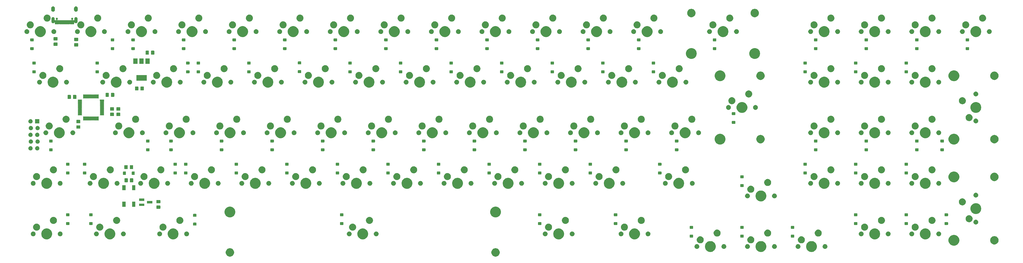
<source format=gbs>
G04 #@! TF.GenerationSoftware,KiCad,Pcbnew,5.1.5-52549c5~84~ubuntu18.04.1*
G04 #@! TF.CreationDate,2020-02-27T16:13:33-05:00*
G04 #@! TF.ProjectId,muente1800,6d75656e-7465-4313-9830-302e6b696361,rev?*
G04 #@! TF.SameCoordinates,Original*
G04 #@! TF.FileFunction,Soldermask,Bot*
G04 #@! TF.FilePolarity,Negative*
%FSLAX46Y46*%
G04 Gerber Fmt 4.6, Leading zero omitted, Abs format (unit mm)*
G04 Created by KiCad (PCBNEW 5.1.5-52549c5~84~ubuntu18.04.1) date 2020-02-27 16:13:33*
%MOMM*%
%LPD*%
G04 APERTURE LIST*
%ADD10C,0.100000*%
G04 APERTURE END LIST*
D10*
G36*
X171941161Y-81670526D02*
G01*
X172059887Y-81719704D01*
X172227791Y-81789252D01*
X172227792Y-81789253D01*
X172485754Y-81961617D01*
X172705133Y-82180996D01*
X172820303Y-82353361D01*
X172877498Y-82438959D01*
X172996224Y-82725590D01*
X173056750Y-83029875D01*
X173056750Y-83340125D01*
X172996224Y-83644410D01*
X172877498Y-83931041D01*
X172877497Y-83931042D01*
X172705133Y-84189004D01*
X172485754Y-84408383D01*
X172313389Y-84523553D01*
X172227791Y-84580748D01*
X172059887Y-84650296D01*
X171941161Y-84699474D01*
X171789017Y-84729737D01*
X171636875Y-84760000D01*
X171326625Y-84760000D01*
X171174483Y-84729737D01*
X171022339Y-84699474D01*
X170903613Y-84650296D01*
X170735709Y-84580748D01*
X170650111Y-84523553D01*
X170477746Y-84408383D01*
X170258367Y-84189004D01*
X170086003Y-83931042D01*
X170086002Y-83931041D01*
X169967276Y-83644410D01*
X169906750Y-83340125D01*
X169906750Y-83029875D01*
X169967276Y-82725590D01*
X170086002Y-82438959D01*
X170143197Y-82353361D01*
X170258367Y-82180996D01*
X170477746Y-81961617D01*
X170735708Y-81789253D01*
X170735709Y-81789252D01*
X170903613Y-81719704D01*
X171022339Y-81670526D01*
X171326625Y-81610000D01*
X171636875Y-81610000D01*
X171941161Y-81670526D01*
G37*
G36*
X71865161Y-81670526D02*
G01*
X71983887Y-81719704D01*
X72151791Y-81789252D01*
X72151792Y-81789253D01*
X72409754Y-81961617D01*
X72629133Y-82180996D01*
X72744303Y-82353361D01*
X72801498Y-82438959D01*
X72920224Y-82725590D01*
X72980750Y-83029875D01*
X72980750Y-83340125D01*
X72920224Y-83644410D01*
X72801498Y-83931041D01*
X72801497Y-83931042D01*
X72629133Y-84189004D01*
X72409754Y-84408383D01*
X72237389Y-84523553D01*
X72151791Y-84580748D01*
X71983887Y-84650296D01*
X71865161Y-84699474D01*
X71713017Y-84729737D01*
X71560875Y-84760000D01*
X71250625Y-84760000D01*
X71098483Y-84729737D01*
X70946339Y-84699474D01*
X70827613Y-84650296D01*
X70659709Y-84580748D01*
X70574111Y-84523553D01*
X70401746Y-84408383D01*
X70182367Y-84189004D01*
X70010003Y-83931042D01*
X70010002Y-83931041D01*
X69891276Y-83644410D01*
X69830750Y-83340125D01*
X69830750Y-83029875D01*
X69891276Y-82725590D01*
X70010002Y-82438959D01*
X70067197Y-82353361D01*
X70182367Y-82180996D01*
X70401746Y-81961617D01*
X70659708Y-81789253D01*
X70659709Y-81789252D01*
X70827613Y-81719704D01*
X70946339Y-81670526D01*
X71250625Y-81610000D01*
X71560875Y-81610000D01*
X71865161Y-81670526D01*
G37*
G36*
X291108974Y-78996184D02*
G01*
X291293002Y-79072411D01*
X291481123Y-79150333D01*
X291816048Y-79374123D01*
X292100877Y-79658952D01*
X292324667Y-79993877D01*
X292380004Y-80127474D01*
X292478816Y-80366026D01*
X292557400Y-80761094D01*
X292557400Y-81163906D01*
X292478816Y-81558974D01*
X292394822Y-81761753D01*
X292324667Y-81931123D01*
X292100877Y-82266048D01*
X291816048Y-82550877D01*
X291481123Y-82774667D01*
X291326974Y-82838517D01*
X291108974Y-82928816D01*
X290713906Y-83007400D01*
X290311094Y-83007400D01*
X289916026Y-82928816D01*
X289698026Y-82838517D01*
X289543877Y-82774667D01*
X289208952Y-82550877D01*
X288924123Y-82266048D01*
X288700333Y-81931123D01*
X288630178Y-81761753D01*
X288546184Y-81558974D01*
X288467600Y-81163906D01*
X288467600Y-80761094D01*
X288546184Y-80366026D01*
X288644996Y-80127474D01*
X288700333Y-79993877D01*
X288924123Y-79658952D01*
X289208952Y-79374123D01*
X289543877Y-79150333D01*
X289731998Y-79072411D01*
X289916026Y-78996184D01*
X290311094Y-78917600D01*
X290713906Y-78917600D01*
X291108974Y-78996184D01*
G37*
G36*
X253008974Y-78996184D02*
G01*
X253193002Y-79072411D01*
X253381123Y-79150333D01*
X253716048Y-79374123D01*
X254000877Y-79658952D01*
X254224667Y-79993877D01*
X254280004Y-80127474D01*
X254378816Y-80366026D01*
X254457400Y-80761094D01*
X254457400Y-81163906D01*
X254378816Y-81558974D01*
X254294822Y-81761753D01*
X254224667Y-81931123D01*
X254000877Y-82266048D01*
X253716048Y-82550877D01*
X253381123Y-82774667D01*
X253226974Y-82838517D01*
X253008974Y-82928816D01*
X252613906Y-83007400D01*
X252211094Y-83007400D01*
X251816026Y-82928816D01*
X251598026Y-82838517D01*
X251443877Y-82774667D01*
X251108952Y-82550877D01*
X250824123Y-82266048D01*
X250600333Y-81931123D01*
X250530178Y-81761753D01*
X250446184Y-81558974D01*
X250367600Y-81163906D01*
X250367600Y-80761094D01*
X250446184Y-80366026D01*
X250544996Y-80127474D01*
X250600333Y-79993877D01*
X250824123Y-79658952D01*
X251108952Y-79374123D01*
X251443877Y-79150333D01*
X251631998Y-79072411D01*
X251816026Y-78996184D01*
X252211094Y-78917600D01*
X252613906Y-78917600D01*
X253008974Y-78996184D01*
G37*
G36*
X272058974Y-78996184D02*
G01*
X272243002Y-79072411D01*
X272431123Y-79150333D01*
X272766048Y-79374123D01*
X273050877Y-79658952D01*
X273274667Y-79993877D01*
X273330004Y-80127474D01*
X273428816Y-80366026D01*
X273507400Y-80761094D01*
X273507400Y-81163906D01*
X273428816Y-81558974D01*
X273344822Y-81761753D01*
X273274667Y-81931123D01*
X273050877Y-82266048D01*
X272766048Y-82550877D01*
X272431123Y-82774667D01*
X272276974Y-82838517D01*
X272058974Y-82928816D01*
X271663906Y-83007400D01*
X271261094Y-83007400D01*
X270866026Y-82928816D01*
X270648026Y-82838517D01*
X270493877Y-82774667D01*
X270158952Y-82550877D01*
X269874123Y-82266048D01*
X269650333Y-81931123D01*
X269580178Y-81761753D01*
X269496184Y-81558974D01*
X269417600Y-81163906D01*
X269417600Y-80761094D01*
X269496184Y-80366026D01*
X269594996Y-80127474D01*
X269650333Y-79993877D01*
X269874123Y-79658952D01*
X270158952Y-79374123D01*
X270493877Y-79150333D01*
X270681998Y-79072411D01*
X270866026Y-78996184D01*
X271261094Y-78917600D01*
X271663906Y-78917600D01*
X272058974Y-78996184D01*
G37*
G36*
X295768452Y-80077930D02*
G01*
X295855575Y-80095259D01*
X295964998Y-80140584D01*
X296019711Y-80163247D01*
X296166433Y-80261283D01*
X296167428Y-80261948D01*
X296293052Y-80387572D01*
X296293054Y-80387575D01*
X296391753Y-80535289D01*
X296414416Y-80590002D01*
X296459741Y-80699425D01*
X296494400Y-80873671D01*
X296494400Y-81051329D01*
X296459741Y-81225575D01*
X296414416Y-81334998D01*
X296391753Y-81389711D01*
X296293717Y-81536433D01*
X296293052Y-81537428D01*
X296167428Y-81663052D01*
X296167425Y-81663054D01*
X296019711Y-81761753D01*
X295964998Y-81784416D01*
X295855575Y-81829741D01*
X295768452Y-81847070D01*
X295681331Y-81864400D01*
X295503669Y-81864400D01*
X295416548Y-81847071D01*
X295329425Y-81829741D01*
X295220002Y-81784416D01*
X295165289Y-81761753D01*
X295017575Y-81663054D01*
X295017572Y-81663052D01*
X294891948Y-81537428D01*
X294891283Y-81536433D01*
X294793247Y-81389711D01*
X294770584Y-81334998D01*
X294725259Y-81225575D01*
X294690600Y-81051329D01*
X294690600Y-80873671D01*
X294725259Y-80699425D01*
X294770584Y-80590002D01*
X294793247Y-80535289D01*
X294891946Y-80387575D01*
X294891948Y-80387572D01*
X295017572Y-80261948D01*
X295018567Y-80261283D01*
X295165289Y-80163247D01*
X295220002Y-80140584D01*
X295329425Y-80095259D01*
X295416548Y-80077930D01*
X295503669Y-80060600D01*
X295681331Y-80060600D01*
X295768452Y-80077930D01*
G37*
G36*
X285608452Y-80077930D02*
G01*
X285695575Y-80095259D01*
X285804998Y-80140584D01*
X285859711Y-80163247D01*
X286006433Y-80261283D01*
X286007428Y-80261948D01*
X286133052Y-80387572D01*
X286133054Y-80387575D01*
X286231753Y-80535289D01*
X286254416Y-80590002D01*
X286299741Y-80699425D01*
X286334400Y-80873671D01*
X286334400Y-81051329D01*
X286299741Y-81225575D01*
X286254416Y-81334998D01*
X286231753Y-81389711D01*
X286133717Y-81536433D01*
X286133052Y-81537428D01*
X286007428Y-81663052D01*
X286007425Y-81663054D01*
X285859711Y-81761753D01*
X285804998Y-81784416D01*
X285695575Y-81829741D01*
X285608452Y-81847070D01*
X285521331Y-81864400D01*
X285343669Y-81864400D01*
X285256548Y-81847071D01*
X285169425Y-81829741D01*
X285060002Y-81784416D01*
X285005289Y-81761753D01*
X284857575Y-81663054D01*
X284857572Y-81663052D01*
X284731948Y-81537428D01*
X284731283Y-81536433D01*
X284633247Y-81389711D01*
X284610584Y-81334998D01*
X284565259Y-81225575D01*
X284530600Y-81051329D01*
X284530600Y-80873671D01*
X284565259Y-80699425D01*
X284610584Y-80590002D01*
X284633247Y-80535289D01*
X284731946Y-80387575D01*
X284731948Y-80387572D01*
X284857572Y-80261948D01*
X284858567Y-80261283D01*
X285005289Y-80163247D01*
X285060002Y-80140584D01*
X285169425Y-80095259D01*
X285256548Y-80077930D01*
X285343669Y-80060600D01*
X285521331Y-80060600D01*
X285608452Y-80077930D01*
G37*
G36*
X276718452Y-80077930D02*
G01*
X276805575Y-80095259D01*
X276914998Y-80140584D01*
X276969711Y-80163247D01*
X277116433Y-80261283D01*
X277117428Y-80261948D01*
X277243052Y-80387572D01*
X277243054Y-80387575D01*
X277341753Y-80535289D01*
X277364416Y-80590002D01*
X277409741Y-80699425D01*
X277444400Y-80873671D01*
X277444400Y-81051329D01*
X277409741Y-81225575D01*
X277364416Y-81334998D01*
X277341753Y-81389711D01*
X277243717Y-81536433D01*
X277243052Y-81537428D01*
X277117428Y-81663052D01*
X277117425Y-81663054D01*
X276969711Y-81761753D01*
X276914998Y-81784416D01*
X276805575Y-81829741D01*
X276718452Y-81847070D01*
X276631331Y-81864400D01*
X276453669Y-81864400D01*
X276366548Y-81847071D01*
X276279425Y-81829741D01*
X276170002Y-81784416D01*
X276115289Y-81761753D01*
X275967575Y-81663054D01*
X275967572Y-81663052D01*
X275841948Y-81537428D01*
X275841283Y-81536433D01*
X275743247Y-81389711D01*
X275720584Y-81334998D01*
X275675259Y-81225575D01*
X275640600Y-81051329D01*
X275640600Y-80873671D01*
X275675259Y-80699425D01*
X275720584Y-80590002D01*
X275743247Y-80535289D01*
X275841946Y-80387575D01*
X275841948Y-80387572D01*
X275967572Y-80261948D01*
X275968567Y-80261283D01*
X276115289Y-80163247D01*
X276170002Y-80140584D01*
X276279425Y-80095259D01*
X276366548Y-80077930D01*
X276453669Y-80060600D01*
X276631331Y-80060600D01*
X276718452Y-80077930D01*
G37*
G36*
X266558452Y-80077930D02*
G01*
X266645575Y-80095259D01*
X266754998Y-80140584D01*
X266809711Y-80163247D01*
X266956433Y-80261283D01*
X266957428Y-80261948D01*
X267083052Y-80387572D01*
X267083054Y-80387575D01*
X267181753Y-80535289D01*
X267204416Y-80590002D01*
X267249741Y-80699425D01*
X267284400Y-80873671D01*
X267284400Y-81051329D01*
X267249741Y-81225575D01*
X267204416Y-81334998D01*
X267181753Y-81389711D01*
X267083717Y-81536433D01*
X267083052Y-81537428D01*
X266957428Y-81663052D01*
X266957425Y-81663054D01*
X266809711Y-81761753D01*
X266754998Y-81784416D01*
X266645575Y-81829741D01*
X266558452Y-81847070D01*
X266471331Y-81864400D01*
X266293669Y-81864400D01*
X266206548Y-81847071D01*
X266119425Y-81829741D01*
X266010002Y-81784416D01*
X265955289Y-81761753D01*
X265807575Y-81663054D01*
X265807572Y-81663052D01*
X265681948Y-81537428D01*
X265681283Y-81536433D01*
X265583247Y-81389711D01*
X265560584Y-81334998D01*
X265515259Y-81225575D01*
X265480600Y-81051329D01*
X265480600Y-80873671D01*
X265515259Y-80699425D01*
X265560584Y-80590002D01*
X265583247Y-80535289D01*
X265681946Y-80387575D01*
X265681948Y-80387572D01*
X265807572Y-80261948D01*
X265808567Y-80261283D01*
X265955289Y-80163247D01*
X266010002Y-80140584D01*
X266119425Y-80095259D01*
X266206548Y-80077930D01*
X266293669Y-80060600D01*
X266471331Y-80060600D01*
X266558452Y-80077930D01*
G37*
G36*
X257668452Y-80077930D02*
G01*
X257755575Y-80095259D01*
X257864998Y-80140584D01*
X257919711Y-80163247D01*
X258066433Y-80261283D01*
X258067428Y-80261948D01*
X258193052Y-80387572D01*
X258193054Y-80387575D01*
X258291753Y-80535289D01*
X258314416Y-80590002D01*
X258359741Y-80699425D01*
X258394400Y-80873671D01*
X258394400Y-81051329D01*
X258359741Y-81225575D01*
X258314416Y-81334998D01*
X258291753Y-81389711D01*
X258193717Y-81536433D01*
X258193052Y-81537428D01*
X258067428Y-81663052D01*
X258067425Y-81663054D01*
X257919711Y-81761753D01*
X257864998Y-81784416D01*
X257755575Y-81829741D01*
X257668452Y-81847070D01*
X257581331Y-81864400D01*
X257403669Y-81864400D01*
X257316548Y-81847071D01*
X257229425Y-81829741D01*
X257120002Y-81784416D01*
X257065289Y-81761753D01*
X256917575Y-81663054D01*
X256917572Y-81663052D01*
X256791948Y-81537428D01*
X256791283Y-81536433D01*
X256693247Y-81389711D01*
X256670584Y-81334998D01*
X256625259Y-81225575D01*
X256590600Y-81051329D01*
X256590600Y-80873671D01*
X256625259Y-80699425D01*
X256670584Y-80590002D01*
X256693247Y-80535289D01*
X256791946Y-80387575D01*
X256791948Y-80387572D01*
X256917572Y-80261948D01*
X256918567Y-80261283D01*
X257065289Y-80163247D01*
X257120002Y-80140584D01*
X257229425Y-80095259D01*
X257316548Y-80077930D01*
X257403669Y-80060600D01*
X257581331Y-80060600D01*
X257668452Y-80077930D01*
G37*
G36*
X247508452Y-80077930D02*
G01*
X247595575Y-80095259D01*
X247704998Y-80140584D01*
X247759711Y-80163247D01*
X247906433Y-80261283D01*
X247907428Y-80261948D01*
X248033052Y-80387572D01*
X248033054Y-80387575D01*
X248131753Y-80535289D01*
X248154416Y-80590002D01*
X248199741Y-80699425D01*
X248234400Y-80873671D01*
X248234400Y-81051329D01*
X248199741Y-81225575D01*
X248154416Y-81334998D01*
X248131753Y-81389711D01*
X248033717Y-81536433D01*
X248033052Y-81537428D01*
X247907428Y-81663052D01*
X247907425Y-81663054D01*
X247759711Y-81761753D01*
X247704998Y-81784416D01*
X247595575Y-81829741D01*
X247508452Y-81847070D01*
X247421331Y-81864400D01*
X247243669Y-81864400D01*
X247156548Y-81847071D01*
X247069425Y-81829741D01*
X246960002Y-81784416D01*
X246905289Y-81761753D01*
X246757575Y-81663054D01*
X246757572Y-81663052D01*
X246631948Y-81537428D01*
X246631283Y-81536433D01*
X246533247Y-81389711D01*
X246510584Y-81334998D01*
X246465259Y-81225575D01*
X246430600Y-81051329D01*
X246430600Y-80873671D01*
X246465259Y-80699425D01*
X246510584Y-80590002D01*
X246533247Y-80535289D01*
X246631946Y-80387575D01*
X246631948Y-80387572D01*
X246757572Y-80261948D01*
X246758567Y-80261283D01*
X246905289Y-80163247D01*
X246960002Y-80140584D01*
X247069425Y-80095259D01*
X247156548Y-80077930D01*
X247243669Y-80060600D01*
X247421331Y-80060600D01*
X247508452Y-80077930D01*
G37*
G36*
X344766474Y-76646684D02*
G01*
X344954553Y-76724589D01*
X345138623Y-76800833D01*
X345473548Y-77024623D01*
X345758377Y-77309452D01*
X345982167Y-77644377D01*
X345982167Y-77644378D01*
X346136316Y-78016526D01*
X346214900Y-78411594D01*
X346214900Y-78814406D01*
X346136316Y-79209474D01*
X346074363Y-79359041D01*
X345982167Y-79581623D01*
X345758377Y-79916548D01*
X345473548Y-80201377D01*
X345138623Y-80425167D01*
X344984474Y-80489017D01*
X344766474Y-80579316D01*
X344371406Y-80657900D01*
X343968594Y-80657900D01*
X343573526Y-80579316D01*
X343355526Y-80489017D01*
X343201377Y-80425167D01*
X342866452Y-80201377D01*
X342581623Y-79916548D01*
X342357833Y-79581623D01*
X342265637Y-79359041D01*
X342203684Y-79209474D01*
X342125100Y-78814406D01*
X342125100Y-78411594D01*
X342203684Y-78016526D01*
X342357833Y-77644378D01*
X342357833Y-77644377D01*
X342581623Y-77309452D01*
X342866452Y-77024623D01*
X343201377Y-76800833D01*
X343385447Y-76724589D01*
X343573526Y-76646684D01*
X343968594Y-76568100D01*
X344371406Y-76568100D01*
X344766474Y-76646684D01*
G37*
G36*
X359641314Y-77053155D02*
G01*
X359869411Y-77098526D01*
X359988137Y-77147704D01*
X360156041Y-77217252D01*
X360156042Y-77217253D01*
X360414004Y-77389617D01*
X360633383Y-77608996D01*
X360657024Y-77644378D01*
X360805748Y-77866959D01*
X360865895Y-78012167D01*
X360924474Y-78153589D01*
X360985000Y-78457876D01*
X360985000Y-78768124D01*
X360924474Y-79072411D01*
X360875296Y-79191137D01*
X360805748Y-79359041D01*
X360748553Y-79444639D01*
X360633383Y-79617004D01*
X360414004Y-79836383D01*
X360294028Y-79916548D01*
X360156041Y-80008748D01*
X359988137Y-80078296D01*
X359869411Y-80127474D01*
X359717267Y-80157737D01*
X359565125Y-80188000D01*
X359254875Y-80188000D01*
X358950589Y-80127474D01*
X358831863Y-80078296D01*
X358663959Y-80008748D01*
X358525972Y-79916548D01*
X358405996Y-79836383D01*
X358186617Y-79617004D01*
X358071447Y-79444639D01*
X358014252Y-79359041D01*
X357944704Y-79191137D01*
X357895526Y-79072411D01*
X357835000Y-78768124D01*
X357835000Y-78457876D01*
X357895526Y-78153589D01*
X357954105Y-78012167D01*
X358014252Y-77866959D01*
X358162976Y-77644378D01*
X358186617Y-77608996D01*
X358405996Y-77389617D01*
X358663958Y-77217253D01*
X358663959Y-77217252D01*
X358831863Y-77147704D01*
X358950589Y-77098526D01*
X359178686Y-77053155D01*
X359254875Y-77038000D01*
X359565125Y-77038000D01*
X359641314Y-77053155D01*
G37*
G36*
X267910215Y-77126883D02*
G01*
X268037822Y-77152265D01*
X268178648Y-77210597D01*
X268278227Y-77251844D01*
X268278228Y-77251845D01*
X268494589Y-77396412D01*
X268678588Y-77580411D01*
X268697688Y-77608997D01*
X268823156Y-77796773D01*
X268852227Y-77866958D01*
X268922735Y-78037178D01*
X268973500Y-78292393D01*
X268973500Y-78552607D01*
X268922735Y-78807822D01*
X268877263Y-78917600D01*
X268823156Y-79048227D01*
X268823155Y-79048228D01*
X268678588Y-79264589D01*
X268494589Y-79448588D01*
X268350021Y-79545185D01*
X268278227Y-79593156D01*
X268220652Y-79617004D01*
X268037822Y-79692735D01*
X267910214Y-79718118D01*
X267782609Y-79743500D01*
X267522391Y-79743500D01*
X267394786Y-79718118D01*
X267267178Y-79692735D01*
X267084348Y-79617004D01*
X267026773Y-79593156D01*
X266954979Y-79545185D01*
X266810411Y-79448588D01*
X266626412Y-79264589D01*
X266481845Y-79048228D01*
X266481844Y-79048227D01*
X266427737Y-78917600D01*
X266382265Y-78807822D01*
X266331500Y-78552607D01*
X266331500Y-78292393D01*
X266382265Y-78037178D01*
X266452773Y-77866958D01*
X266481844Y-77796773D01*
X266607312Y-77608997D01*
X266626412Y-77580411D01*
X266810411Y-77396412D01*
X267026772Y-77251845D01*
X267026773Y-77251844D01*
X267126352Y-77210597D01*
X267267178Y-77152265D01*
X267394785Y-77126883D01*
X267522391Y-77101500D01*
X267782609Y-77101500D01*
X267910215Y-77126883D01*
G37*
G36*
X286960215Y-77126883D02*
G01*
X287087822Y-77152265D01*
X287228648Y-77210597D01*
X287328227Y-77251844D01*
X287328228Y-77251845D01*
X287544589Y-77396412D01*
X287728588Y-77580411D01*
X287747688Y-77608997D01*
X287873156Y-77796773D01*
X287902227Y-77866958D01*
X287972735Y-78037178D01*
X288023500Y-78292393D01*
X288023500Y-78552607D01*
X287972735Y-78807822D01*
X287927263Y-78917600D01*
X287873156Y-79048227D01*
X287873155Y-79048228D01*
X287728588Y-79264589D01*
X287544589Y-79448588D01*
X287400021Y-79545185D01*
X287328227Y-79593156D01*
X287270652Y-79617004D01*
X287087822Y-79692735D01*
X286960214Y-79718118D01*
X286832609Y-79743500D01*
X286572391Y-79743500D01*
X286444786Y-79718118D01*
X286317178Y-79692735D01*
X286134348Y-79617004D01*
X286076773Y-79593156D01*
X286004979Y-79545185D01*
X285860411Y-79448588D01*
X285676412Y-79264589D01*
X285531845Y-79048228D01*
X285531844Y-79048227D01*
X285477737Y-78917600D01*
X285432265Y-78807822D01*
X285381500Y-78552607D01*
X285381500Y-78292393D01*
X285432265Y-78037178D01*
X285502773Y-77866958D01*
X285531844Y-77796773D01*
X285657312Y-77608997D01*
X285676412Y-77580411D01*
X285860411Y-77396412D01*
X286076772Y-77251845D01*
X286076773Y-77251844D01*
X286176352Y-77210597D01*
X286317178Y-77152265D01*
X286444785Y-77126883D01*
X286572391Y-77101500D01*
X286832609Y-77101500D01*
X286960215Y-77126883D01*
G37*
G36*
X248860215Y-77126883D02*
G01*
X248987822Y-77152265D01*
X249128648Y-77210597D01*
X249228227Y-77251844D01*
X249228228Y-77251845D01*
X249444589Y-77396412D01*
X249628588Y-77580411D01*
X249647688Y-77608997D01*
X249773156Y-77796773D01*
X249802227Y-77866958D01*
X249872735Y-78037178D01*
X249923500Y-78292393D01*
X249923500Y-78552607D01*
X249872735Y-78807822D01*
X249827263Y-78917600D01*
X249773156Y-79048227D01*
X249773155Y-79048228D01*
X249628588Y-79264589D01*
X249444589Y-79448588D01*
X249300021Y-79545185D01*
X249228227Y-79593156D01*
X249170652Y-79617004D01*
X248987822Y-79692735D01*
X248860214Y-79718118D01*
X248732609Y-79743500D01*
X248472391Y-79743500D01*
X248344786Y-79718118D01*
X248217178Y-79692735D01*
X248034348Y-79617004D01*
X247976773Y-79593156D01*
X247904979Y-79545185D01*
X247760411Y-79448588D01*
X247576412Y-79264589D01*
X247431845Y-79048228D01*
X247431844Y-79048227D01*
X247377737Y-78917600D01*
X247332265Y-78807822D01*
X247281500Y-78552607D01*
X247281500Y-78292393D01*
X247332265Y-78037178D01*
X247402773Y-77866958D01*
X247431844Y-77796773D01*
X247557312Y-77608997D01*
X247576412Y-77580411D01*
X247760411Y-77396412D01*
X247976772Y-77251845D01*
X247976773Y-77251844D01*
X248076352Y-77210597D01*
X248217178Y-77152265D01*
X248344785Y-77126883D01*
X248472391Y-77101500D01*
X248732609Y-77101500D01*
X248860215Y-77126883D01*
G37*
G36*
X122040224Y-74233684D02*
G01*
X122258224Y-74323983D01*
X122412373Y-74387833D01*
X122747298Y-74611623D01*
X123032127Y-74896452D01*
X123255917Y-75231377D01*
X123319767Y-75385526D01*
X123410066Y-75603526D01*
X123488650Y-75998594D01*
X123488650Y-76401406D01*
X123410066Y-76796474D01*
X123363627Y-76908588D01*
X123255917Y-77168623D01*
X123032127Y-77503548D01*
X122747298Y-77788377D01*
X122412373Y-78012167D01*
X122258224Y-78076017D01*
X122040224Y-78166316D01*
X121645156Y-78244900D01*
X121242344Y-78244900D01*
X120847276Y-78166316D01*
X120629276Y-78076017D01*
X120475127Y-78012167D01*
X120140202Y-77788377D01*
X119855373Y-77503548D01*
X119631583Y-77168623D01*
X119523873Y-76908588D01*
X119477434Y-76796474D01*
X119398850Y-76401406D01*
X119398850Y-75998594D01*
X119477434Y-75603526D01*
X119567733Y-75385526D01*
X119631583Y-75231377D01*
X119855373Y-74896452D01*
X120140202Y-74611623D01*
X120475127Y-74387833D01*
X120629276Y-74323983D01*
X120847276Y-74233684D01*
X121242344Y-74155100D01*
X121645156Y-74155100D01*
X122040224Y-74233684D01*
G37*
G36*
X314921474Y-74233684D02*
G01*
X315139474Y-74323983D01*
X315293623Y-74387833D01*
X315628548Y-74611623D01*
X315913377Y-74896452D01*
X316137167Y-75231377D01*
X316201017Y-75385526D01*
X316291316Y-75603526D01*
X316369900Y-75998594D01*
X316369900Y-76401406D01*
X316291316Y-76796474D01*
X316244877Y-76908588D01*
X316137167Y-77168623D01*
X315913377Y-77503548D01*
X315628548Y-77788377D01*
X315293623Y-78012167D01*
X315139474Y-78076017D01*
X314921474Y-78166316D01*
X314526406Y-78244900D01*
X314123594Y-78244900D01*
X313728526Y-78166316D01*
X313510526Y-78076017D01*
X313356377Y-78012167D01*
X313021452Y-77788377D01*
X312736623Y-77503548D01*
X312512833Y-77168623D01*
X312405123Y-76908588D01*
X312358684Y-76796474D01*
X312280100Y-76401406D01*
X312280100Y-75998594D01*
X312358684Y-75603526D01*
X312448983Y-75385526D01*
X312512833Y-75231377D01*
X312736623Y-74896452D01*
X313021452Y-74611623D01*
X313356377Y-74387833D01*
X313510526Y-74323983D01*
X313728526Y-74233684D01*
X314123594Y-74155100D01*
X314526406Y-74155100D01*
X314921474Y-74233684D01*
G37*
G36*
X333971474Y-74233684D02*
G01*
X334189474Y-74323983D01*
X334343623Y-74387833D01*
X334678548Y-74611623D01*
X334963377Y-74896452D01*
X335187167Y-75231377D01*
X335251017Y-75385526D01*
X335341316Y-75603526D01*
X335419900Y-75998594D01*
X335419900Y-76401406D01*
X335341316Y-76796474D01*
X335294877Y-76908588D01*
X335187167Y-77168623D01*
X334963377Y-77503548D01*
X334678548Y-77788377D01*
X334343623Y-78012167D01*
X334189474Y-78076017D01*
X333971474Y-78166316D01*
X333576406Y-78244900D01*
X333173594Y-78244900D01*
X332778526Y-78166316D01*
X332560526Y-78076017D01*
X332406377Y-78012167D01*
X332071452Y-77788377D01*
X331786623Y-77503548D01*
X331562833Y-77168623D01*
X331455123Y-76908588D01*
X331408684Y-76796474D01*
X331330100Y-76401406D01*
X331330100Y-75998594D01*
X331408684Y-75603526D01*
X331498983Y-75385526D01*
X331562833Y-75231377D01*
X331786623Y-74896452D01*
X332071452Y-74611623D01*
X332406377Y-74387833D01*
X332560526Y-74323983D01*
X332778526Y-74233684D01*
X333173594Y-74155100D01*
X333576406Y-74155100D01*
X333971474Y-74233684D01*
G37*
G36*
X195858974Y-74233684D02*
G01*
X196076974Y-74323983D01*
X196231123Y-74387833D01*
X196566048Y-74611623D01*
X196850877Y-74896452D01*
X197074667Y-75231377D01*
X197138517Y-75385526D01*
X197228816Y-75603526D01*
X197307400Y-75998594D01*
X197307400Y-76401406D01*
X197228816Y-76796474D01*
X197182377Y-76908588D01*
X197074667Y-77168623D01*
X196850877Y-77503548D01*
X196566048Y-77788377D01*
X196231123Y-78012167D01*
X196076974Y-78076017D01*
X195858974Y-78166316D01*
X195463906Y-78244900D01*
X195061094Y-78244900D01*
X194666026Y-78166316D01*
X194448026Y-78076017D01*
X194293877Y-78012167D01*
X193958952Y-77788377D01*
X193674123Y-77503548D01*
X193450333Y-77168623D01*
X193342623Y-76908588D01*
X193296184Y-76796474D01*
X193217600Y-76401406D01*
X193217600Y-75998594D01*
X193296184Y-75603526D01*
X193386483Y-75385526D01*
X193450333Y-75231377D01*
X193674123Y-74896452D01*
X193958952Y-74611623D01*
X194293877Y-74387833D01*
X194448026Y-74323983D01*
X194666026Y-74233684D01*
X195061094Y-74155100D01*
X195463906Y-74155100D01*
X195858974Y-74233684D01*
G37*
G36*
X224433974Y-74233684D02*
G01*
X224651974Y-74323983D01*
X224806123Y-74387833D01*
X225141048Y-74611623D01*
X225425877Y-74896452D01*
X225649667Y-75231377D01*
X225713517Y-75385526D01*
X225803816Y-75603526D01*
X225882400Y-75998594D01*
X225882400Y-76401406D01*
X225803816Y-76796474D01*
X225757377Y-76908588D01*
X225649667Y-77168623D01*
X225425877Y-77503548D01*
X225141048Y-77788377D01*
X224806123Y-78012167D01*
X224651974Y-78076017D01*
X224433974Y-78166316D01*
X224038906Y-78244900D01*
X223636094Y-78244900D01*
X223241026Y-78166316D01*
X223023026Y-78076017D01*
X222868877Y-78012167D01*
X222533952Y-77788377D01*
X222249123Y-77503548D01*
X222025333Y-77168623D01*
X221917623Y-76908588D01*
X221871184Y-76796474D01*
X221792600Y-76401406D01*
X221792600Y-75998594D01*
X221871184Y-75603526D01*
X221961483Y-75385526D01*
X222025333Y-75231377D01*
X222249123Y-74896452D01*
X222533952Y-74611623D01*
X222868877Y-74387833D01*
X223023026Y-74323983D01*
X223241026Y-74233684D01*
X223636094Y-74155100D01*
X224038906Y-74155100D01*
X224433974Y-74233684D01*
G37*
G36*
X2977724Y-74233684D02*
G01*
X3195724Y-74323983D01*
X3349873Y-74387833D01*
X3684798Y-74611623D01*
X3969627Y-74896452D01*
X4193417Y-75231377D01*
X4257267Y-75385526D01*
X4347566Y-75603526D01*
X4426150Y-75998594D01*
X4426150Y-76401406D01*
X4347566Y-76796474D01*
X4301127Y-76908588D01*
X4193417Y-77168623D01*
X3969627Y-77503548D01*
X3684798Y-77788377D01*
X3349873Y-78012167D01*
X3195724Y-78076017D01*
X2977724Y-78166316D01*
X2582656Y-78244900D01*
X2179844Y-78244900D01*
X1784776Y-78166316D01*
X1566776Y-78076017D01*
X1412627Y-78012167D01*
X1077702Y-77788377D01*
X792873Y-77503548D01*
X569083Y-77168623D01*
X461373Y-76908588D01*
X414934Y-76796474D01*
X336350Y-76401406D01*
X336350Y-75998594D01*
X414934Y-75603526D01*
X505233Y-75385526D01*
X569083Y-75231377D01*
X792873Y-74896452D01*
X1077702Y-74611623D01*
X1412627Y-74387833D01*
X1566776Y-74323983D01*
X1784776Y-74233684D01*
X2179844Y-74155100D01*
X2582656Y-74155100D01*
X2977724Y-74233684D01*
G37*
G36*
X50602724Y-74233684D02*
G01*
X50820724Y-74323983D01*
X50974873Y-74387833D01*
X51309798Y-74611623D01*
X51594627Y-74896452D01*
X51818417Y-75231377D01*
X51882267Y-75385526D01*
X51972566Y-75603526D01*
X52051150Y-75998594D01*
X52051150Y-76401406D01*
X51972566Y-76796474D01*
X51926127Y-76908588D01*
X51818417Y-77168623D01*
X51594627Y-77503548D01*
X51309798Y-77788377D01*
X50974873Y-78012167D01*
X50820724Y-78076017D01*
X50602724Y-78166316D01*
X50207656Y-78244900D01*
X49804844Y-78244900D01*
X49409776Y-78166316D01*
X49191776Y-78076017D01*
X49037627Y-78012167D01*
X48702702Y-77788377D01*
X48417873Y-77503548D01*
X48194083Y-77168623D01*
X48086373Y-76908588D01*
X48039934Y-76796474D01*
X47961350Y-76401406D01*
X47961350Y-75998594D01*
X48039934Y-75603526D01*
X48130233Y-75385526D01*
X48194083Y-75231377D01*
X48417873Y-74896452D01*
X48702702Y-74611623D01*
X49037627Y-74387833D01*
X49191776Y-74323983D01*
X49409776Y-74233684D01*
X49804844Y-74155100D01*
X50207656Y-74155100D01*
X50602724Y-74233684D01*
G37*
G36*
X26790224Y-74233684D02*
G01*
X27008224Y-74323983D01*
X27162373Y-74387833D01*
X27497298Y-74611623D01*
X27782127Y-74896452D01*
X28005917Y-75231377D01*
X28069767Y-75385526D01*
X28160066Y-75603526D01*
X28238650Y-75998594D01*
X28238650Y-76401406D01*
X28160066Y-76796474D01*
X28113627Y-76908588D01*
X28005917Y-77168623D01*
X27782127Y-77503548D01*
X27497298Y-77788377D01*
X27162373Y-78012167D01*
X27008224Y-78076017D01*
X26790224Y-78166316D01*
X26395156Y-78244900D01*
X25992344Y-78244900D01*
X25597276Y-78166316D01*
X25379276Y-78076017D01*
X25225127Y-78012167D01*
X24890202Y-77788377D01*
X24605373Y-77503548D01*
X24381583Y-77168623D01*
X24273873Y-76908588D01*
X24227434Y-76796474D01*
X24148850Y-76401406D01*
X24148850Y-75998594D01*
X24227434Y-75603526D01*
X24317733Y-75385526D01*
X24381583Y-75231377D01*
X24605373Y-74896452D01*
X24890202Y-74611623D01*
X25225127Y-74387833D01*
X25379276Y-74323983D01*
X25597276Y-74233684D01*
X25992344Y-74155100D01*
X26395156Y-74155100D01*
X26790224Y-74233684D01*
G37*
G36*
X283848184Y-76509936D02*
G01*
X283888034Y-76522024D01*
X283924749Y-76541649D01*
X283956936Y-76568064D01*
X283983351Y-76600251D01*
X284002976Y-76636966D01*
X284015064Y-76676816D01*
X284019750Y-76724391D01*
X284019750Y-77388109D01*
X284015064Y-77435684D01*
X284002976Y-77475534D01*
X283983351Y-77512249D01*
X283956936Y-77544436D01*
X283924749Y-77570851D01*
X283888034Y-77590476D01*
X283848184Y-77602564D01*
X283800609Y-77607250D01*
X282936891Y-77607250D01*
X282889316Y-77602564D01*
X282849466Y-77590476D01*
X282812751Y-77570851D01*
X282780564Y-77544436D01*
X282754149Y-77512249D01*
X282734524Y-77475534D01*
X282722436Y-77435684D01*
X282717750Y-77388109D01*
X282717750Y-76724391D01*
X282722436Y-76676816D01*
X282734524Y-76636966D01*
X282754149Y-76600251D01*
X282780564Y-76568064D01*
X282812751Y-76541649D01*
X282849466Y-76522024D01*
X282889316Y-76509936D01*
X282936891Y-76505250D01*
X283800609Y-76505250D01*
X283848184Y-76509936D01*
G37*
G36*
X245748184Y-76509936D02*
G01*
X245788034Y-76522024D01*
X245824749Y-76541649D01*
X245856936Y-76568064D01*
X245883351Y-76600251D01*
X245902976Y-76636966D01*
X245915064Y-76676816D01*
X245919750Y-76724391D01*
X245919750Y-77388109D01*
X245915064Y-77435684D01*
X245902976Y-77475534D01*
X245883351Y-77512249D01*
X245856936Y-77544436D01*
X245824749Y-77570851D01*
X245788034Y-77590476D01*
X245748184Y-77602564D01*
X245700609Y-77607250D01*
X244836891Y-77607250D01*
X244789316Y-77602564D01*
X244749466Y-77590476D01*
X244712751Y-77570851D01*
X244680564Y-77544436D01*
X244654149Y-77512249D01*
X244634524Y-77475534D01*
X244622436Y-77435684D01*
X244617750Y-77388109D01*
X244617750Y-76724391D01*
X244622436Y-76676816D01*
X244634524Y-76636966D01*
X244654149Y-76600251D01*
X244680564Y-76568064D01*
X244712751Y-76541649D01*
X244749466Y-76522024D01*
X244789316Y-76509936D01*
X244836891Y-76505250D01*
X245700609Y-76505250D01*
X245748184Y-76509936D01*
G37*
G36*
X264798184Y-76509936D02*
G01*
X264838034Y-76522024D01*
X264874749Y-76541649D01*
X264906936Y-76568064D01*
X264933351Y-76600251D01*
X264952976Y-76636966D01*
X264965064Y-76676816D01*
X264969750Y-76724391D01*
X264969750Y-77388109D01*
X264965064Y-77435684D01*
X264952976Y-77475534D01*
X264933351Y-77512249D01*
X264906936Y-77544436D01*
X264874749Y-77570851D01*
X264838034Y-77590476D01*
X264798184Y-77602564D01*
X264750609Y-77607250D01*
X263886891Y-77607250D01*
X263839316Y-77602564D01*
X263799466Y-77590476D01*
X263762751Y-77570851D01*
X263730564Y-77544436D01*
X263704149Y-77512249D01*
X263684524Y-77475534D01*
X263672436Y-77435684D01*
X263667750Y-77388109D01*
X263667750Y-76724391D01*
X263672436Y-76676816D01*
X263684524Y-76636966D01*
X263704149Y-76600251D01*
X263730564Y-76568064D01*
X263762751Y-76541649D01*
X263799466Y-76522024D01*
X263839316Y-76509936D01*
X263886891Y-76505250D01*
X264750609Y-76505250D01*
X264798184Y-76509936D01*
G37*
G36*
X255210215Y-74586883D02*
G01*
X255337822Y-74612265D01*
X255478648Y-74670597D01*
X255578227Y-74711844D01*
X255578228Y-74711845D01*
X255794589Y-74856412D01*
X255978588Y-75040411D01*
X256075185Y-75184979D01*
X256123156Y-75256773D01*
X256140274Y-75298100D01*
X256222735Y-75497178D01*
X256273500Y-75752393D01*
X256273500Y-76012607D01*
X256222735Y-76267822D01*
X256167403Y-76401405D01*
X256123156Y-76508227D01*
X256083174Y-76568064D01*
X255978588Y-76724589D01*
X255794589Y-76908588D01*
X255658898Y-76999253D01*
X255578227Y-77053156D01*
X255478648Y-77094403D01*
X255337822Y-77152735D01*
X255210215Y-77178117D01*
X255082609Y-77203500D01*
X254822391Y-77203500D01*
X254694785Y-77178117D01*
X254567178Y-77152735D01*
X254426352Y-77094403D01*
X254326773Y-77053156D01*
X254246102Y-76999253D01*
X254110411Y-76908588D01*
X253926412Y-76724589D01*
X253821826Y-76568064D01*
X253781844Y-76508227D01*
X253737597Y-76401405D01*
X253682265Y-76267822D01*
X253631500Y-76012607D01*
X253631500Y-75752393D01*
X253682265Y-75497178D01*
X253764726Y-75298100D01*
X253781844Y-75256773D01*
X253829815Y-75184979D01*
X253926412Y-75040411D01*
X254110411Y-74856412D01*
X254326772Y-74711845D01*
X254326773Y-74711844D01*
X254426352Y-74670597D01*
X254567178Y-74612265D01*
X254694786Y-74586882D01*
X254822391Y-74561500D01*
X255082609Y-74561500D01*
X255210215Y-74586883D01*
G37*
G36*
X293310215Y-74586883D02*
G01*
X293437822Y-74612265D01*
X293578648Y-74670597D01*
X293678227Y-74711844D01*
X293678228Y-74711845D01*
X293894589Y-74856412D01*
X294078588Y-75040411D01*
X294175185Y-75184979D01*
X294223156Y-75256773D01*
X294240274Y-75298100D01*
X294322735Y-75497178D01*
X294373500Y-75752393D01*
X294373500Y-76012607D01*
X294322735Y-76267822D01*
X294267403Y-76401405D01*
X294223156Y-76508227D01*
X294183174Y-76568064D01*
X294078588Y-76724589D01*
X293894589Y-76908588D01*
X293758898Y-76999253D01*
X293678227Y-77053156D01*
X293578648Y-77094403D01*
X293437822Y-77152735D01*
X293310215Y-77178117D01*
X293182609Y-77203500D01*
X292922391Y-77203500D01*
X292794785Y-77178117D01*
X292667178Y-77152735D01*
X292526352Y-77094403D01*
X292426773Y-77053156D01*
X292346102Y-76999253D01*
X292210411Y-76908588D01*
X292026412Y-76724589D01*
X291921826Y-76568064D01*
X291881844Y-76508227D01*
X291837597Y-76401405D01*
X291782265Y-76267822D01*
X291731500Y-76012607D01*
X291731500Y-75752393D01*
X291782265Y-75497178D01*
X291864726Y-75298100D01*
X291881844Y-75256773D01*
X291929815Y-75184979D01*
X292026412Y-75040411D01*
X292210411Y-74856412D01*
X292426772Y-74711845D01*
X292426773Y-74711844D01*
X292526352Y-74670597D01*
X292667178Y-74612265D01*
X292794786Y-74586882D01*
X292922391Y-74561500D01*
X293182609Y-74561500D01*
X293310215Y-74586883D01*
G37*
G36*
X274260215Y-74586883D02*
G01*
X274387822Y-74612265D01*
X274528648Y-74670597D01*
X274628227Y-74711844D01*
X274628228Y-74711845D01*
X274844589Y-74856412D01*
X275028588Y-75040411D01*
X275125185Y-75184979D01*
X275173156Y-75256773D01*
X275190274Y-75298100D01*
X275272735Y-75497178D01*
X275323500Y-75752393D01*
X275323500Y-76012607D01*
X275272735Y-76267822D01*
X275217403Y-76401405D01*
X275173156Y-76508227D01*
X275133174Y-76568064D01*
X275028588Y-76724589D01*
X274844589Y-76908588D01*
X274708898Y-76999253D01*
X274628227Y-77053156D01*
X274528648Y-77094403D01*
X274387822Y-77152735D01*
X274260215Y-77178117D01*
X274132609Y-77203500D01*
X273872391Y-77203500D01*
X273744785Y-77178117D01*
X273617178Y-77152735D01*
X273476352Y-77094403D01*
X273376773Y-77053156D01*
X273296102Y-76999253D01*
X273160411Y-76908588D01*
X272976412Y-76724589D01*
X272871826Y-76568064D01*
X272831844Y-76508227D01*
X272787597Y-76401405D01*
X272732265Y-76267822D01*
X272681500Y-76012607D01*
X272681500Y-75752393D01*
X272732265Y-75497178D01*
X272814726Y-75298100D01*
X272831844Y-75256773D01*
X272879815Y-75184979D01*
X272976412Y-75040411D01*
X273160411Y-74856412D01*
X273376772Y-74711845D01*
X273376773Y-74711844D01*
X273476352Y-74670597D01*
X273617178Y-74612265D01*
X273744786Y-74586882D01*
X273872391Y-74561500D01*
X274132609Y-74561500D01*
X274260215Y-74586883D01*
G37*
G36*
X328470952Y-75315430D02*
G01*
X328558075Y-75332759D01*
X328667498Y-75378084D01*
X328722211Y-75400747D01*
X328866531Y-75497178D01*
X328869928Y-75499448D01*
X328995552Y-75625072D01*
X328995554Y-75625075D01*
X329094253Y-75772789D01*
X329094253Y-75772790D01*
X329162241Y-75936925D01*
X329196900Y-76111171D01*
X329196900Y-76288829D01*
X329162241Y-76463075D01*
X329129694Y-76541649D01*
X329094253Y-76627211D01*
X329029188Y-76724588D01*
X328995552Y-76774928D01*
X328869928Y-76900552D01*
X328869925Y-76900554D01*
X328722211Y-76999253D01*
X328667498Y-77021916D01*
X328558075Y-77067241D01*
X328470952Y-77084571D01*
X328383831Y-77101900D01*
X328206169Y-77101900D01*
X328119048Y-77084570D01*
X328031925Y-77067241D01*
X327922502Y-77021916D01*
X327867789Y-76999253D01*
X327720075Y-76900554D01*
X327720072Y-76900552D01*
X327594448Y-76774928D01*
X327560812Y-76724588D01*
X327495747Y-76627211D01*
X327460306Y-76541649D01*
X327427759Y-76463075D01*
X327393100Y-76288829D01*
X327393100Y-76111171D01*
X327427759Y-75936925D01*
X327495747Y-75772790D01*
X327495747Y-75772789D01*
X327594446Y-75625075D01*
X327594448Y-75625072D01*
X327720072Y-75499448D01*
X327723469Y-75497178D01*
X327867789Y-75400747D01*
X327922502Y-75378084D01*
X328031925Y-75332759D01*
X328119048Y-75315430D01*
X328206169Y-75298100D01*
X328383831Y-75298100D01*
X328470952Y-75315430D01*
G37*
G36*
X126699702Y-75315430D02*
G01*
X126786825Y-75332759D01*
X126896248Y-75378084D01*
X126950961Y-75400747D01*
X127095281Y-75497178D01*
X127098678Y-75499448D01*
X127224302Y-75625072D01*
X127224304Y-75625075D01*
X127323003Y-75772789D01*
X127323003Y-75772790D01*
X127390991Y-75936925D01*
X127425650Y-76111171D01*
X127425650Y-76288829D01*
X127390991Y-76463075D01*
X127358444Y-76541649D01*
X127323003Y-76627211D01*
X127257938Y-76724588D01*
X127224302Y-76774928D01*
X127098678Y-76900552D01*
X127098675Y-76900554D01*
X126950961Y-76999253D01*
X126896248Y-77021916D01*
X126786825Y-77067241D01*
X126699702Y-77084570D01*
X126612581Y-77101900D01*
X126434919Y-77101900D01*
X126347798Y-77084570D01*
X126260675Y-77067241D01*
X126151252Y-77021916D01*
X126096539Y-76999253D01*
X125948825Y-76900554D01*
X125948822Y-76900552D01*
X125823198Y-76774928D01*
X125789562Y-76724588D01*
X125724497Y-76627211D01*
X125689056Y-76541649D01*
X125656509Y-76463075D01*
X125621850Y-76288829D01*
X125621850Y-76111171D01*
X125656509Y-75936925D01*
X125724497Y-75772790D01*
X125724497Y-75772789D01*
X125823196Y-75625075D01*
X125823198Y-75625072D01*
X125948822Y-75499448D01*
X125952219Y-75497178D01*
X126096539Y-75400747D01*
X126151252Y-75378084D01*
X126260675Y-75332759D01*
X126347798Y-75315430D01*
X126434919Y-75298100D01*
X126612581Y-75298100D01*
X126699702Y-75315430D01*
G37*
G36*
X116539702Y-75315430D02*
G01*
X116626825Y-75332759D01*
X116736248Y-75378084D01*
X116790961Y-75400747D01*
X116935281Y-75497178D01*
X116938678Y-75499448D01*
X117064302Y-75625072D01*
X117064304Y-75625075D01*
X117163003Y-75772789D01*
X117163003Y-75772790D01*
X117230991Y-75936925D01*
X117265650Y-76111171D01*
X117265650Y-76288829D01*
X117230991Y-76463075D01*
X117198444Y-76541649D01*
X117163003Y-76627211D01*
X117097938Y-76724588D01*
X117064302Y-76774928D01*
X116938678Y-76900552D01*
X116938675Y-76900554D01*
X116790961Y-76999253D01*
X116736248Y-77021916D01*
X116626825Y-77067241D01*
X116539702Y-77084570D01*
X116452581Y-77101900D01*
X116274919Y-77101900D01*
X116187798Y-77084570D01*
X116100675Y-77067241D01*
X115991252Y-77021916D01*
X115936539Y-76999253D01*
X115788825Y-76900554D01*
X115788822Y-76900552D01*
X115663198Y-76774928D01*
X115629562Y-76724588D01*
X115564497Y-76627211D01*
X115529056Y-76541649D01*
X115496509Y-76463075D01*
X115461850Y-76288829D01*
X115461850Y-76111171D01*
X115496509Y-75936925D01*
X115564497Y-75772790D01*
X115564497Y-75772789D01*
X115663196Y-75625075D01*
X115663198Y-75625072D01*
X115788822Y-75499448D01*
X115792219Y-75497178D01*
X115936539Y-75400747D01*
X115991252Y-75378084D01*
X116100675Y-75332759D01*
X116187798Y-75315430D01*
X116274919Y-75298100D01*
X116452581Y-75298100D01*
X116539702Y-75315430D01*
G37*
G36*
X21289702Y-75315430D02*
G01*
X21376825Y-75332759D01*
X21486248Y-75378084D01*
X21540961Y-75400747D01*
X21685281Y-75497178D01*
X21688678Y-75499448D01*
X21814302Y-75625072D01*
X21814304Y-75625075D01*
X21913003Y-75772789D01*
X21913003Y-75772790D01*
X21980991Y-75936925D01*
X22015650Y-76111171D01*
X22015650Y-76288829D01*
X21980991Y-76463075D01*
X21948444Y-76541649D01*
X21913003Y-76627211D01*
X21847938Y-76724588D01*
X21814302Y-76774928D01*
X21688678Y-76900552D01*
X21688675Y-76900554D01*
X21540961Y-76999253D01*
X21486248Y-77021916D01*
X21376825Y-77067241D01*
X21289702Y-77084570D01*
X21202581Y-77101900D01*
X21024919Y-77101900D01*
X20937798Y-77084570D01*
X20850675Y-77067241D01*
X20741252Y-77021916D01*
X20686539Y-76999253D01*
X20538825Y-76900554D01*
X20538822Y-76900552D01*
X20413198Y-76774928D01*
X20379562Y-76724588D01*
X20314497Y-76627211D01*
X20279056Y-76541649D01*
X20246509Y-76463075D01*
X20211850Y-76288829D01*
X20211850Y-76111171D01*
X20246509Y-75936925D01*
X20314497Y-75772790D01*
X20314497Y-75772789D01*
X20413196Y-75625075D01*
X20413198Y-75625072D01*
X20538822Y-75499448D01*
X20542219Y-75497178D01*
X20686539Y-75400747D01*
X20741252Y-75378084D01*
X20850675Y-75332759D01*
X20937798Y-75315430D01*
X21024919Y-75298100D01*
X21202581Y-75298100D01*
X21289702Y-75315430D01*
G37*
G36*
X31449702Y-75315430D02*
G01*
X31536825Y-75332759D01*
X31646248Y-75378084D01*
X31700961Y-75400747D01*
X31845281Y-75497178D01*
X31848678Y-75499448D01*
X31974302Y-75625072D01*
X31974304Y-75625075D01*
X32073003Y-75772789D01*
X32073003Y-75772790D01*
X32140991Y-75936925D01*
X32175650Y-76111171D01*
X32175650Y-76288829D01*
X32140991Y-76463075D01*
X32108444Y-76541649D01*
X32073003Y-76627211D01*
X32007938Y-76724588D01*
X31974302Y-76774928D01*
X31848678Y-76900552D01*
X31848675Y-76900554D01*
X31700961Y-76999253D01*
X31646248Y-77021916D01*
X31536825Y-77067241D01*
X31449702Y-77084570D01*
X31362581Y-77101900D01*
X31184919Y-77101900D01*
X31097798Y-77084570D01*
X31010675Y-77067241D01*
X30901252Y-77021916D01*
X30846539Y-76999253D01*
X30698825Y-76900554D01*
X30698822Y-76900552D01*
X30573198Y-76774928D01*
X30539562Y-76724588D01*
X30474497Y-76627211D01*
X30439056Y-76541649D01*
X30406509Y-76463075D01*
X30371850Y-76288829D01*
X30371850Y-76111171D01*
X30406509Y-75936925D01*
X30474497Y-75772790D01*
X30474497Y-75772789D01*
X30573196Y-75625075D01*
X30573198Y-75625072D01*
X30698822Y-75499448D01*
X30702219Y-75497178D01*
X30846539Y-75400747D01*
X30901252Y-75378084D01*
X31010675Y-75332759D01*
X31097798Y-75315430D01*
X31184919Y-75298100D01*
X31362581Y-75298100D01*
X31449702Y-75315430D01*
G37*
G36*
X55262202Y-75315430D02*
G01*
X55349325Y-75332759D01*
X55458748Y-75378084D01*
X55513461Y-75400747D01*
X55657781Y-75497178D01*
X55661178Y-75499448D01*
X55786802Y-75625072D01*
X55786804Y-75625075D01*
X55885503Y-75772789D01*
X55885503Y-75772790D01*
X55953491Y-75936925D01*
X55988150Y-76111171D01*
X55988150Y-76288829D01*
X55953491Y-76463075D01*
X55920944Y-76541649D01*
X55885503Y-76627211D01*
X55820438Y-76724588D01*
X55786802Y-76774928D01*
X55661178Y-76900552D01*
X55661175Y-76900554D01*
X55513461Y-76999253D01*
X55458748Y-77021916D01*
X55349325Y-77067241D01*
X55262202Y-77084570D01*
X55175081Y-77101900D01*
X54997419Y-77101900D01*
X54910298Y-77084570D01*
X54823175Y-77067241D01*
X54713752Y-77021916D01*
X54659039Y-76999253D01*
X54511325Y-76900554D01*
X54511322Y-76900552D01*
X54385698Y-76774928D01*
X54352062Y-76724588D01*
X54286997Y-76627211D01*
X54251556Y-76541649D01*
X54219009Y-76463075D01*
X54184350Y-76288829D01*
X54184350Y-76111171D01*
X54219009Y-75936925D01*
X54286997Y-75772790D01*
X54286997Y-75772789D01*
X54385696Y-75625075D01*
X54385698Y-75625072D01*
X54511322Y-75499448D01*
X54514719Y-75497178D01*
X54659039Y-75400747D01*
X54713752Y-75378084D01*
X54823175Y-75332759D01*
X54910298Y-75315430D01*
X54997419Y-75298100D01*
X55175081Y-75298100D01*
X55262202Y-75315430D01*
G37*
G36*
X338630952Y-75315430D02*
G01*
X338718075Y-75332759D01*
X338827498Y-75378084D01*
X338882211Y-75400747D01*
X339026531Y-75497178D01*
X339029928Y-75499448D01*
X339155552Y-75625072D01*
X339155554Y-75625075D01*
X339254253Y-75772789D01*
X339254253Y-75772790D01*
X339322241Y-75936925D01*
X339356900Y-76111171D01*
X339356900Y-76288829D01*
X339322241Y-76463075D01*
X339289694Y-76541649D01*
X339254253Y-76627211D01*
X339189188Y-76724588D01*
X339155552Y-76774928D01*
X339029928Y-76900552D01*
X339029925Y-76900554D01*
X338882211Y-76999253D01*
X338827498Y-77021916D01*
X338718075Y-77067241D01*
X338630952Y-77084571D01*
X338543831Y-77101900D01*
X338366169Y-77101900D01*
X338279048Y-77084570D01*
X338191925Y-77067241D01*
X338082502Y-77021916D01*
X338027789Y-76999253D01*
X337880075Y-76900554D01*
X337880072Y-76900552D01*
X337754448Y-76774928D01*
X337720812Y-76724588D01*
X337655747Y-76627211D01*
X337620306Y-76541649D01*
X337587759Y-76463075D01*
X337553100Y-76288829D01*
X337553100Y-76111171D01*
X337587759Y-75936925D01*
X337655747Y-75772790D01*
X337655747Y-75772789D01*
X337754446Y-75625075D01*
X337754448Y-75625072D01*
X337880072Y-75499448D01*
X337883469Y-75497178D01*
X338027789Y-75400747D01*
X338082502Y-75378084D01*
X338191925Y-75332759D01*
X338279048Y-75315430D01*
X338366169Y-75298100D01*
X338543831Y-75298100D01*
X338630952Y-75315430D01*
G37*
G36*
X190358452Y-75315430D02*
G01*
X190445575Y-75332759D01*
X190554998Y-75378084D01*
X190609711Y-75400747D01*
X190754031Y-75497178D01*
X190757428Y-75499448D01*
X190883052Y-75625072D01*
X190883054Y-75625075D01*
X190981753Y-75772789D01*
X190981753Y-75772790D01*
X191049741Y-75936925D01*
X191084400Y-76111171D01*
X191084400Y-76288829D01*
X191049741Y-76463075D01*
X191017194Y-76541649D01*
X190981753Y-76627211D01*
X190916688Y-76724588D01*
X190883052Y-76774928D01*
X190757428Y-76900552D01*
X190757425Y-76900554D01*
X190609711Y-76999253D01*
X190554998Y-77021916D01*
X190445575Y-77067241D01*
X190358452Y-77084571D01*
X190271331Y-77101900D01*
X190093669Y-77101900D01*
X190006548Y-77084570D01*
X189919425Y-77067241D01*
X189810002Y-77021916D01*
X189755289Y-76999253D01*
X189607575Y-76900554D01*
X189607572Y-76900552D01*
X189481948Y-76774928D01*
X189448312Y-76724588D01*
X189383247Y-76627211D01*
X189347806Y-76541649D01*
X189315259Y-76463075D01*
X189280600Y-76288829D01*
X189280600Y-76111171D01*
X189315259Y-75936925D01*
X189383247Y-75772790D01*
X189383247Y-75772789D01*
X189481946Y-75625075D01*
X189481948Y-75625072D01*
X189607572Y-75499448D01*
X189610969Y-75497178D01*
X189755289Y-75400747D01*
X189810002Y-75378084D01*
X189919425Y-75332759D01*
X190006548Y-75315430D01*
X190093669Y-75298100D01*
X190271331Y-75298100D01*
X190358452Y-75315430D01*
G37*
G36*
X200518452Y-75315430D02*
G01*
X200605575Y-75332759D01*
X200714998Y-75378084D01*
X200769711Y-75400747D01*
X200914031Y-75497178D01*
X200917428Y-75499448D01*
X201043052Y-75625072D01*
X201043054Y-75625075D01*
X201141753Y-75772789D01*
X201141753Y-75772790D01*
X201209741Y-75936925D01*
X201244400Y-76111171D01*
X201244400Y-76288829D01*
X201209741Y-76463075D01*
X201177194Y-76541649D01*
X201141753Y-76627211D01*
X201076688Y-76724588D01*
X201043052Y-76774928D01*
X200917428Y-76900552D01*
X200917425Y-76900554D01*
X200769711Y-76999253D01*
X200714998Y-77021916D01*
X200605575Y-77067241D01*
X200518452Y-77084571D01*
X200431331Y-77101900D01*
X200253669Y-77101900D01*
X200166548Y-77084570D01*
X200079425Y-77067241D01*
X199970002Y-77021916D01*
X199915289Y-76999253D01*
X199767575Y-76900554D01*
X199767572Y-76900552D01*
X199641948Y-76774928D01*
X199608312Y-76724588D01*
X199543247Y-76627211D01*
X199507806Y-76541649D01*
X199475259Y-76463075D01*
X199440600Y-76288829D01*
X199440600Y-76111171D01*
X199475259Y-75936925D01*
X199543247Y-75772790D01*
X199543247Y-75772789D01*
X199641946Y-75625075D01*
X199641948Y-75625072D01*
X199767572Y-75499448D01*
X199770969Y-75497178D01*
X199915289Y-75400747D01*
X199970002Y-75378084D01*
X200079425Y-75332759D01*
X200166548Y-75315430D01*
X200253669Y-75298100D01*
X200431331Y-75298100D01*
X200518452Y-75315430D01*
G37*
G36*
X218933452Y-75315430D02*
G01*
X219020575Y-75332759D01*
X219129998Y-75378084D01*
X219184711Y-75400747D01*
X219329031Y-75497178D01*
X219332428Y-75499448D01*
X219458052Y-75625072D01*
X219458054Y-75625075D01*
X219556753Y-75772789D01*
X219556753Y-75772790D01*
X219624741Y-75936925D01*
X219659400Y-76111171D01*
X219659400Y-76288829D01*
X219624741Y-76463075D01*
X219592194Y-76541649D01*
X219556753Y-76627211D01*
X219491688Y-76724588D01*
X219458052Y-76774928D01*
X219332428Y-76900552D01*
X219332425Y-76900554D01*
X219184711Y-76999253D01*
X219129998Y-77021916D01*
X219020575Y-77067241D01*
X218933452Y-77084571D01*
X218846331Y-77101900D01*
X218668669Y-77101900D01*
X218581548Y-77084570D01*
X218494425Y-77067241D01*
X218385002Y-77021916D01*
X218330289Y-76999253D01*
X218182575Y-76900554D01*
X218182572Y-76900552D01*
X218056948Y-76774928D01*
X218023312Y-76724588D01*
X217958247Y-76627211D01*
X217922806Y-76541649D01*
X217890259Y-76463075D01*
X217855600Y-76288829D01*
X217855600Y-76111171D01*
X217890259Y-75936925D01*
X217958247Y-75772790D01*
X217958247Y-75772789D01*
X218056946Y-75625075D01*
X218056948Y-75625072D01*
X218182572Y-75499448D01*
X218185969Y-75497178D01*
X218330289Y-75400747D01*
X218385002Y-75378084D01*
X218494425Y-75332759D01*
X218581548Y-75315430D01*
X218668669Y-75298100D01*
X218846331Y-75298100D01*
X218933452Y-75315430D01*
G37*
G36*
X319580952Y-75315430D02*
G01*
X319668075Y-75332759D01*
X319777498Y-75378084D01*
X319832211Y-75400747D01*
X319976531Y-75497178D01*
X319979928Y-75499448D01*
X320105552Y-75625072D01*
X320105554Y-75625075D01*
X320204253Y-75772789D01*
X320204253Y-75772790D01*
X320272241Y-75936925D01*
X320306900Y-76111171D01*
X320306900Y-76288829D01*
X320272241Y-76463075D01*
X320239694Y-76541649D01*
X320204253Y-76627211D01*
X320139188Y-76724588D01*
X320105552Y-76774928D01*
X319979928Y-76900552D01*
X319979925Y-76900554D01*
X319832211Y-76999253D01*
X319777498Y-77021916D01*
X319668075Y-77067241D01*
X319580952Y-77084571D01*
X319493831Y-77101900D01*
X319316169Y-77101900D01*
X319229048Y-77084570D01*
X319141925Y-77067241D01*
X319032502Y-77021916D01*
X318977789Y-76999253D01*
X318830075Y-76900554D01*
X318830072Y-76900552D01*
X318704448Y-76774928D01*
X318670812Y-76724588D01*
X318605747Y-76627211D01*
X318570306Y-76541649D01*
X318537759Y-76463075D01*
X318503100Y-76288829D01*
X318503100Y-76111171D01*
X318537759Y-75936925D01*
X318605747Y-75772790D01*
X318605747Y-75772789D01*
X318704446Y-75625075D01*
X318704448Y-75625072D01*
X318830072Y-75499448D01*
X318833469Y-75497178D01*
X318977789Y-75400747D01*
X319032502Y-75378084D01*
X319141925Y-75332759D01*
X319229048Y-75315430D01*
X319316169Y-75298100D01*
X319493831Y-75298100D01*
X319580952Y-75315430D01*
G37*
G36*
X309420952Y-75315430D02*
G01*
X309508075Y-75332759D01*
X309617498Y-75378084D01*
X309672211Y-75400747D01*
X309816531Y-75497178D01*
X309819928Y-75499448D01*
X309945552Y-75625072D01*
X309945554Y-75625075D01*
X310044253Y-75772789D01*
X310044253Y-75772790D01*
X310112241Y-75936925D01*
X310146900Y-76111171D01*
X310146900Y-76288829D01*
X310112241Y-76463075D01*
X310079694Y-76541649D01*
X310044253Y-76627211D01*
X309979188Y-76724588D01*
X309945552Y-76774928D01*
X309819928Y-76900552D01*
X309819925Y-76900554D01*
X309672211Y-76999253D01*
X309617498Y-77021916D01*
X309508075Y-77067241D01*
X309420952Y-77084571D01*
X309333831Y-77101900D01*
X309156169Y-77101900D01*
X309069048Y-77084570D01*
X308981925Y-77067241D01*
X308872502Y-77021916D01*
X308817789Y-76999253D01*
X308670075Y-76900554D01*
X308670072Y-76900552D01*
X308544448Y-76774928D01*
X308510812Y-76724588D01*
X308445747Y-76627211D01*
X308410306Y-76541649D01*
X308377759Y-76463075D01*
X308343100Y-76288829D01*
X308343100Y-76111171D01*
X308377759Y-75936925D01*
X308445747Y-75772790D01*
X308445747Y-75772789D01*
X308544446Y-75625075D01*
X308544448Y-75625072D01*
X308670072Y-75499448D01*
X308673469Y-75497178D01*
X308817789Y-75400747D01*
X308872502Y-75378084D01*
X308981925Y-75332759D01*
X309069048Y-75315430D01*
X309156169Y-75298100D01*
X309333831Y-75298100D01*
X309420952Y-75315430D01*
G37*
G36*
X-2522798Y-75315430D02*
G01*
X-2435675Y-75332759D01*
X-2326252Y-75378084D01*
X-2271539Y-75400747D01*
X-2127219Y-75497178D01*
X-2123822Y-75499448D01*
X-1998198Y-75625072D01*
X-1998196Y-75625075D01*
X-1899497Y-75772789D01*
X-1899497Y-75772790D01*
X-1831509Y-75936925D01*
X-1796850Y-76111171D01*
X-1796850Y-76288829D01*
X-1831509Y-76463075D01*
X-1864056Y-76541649D01*
X-1899497Y-76627211D01*
X-1964562Y-76724588D01*
X-1998198Y-76774928D01*
X-2123822Y-76900552D01*
X-2123825Y-76900554D01*
X-2271539Y-76999253D01*
X-2326252Y-77021916D01*
X-2435675Y-77067241D01*
X-2522798Y-77084570D01*
X-2609919Y-77101900D01*
X-2787581Y-77101900D01*
X-2874702Y-77084570D01*
X-2961825Y-77067241D01*
X-3071248Y-77021916D01*
X-3125961Y-76999253D01*
X-3273675Y-76900554D01*
X-3273678Y-76900552D01*
X-3399302Y-76774928D01*
X-3432938Y-76724588D01*
X-3498003Y-76627211D01*
X-3533444Y-76541649D01*
X-3565991Y-76463075D01*
X-3600650Y-76288829D01*
X-3600650Y-76111171D01*
X-3565991Y-75936925D01*
X-3498003Y-75772790D01*
X-3498003Y-75772789D01*
X-3399304Y-75625075D01*
X-3399302Y-75625072D01*
X-3273678Y-75499448D01*
X-3270281Y-75497178D01*
X-3125961Y-75400747D01*
X-3071248Y-75378084D01*
X-2961825Y-75332759D01*
X-2874702Y-75315430D01*
X-2787581Y-75298100D01*
X-2609919Y-75298100D01*
X-2522798Y-75315430D01*
G37*
G36*
X7637202Y-75315430D02*
G01*
X7724325Y-75332759D01*
X7833748Y-75378084D01*
X7888461Y-75400747D01*
X8032781Y-75497178D01*
X8036178Y-75499448D01*
X8161802Y-75625072D01*
X8161804Y-75625075D01*
X8260503Y-75772789D01*
X8260503Y-75772790D01*
X8328491Y-75936925D01*
X8363150Y-76111171D01*
X8363150Y-76288829D01*
X8328491Y-76463075D01*
X8295944Y-76541649D01*
X8260503Y-76627211D01*
X8195438Y-76724588D01*
X8161802Y-76774928D01*
X8036178Y-76900552D01*
X8036175Y-76900554D01*
X7888461Y-76999253D01*
X7833748Y-77021916D01*
X7724325Y-77067241D01*
X7637202Y-77084570D01*
X7550081Y-77101900D01*
X7372419Y-77101900D01*
X7285298Y-77084570D01*
X7198175Y-77067241D01*
X7088752Y-77021916D01*
X7034039Y-76999253D01*
X6886325Y-76900554D01*
X6886322Y-76900552D01*
X6760698Y-76774928D01*
X6727062Y-76724588D01*
X6661997Y-76627211D01*
X6626556Y-76541649D01*
X6594009Y-76463075D01*
X6559350Y-76288829D01*
X6559350Y-76111171D01*
X6594009Y-75936925D01*
X6661997Y-75772790D01*
X6661997Y-75772789D01*
X6760696Y-75625075D01*
X6760698Y-75625072D01*
X6886322Y-75499448D01*
X6889719Y-75497178D01*
X7034039Y-75400747D01*
X7088752Y-75378084D01*
X7198175Y-75332759D01*
X7285298Y-75315430D01*
X7372419Y-75298100D01*
X7550081Y-75298100D01*
X7637202Y-75315430D01*
G37*
G36*
X229093452Y-75315430D02*
G01*
X229180575Y-75332759D01*
X229289998Y-75378084D01*
X229344711Y-75400747D01*
X229489031Y-75497178D01*
X229492428Y-75499448D01*
X229618052Y-75625072D01*
X229618054Y-75625075D01*
X229716753Y-75772789D01*
X229716753Y-75772790D01*
X229784741Y-75936925D01*
X229819400Y-76111171D01*
X229819400Y-76288829D01*
X229784741Y-76463075D01*
X229752194Y-76541649D01*
X229716753Y-76627211D01*
X229651688Y-76724588D01*
X229618052Y-76774928D01*
X229492428Y-76900552D01*
X229492425Y-76900554D01*
X229344711Y-76999253D01*
X229289998Y-77021916D01*
X229180575Y-77067241D01*
X229093452Y-77084571D01*
X229006331Y-77101900D01*
X228828669Y-77101900D01*
X228741548Y-77084570D01*
X228654425Y-77067241D01*
X228545002Y-77021916D01*
X228490289Y-76999253D01*
X228342575Y-76900554D01*
X228342572Y-76900552D01*
X228216948Y-76774928D01*
X228183312Y-76724588D01*
X228118247Y-76627211D01*
X228082806Y-76541649D01*
X228050259Y-76463075D01*
X228015600Y-76288829D01*
X228015600Y-76111171D01*
X228050259Y-75936925D01*
X228118247Y-75772790D01*
X228118247Y-75772789D01*
X228216946Y-75625075D01*
X228216948Y-75625072D01*
X228342572Y-75499448D01*
X228345969Y-75497178D01*
X228490289Y-75400747D01*
X228545002Y-75378084D01*
X228654425Y-75332759D01*
X228741548Y-75315430D01*
X228828669Y-75298100D01*
X229006331Y-75298100D01*
X229093452Y-75315430D01*
G37*
G36*
X45102202Y-75315430D02*
G01*
X45189325Y-75332759D01*
X45298748Y-75378084D01*
X45353461Y-75400747D01*
X45497781Y-75497178D01*
X45501178Y-75499448D01*
X45626802Y-75625072D01*
X45626804Y-75625075D01*
X45725503Y-75772789D01*
X45725503Y-75772790D01*
X45793491Y-75936925D01*
X45828150Y-76111171D01*
X45828150Y-76288829D01*
X45793491Y-76463075D01*
X45760944Y-76541649D01*
X45725503Y-76627211D01*
X45660438Y-76724588D01*
X45626802Y-76774928D01*
X45501178Y-76900552D01*
X45501175Y-76900554D01*
X45353461Y-76999253D01*
X45298748Y-77021916D01*
X45189325Y-77067241D01*
X45102202Y-77084570D01*
X45015081Y-77101900D01*
X44837419Y-77101900D01*
X44750298Y-77084570D01*
X44663175Y-77067241D01*
X44553752Y-77021916D01*
X44499039Y-76999253D01*
X44351325Y-76900554D01*
X44351322Y-76900552D01*
X44225698Y-76774928D01*
X44192062Y-76724588D01*
X44126997Y-76627211D01*
X44091556Y-76541649D01*
X44059009Y-76463075D01*
X44024350Y-76288829D01*
X44024350Y-76111171D01*
X44059009Y-75936925D01*
X44126997Y-75772790D01*
X44126997Y-75772789D01*
X44225696Y-75625075D01*
X44225698Y-75625072D01*
X44351322Y-75499448D01*
X44354719Y-75497178D01*
X44499039Y-75400747D01*
X44553752Y-75378084D01*
X44663175Y-75332759D01*
X44750298Y-75315430D01*
X44837419Y-75298100D01*
X45015081Y-75298100D01*
X45102202Y-75315430D01*
G37*
G36*
X-1171035Y-72364383D02*
G01*
X-1043428Y-72389765D01*
X-902602Y-72448097D01*
X-803023Y-72489344D01*
X-803022Y-72489345D01*
X-586661Y-72633912D01*
X-402662Y-72817911D01*
X-350863Y-72895434D01*
X-258094Y-73034273D01*
X-216847Y-73133852D01*
X-158515Y-73274678D01*
X-107750Y-73529893D01*
X-107750Y-73790107D01*
X-158515Y-74045322D01*
X-196564Y-74137179D01*
X-258094Y-74285727D01*
X-258095Y-74285728D01*
X-402662Y-74502089D01*
X-586661Y-74686088D01*
X-731229Y-74782685D01*
X-803023Y-74830656D01*
X-902602Y-74871903D01*
X-1043428Y-74930235D01*
X-1171035Y-74955617D01*
X-1298641Y-74981000D01*
X-1558859Y-74981000D01*
X-1686465Y-74955617D01*
X-1814072Y-74930235D01*
X-1954898Y-74871903D01*
X-2054477Y-74830656D01*
X-2126271Y-74782685D01*
X-2270839Y-74686088D01*
X-2454838Y-74502089D01*
X-2599405Y-74285728D01*
X-2599406Y-74285727D01*
X-2660936Y-74137179D01*
X-2698985Y-74045322D01*
X-2749750Y-73790107D01*
X-2749750Y-73529893D01*
X-2698985Y-73274678D01*
X-2640653Y-73133852D01*
X-2599406Y-73034273D01*
X-2506637Y-72895434D01*
X-2454838Y-72817911D01*
X-2270839Y-72633912D01*
X-2054478Y-72489345D01*
X-2054477Y-72489344D01*
X-1954898Y-72448097D01*
X-1814072Y-72389765D01*
X-1686465Y-72364383D01*
X-1558859Y-72339000D01*
X-1298641Y-72339000D01*
X-1171035Y-72364383D01*
G37*
G36*
X22641465Y-72364383D02*
G01*
X22769072Y-72389765D01*
X22909898Y-72448097D01*
X23009477Y-72489344D01*
X23009478Y-72489345D01*
X23225839Y-72633912D01*
X23409838Y-72817911D01*
X23461637Y-72895434D01*
X23554406Y-73034273D01*
X23595653Y-73133852D01*
X23653985Y-73274678D01*
X23704750Y-73529893D01*
X23704750Y-73790107D01*
X23653985Y-74045322D01*
X23615936Y-74137179D01*
X23554406Y-74285727D01*
X23554405Y-74285728D01*
X23409838Y-74502089D01*
X23225839Y-74686088D01*
X23081271Y-74782685D01*
X23009477Y-74830656D01*
X22909898Y-74871903D01*
X22769072Y-74930235D01*
X22641465Y-74955617D01*
X22513859Y-74981000D01*
X22253641Y-74981000D01*
X22126035Y-74955617D01*
X21998428Y-74930235D01*
X21857602Y-74871903D01*
X21758023Y-74830656D01*
X21686229Y-74782685D01*
X21541661Y-74686088D01*
X21357662Y-74502089D01*
X21213095Y-74285728D01*
X21213094Y-74285727D01*
X21151564Y-74137179D01*
X21113515Y-74045322D01*
X21062750Y-73790107D01*
X21062750Y-73529893D01*
X21113515Y-73274678D01*
X21171847Y-73133852D01*
X21213094Y-73034273D01*
X21305863Y-72895434D01*
X21357662Y-72817911D01*
X21541661Y-72633912D01*
X21758022Y-72489345D01*
X21758023Y-72489344D01*
X21857602Y-72448097D01*
X21998428Y-72389765D01*
X22126035Y-72364383D01*
X22253641Y-72339000D01*
X22513859Y-72339000D01*
X22641465Y-72364383D01*
G37*
G36*
X117891465Y-72364383D02*
G01*
X118019072Y-72389765D01*
X118159898Y-72448097D01*
X118259477Y-72489344D01*
X118259478Y-72489345D01*
X118475839Y-72633912D01*
X118659838Y-72817911D01*
X118711637Y-72895434D01*
X118804406Y-73034273D01*
X118845653Y-73133852D01*
X118903985Y-73274678D01*
X118954750Y-73529893D01*
X118954750Y-73790107D01*
X118903985Y-74045322D01*
X118865936Y-74137179D01*
X118804406Y-74285727D01*
X118804405Y-74285728D01*
X118659838Y-74502089D01*
X118475839Y-74686088D01*
X118331271Y-74782685D01*
X118259477Y-74830656D01*
X118159898Y-74871903D01*
X118019072Y-74930235D01*
X117891465Y-74955617D01*
X117763859Y-74981000D01*
X117503641Y-74981000D01*
X117376035Y-74955617D01*
X117248428Y-74930235D01*
X117107602Y-74871903D01*
X117008023Y-74830656D01*
X116936229Y-74782685D01*
X116791661Y-74686088D01*
X116607662Y-74502089D01*
X116463095Y-74285728D01*
X116463094Y-74285727D01*
X116401564Y-74137179D01*
X116363515Y-74045322D01*
X116312750Y-73790107D01*
X116312750Y-73529893D01*
X116363515Y-73274678D01*
X116421847Y-73133852D01*
X116463094Y-73034273D01*
X116555863Y-72895434D01*
X116607662Y-72817911D01*
X116791661Y-72633912D01*
X117008022Y-72489345D01*
X117008023Y-72489344D01*
X117107602Y-72448097D01*
X117248428Y-72389765D01*
X117376035Y-72364383D01*
X117503641Y-72339000D01*
X117763859Y-72339000D01*
X117891465Y-72364383D01*
G37*
G36*
X191710215Y-72364383D02*
G01*
X191837822Y-72389765D01*
X191978648Y-72448097D01*
X192078227Y-72489344D01*
X192078228Y-72489345D01*
X192294589Y-72633912D01*
X192478588Y-72817911D01*
X192530387Y-72895434D01*
X192623156Y-73034273D01*
X192664403Y-73133852D01*
X192722735Y-73274678D01*
X192773500Y-73529893D01*
X192773500Y-73790107D01*
X192722735Y-74045322D01*
X192684686Y-74137179D01*
X192623156Y-74285727D01*
X192623155Y-74285728D01*
X192478588Y-74502089D01*
X192294589Y-74686088D01*
X192150021Y-74782685D01*
X192078227Y-74830656D01*
X191978648Y-74871903D01*
X191837822Y-74930235D01*
X191710215Y-74955617D01*
X191582609Y-74981000D01*
X191322391Y-74981000D01*
X191194785Y-74955617D01*
X191067178Y-74930235D01*
X190926352Y-74871903D01*
X190826773Y-74830656D01*
X190754979Y-74782685D01*
X190610411Y-74686088D01*
X190426412Y-74502089D01*
X190281845Y-74285728D01*
X190281844Y-74285727D01*
X190220314Y-74137179D01*
X190182265Y-74045322D01*
X190131500Y-73790107D01*
X190131500Y-73529893D01*
X190182265Y-73274678D01*
X190240597Y-73133852D01*
X190281844Y-73034273D01*
X190374613Y-72895434D01*
X190426412Y-72817911D01*
X190610411Y-72633912D01*
X190826772Y-72489345D01*
X190826773Y-72489344D01*
X190926352Y-72448097D01*
X191067178Y-72389765D01*
X191194785Y-72364383D01*
X191322391Y-72339000D01*
X191582609Y-72339000D01*
X191710215Y-72364383D01*
G37*
G36*
X310772715Y-72364383D02*
G01*
X310900322Y-72389765D01*
X311041148Y-72448097D01*
X311140727Y-72489344D01*
X311140728Y-72489345D01*
X311357089Y-72633912D01*
X311541088Y-72817911D01*
X311592887Y-72895434D01*
X311685656Y-73034273D01*
X311726903Y-73133852D01*
X311785235Y-73274678D01*
X311836000Y-73529893D01*
X311836000Y-73790107D01*
X311785235Y-74045322D01*
X311747186Y-74137179D01*
X311685656Y-74285727D01*
X311685655Y-74285728D01*
X311541088Y-74502089D01*
X311357089Y-74686088D01*
X311212521Y-74782685D01*
X311140727Y-74830656D01*
X311041148Y-74871903D01*
X310900322Y-74930235D01*
X310772715Y-74955617D01*
X310645109Y-74981000D01*
X310384891Y-74981000D01*
X310257285Y-74955617D01*
X310129678Y-74930235D01*
X309988852Y-74871903D01*
X309889273Y-74830656D01*
X309817479Y-74782685D01*
X309672911Y-74686088D01*
X309488912Y-74502089D01*
X309344345Y-74285728D01*
X309344344Y-74285727D01*
X309282814Y-74137179D01*
X309244765Y-74045322D01*
X309194000Y-73790107D01*
X309194000Y-73529893D01*
X309244765Y-73274678D01*
X309303097Y-73133852D01*
X309344344Y-73034273D01*
X309437113Y-72895434D01*
X309488912Y-72817911D01*
X309672911Y-72633912D01*
X309889272Y-72489345D01*
X309889273Y-72489344D01*
X309988852Y-72448097D01*
X310129678Y-72389765D01*
X310257285Y-72364383D01*
X310384891Y-72339000D01*
X310645109Y-72339000D01*
X310772715Y-72364383D01*
G37*
G36*
X329822715Y-72364383D02*
G01*
X329950322Y-72389765D01*
X330091148Y-72448097D01*
X330190727Y-72489344D01*
X330190728Y-72489345D01*
X330407089Y-72633912D01*
X330591088Y-72817911D01*
X330642887Y-72895434D01*
X330735656Y-73034273D01*
X330776903Y-73133852D01*
X330835235Y-73274678D01*
X330886000Y-73529893D01*
X330886000Y-73790107D01*
X330835235Y-74045322D01*
X330797186Y-74137179D01*
X330735656Y-74285727D01*
X330735655Y-74285728D01*
X330591088Y-74502089D01*
X330407089Y-74686088D01*
X330262521Y-74782685D01*
X330190727Y-74830656D01*
X330091148Y-74871903D01*
X329950322Y-74930235D01*
X329822715Y-74955617D01*
X329695109Y-74981000D01*
X329434891Y-74981000D01*
X329307285Y-74955617D01*
X329179678Y-74930235D01*
X329038852Y-74871903D01*
X328939273Y-74830656D01*
X328867479Y-74782685D01*
X328722911Y-74686088D01*
X328538912Y-74502089D01*
X328394345Y-74285728D01*
X328394344Y-74285727D01*
X328332814Y-74137179D01*
X328294765Y-74045322D01*
X328244000Y-73790107D01*
X328244000Y-73529893D01*
X328294765Y-73274678D01*
X328353097Y-73133852D01*
X328394344Y-73034273D01*
X328487113Y-72895434D01*
X328538912Y-72817911D01*
X328722911Y-72633912D01*
X328939272Y-72489345D01*
X328939273Y-72489344D01*
X329038852Y-72448097D01*
X329179678Y-72389765D01*
X329307285Y-72364383D01*
X329434891Y-72339000D01*
X329695109Y-72339000D01*
X329822715Y-72364383D01*
G37*
G36*
X46453965Y-72364383D02*
G01*
X46581572Y-72389765D01*
X46722398Y-72448097D01*
X46821977Y-72489344D01*
X46821978Y-72489345D01*
X47038339Y-72633912D01*
X47222338Y-72817911D01*
X47274137Y-72895434D01*
X47366906Y-73034273D01*
X47408153Y-73133852D01*
X47466485Y-73274678D01*
X47517250Y-73529893D01*
X47517250Y-73790107D01*
X47466485Y-74045322D01*
X47428436Y-74137179D01*
X47366906Y-74285727D01*
X47366905Y-74285728D01*
X47222338Y-74502089D01*
X47038339Y-74686088D01*
X46893771Y-74782685D01*
X46821977Y-74830656D01*
X46722398Y-74871903D01*
X46581572Y-74930235D01*
X46453965Y-74955617D01*
X46326359Y-74981000D01*
X46066141Y-74981000D01*
X45938535Y-74955617D01*
X45810928Y-74930235D01*
X45670102Y-74871903D01*
X45570523Y-74830656D01*
X45498729Y-74782685D01*
X45354161Y-74686088D01*
X45170162Y-74502089D01*
X45025595Y-74285728D01*
X45025594Y-74285727D01*
X44964064Y-74137179D01*
X44926015Y-74045322D01*
X44875250Y-73790107D01*
X44875250Y-73529893D01*
X44926015Y-73274678D01*
X44984347Y-73133852D01*
X45025594Y-73034273D01*
X45118363Y-72895434D01*
X45170162Y-72817911D01*
X45354161Y-72633912D01*
X45570522Y-72489345D01*
X45570523Y-72489344D01*
X45670102Y-72448097D01*
X45810928Y-72389765D01*
X45938535Y-72364383D01*
X46066141Y-72339000D01*
X46326359Y-72339000D01*
X46453965Y-72364383D01*
G37*
G36*
X220285215Y-72364383D02*
G01*
X220412822Y-72389765D01*
X220553648Y-72448097D01*
X220653227Y-72489344D01*
X220653228Y-72489345D01*
X220869589Y-72633912D01*
X221053588Y-72817911D01*
X221105387Y-72895434D01*
X221198156Y-73034273D01*
X221239403Y-73133852D01*
X221297735Y-73274678D01*
X221348500Y-73529893D01*
X221348500Y-73790107D01*
X221297735Y-74045322D01*
X221259686Y-74137179D01*
X221198156Y-74285727D01*
X221198155Y-74285728D01*
X221053588Y-74502089D01*
X220869589Y-74686088D01*
X220725021Y-74782685D01*
X220653227Y-74830656D01*
X220553648Y-74871903D01*
X220412822Y-74930235D01*
X220285215Y-74955617D01*
X220157609Y-74981000D01*
X219897391Y-74981000D01*
X219769785Y-74955617D01*
X219642178Y-74930235D01*
X219501352Y-74871903D01*
X219401773Y-74830656D01*
X219329979Y-74782685D01*
X219185411Y-74686088D01*
X219001412Y-74502089D01*
X218856845Y-74285728D01*
X218856844Y-74285727D01*
X218795314Y-74137179D01*
X218757265Y-74045322D01*
X218706500Y-73790107D01*
X218706500Y-73529893D01*
X218757265Y-73274678D01*
X218815597Y-73133852D01*
X218856844Y-73034273D01*
X218949613Y-72895434D01*
X219001412Y-72817911D01*
X219185411Y-72633912D01*
X219401772Y-72489345D01*
X219401773Y-72489344D01*
X219501352Y-72448097D01*
X219642178Y-72389765D01*
X219769785Y-72364383D01*
X219897391Y-72339000D01*
X220157609Y-72339000D01*
X220285215Y-72364383D01*
G37*
G36*
X245748184Y-73209936D02*
G01*
X245788034Y-73222024D01*
X245824749Y-73241649D01*
X245856936Y-73268064D01*
X245883351Y-73300251D01*
X245902976Y-73336966D01*
X245915064Y-73376816D01*
X245919750Y-73424391D01*
X245919750Y-74088109D01*
X245915064Y-74135684D01*
X245902976Y-74175534D01*
X245883351Y-74212249D01*
X245856936Y-74244436D01*
X245824749Y-74270851D01*
X245788034Y-74290476D01*
X245748184Y-74302564D01*
X245700609Y-74307250D01*
X244836891Y-74307250D01*
X244789316Y-74302564D01*
X244749466Y-74290476D01*
X244712751Y-74270851D01*
X244680564Y-74244436D01*
X244654149Y-74212249D01*
X244634524Y-74175534D01*
X244622436Y-74135684D01*
X244617750Y-74088109D01*
X244617750Y-73424391D01*
X244622436Y-73376816D01*
X244634524Y-73336966D01*
X244654149Y-73300251D01*
X244680564Y-73268064D01*
X244712751Y-73241649D01*
X244749466Y-73222024D01*
X244789316Y-73209936D01*
X244836891Y-73205250D01*
X245700609Y-73205250D01*
X245748184Y-73209936D01*
G37*
G36*
X283848184Y-73209936D02*
G01*
X283888034Y-73222024D01*
X283924749Y-73241649D01*
X283956936Y-73268064D01*
X283983351Y-73300251D01*
X284002976Y-73336966D01*
X284015064Y-73376816D01*
X284019750Y-73424391D01*
X284019750Y-74088109D01*
X284015064Y-74135684D01*
X284002976Y-74175534D01*
X283983351Y-74212249D01*
X283956936Y-74244436D01*
X283924749Y-74270851D01*
X283888034Y-74290476D01*
X283848184Y-74302564D01*
X283800609Y-74307250D01*
X282936891Y-74307250D01*
X282889316Y-74302564D01*
X282849466Y-74290476D01*
X282812751Y-74270851D01*
X282780564Y-74244436D01*
X282754149Y-74212249D01*
X282734524Y-74175534D01*
X282722436Y-74135684D01*
X282717750Y-74088109D01*
X282717750Y-73424391D01*
X282722436Y-73376816D01*
X282734524Y-73336966D01*
X282754149Y-73300251D01*
X282780564Y-73268064D01*
X282812751Y-73241649D01*
X282849466Y-73222024D01*
X282889316Y-73209936D01*
X282936891Y-73205250D01*
X283800609Y-73205250D01*
X283848184Y-73209936D01*
G37*
G36*
X264798184Y-73209936D02*
G01*
X264838034Y-73222024D01*
X264874749Y-73241649D01*
X264906936Y-73268064D01*
X264933351Y-73300251D01*
X264952976Y-73336966D01*
X264965064Y-73376816D01*
X264969750Y-73424391D01*
X264969750Y-74088109D01*
X264965064Y-74135684D01*
X264952976Y-74175534D01*
X264933351Y-74212249D01*
X264906936Y-74244436D01*
X264874749Y-74270851D01*
X264838034Y-74290476D01*
X264798184Y-74302564D01*
X264750609Y-74307250D01*
X263886891Y-74307250D01*
X263839316Y-74302564D01*
X263799466Y-74290476D01*
X263762751Y-74270851D01*
X263730564Y-74244436D01*
X263704149Y-74212249D01*
X263684524Y-74175534D01*
X263672436Y-74135684D01*
X263667750Y-74088109D01*
X263667750Y-73424391D01*
X263672436Y-73376816D01*
X263684524Y-73336966D01*
X263704149Y-73300251D01*
X263730564Y-73268064D01*
X263762751Y-73241649D01*
X263799466Y-73222024D01*
X263839316Y-73209936D01*
X263886891Y-73205250D01*
X264750609Y-73205250D01*
X264798184Y-73209936D01*
G37*
G36*
X58645434Y-71969686D02*
G01*
X58685284Y-71981774D01*
X58721999Y-72001399D01*
X58754186Y-72027814D01*
X58780601Y-72060001D01*
X58800226Y-72096716D01*
X58812314Y-72136566D01*
X58817000Y-72184141D01*
X58817000Y-72847859D01*
X58812314Y-72895434D01*
X58800226Y-72935284D01*
X58780601Y-72971999D01*
X58754186Y-73004186D01*
X58721999Y-73030601D01*
X58685284Y-73050226D01*
X58645434Y-73062314D01*
X58597859Y-73067000D01*
X57734141Y-73067000D01*
X57686566Y-73062314D01*
X57646716Y-73050226D01*
X57610001Y-73030601D01*
X57577814Y-73004186D01*
X57551399Y-72971999D01*
X57531774Y-72935284D01*
X57519686Y-72895434D01*
X57515000Y-72847859D01*
X57515000Y-72184141D01*
X57519686Y-72136566D01*
X57531774Y-72096716D01*
X57551399Y-72060001D01*
X57577814Y-72027814D01*
X57610001Y-72001399D01*
X57646716Y-71981774D01*
X57686566Y-71969686D01*
X57734141Y-71965000D01*
X58597859Y-71965000D01*
X58645434Y-71969686D01*
G37*
G36*
X188598184Y-71747436D02*
G01*
X188638034Y-71759524D01*
X188674749Y-71779149D01*
X188706936Y-71805564D01*
X188733351Y-71837751D01*
X188752976Y-71874466D01*
X188765064Y-71914316D01*
X188769750Y-71961891D01*
X188769750Y-72625609D01*
X188765064Y-72673184D01*
X188752976Y-72713034D01*
X188733351Y-72749749D01*
X188706936Y-72781936D01*
X188674749Y-72808351D01*
X188638034Y-72827976D01*
X188598184Y-72840064D01*
X188550609Y-72844750D01*
X187686891Y-72844750D01*
X187639316Y-72840064D01*
X187599466Y-72827976D01*
X187562751Y-72808351D01*
X187530564Y-72781936D01*
X187504149Y-72749749D01*
X187484524Y-72713034D01*
X187472436Y-72673184D01*
X187467750Y-72625609D01*
X187467750Y-71961891D01*
X187472436Y-71914316D01*
X187484524Y-71874466D01*
X187504149Y-71837751D01*
X187530564Y-71805564D01*
X187562751Y-71779149D01*
X187599466Y-71759524D01*
X187639316Y-71747436D01*
X187686891Y-71742750D01*
X188550609Y-71742750D01*
X188598184Y-71747436D01*
G37*
G36*
X326710684Y-71747436D02*
G01*
X326750534Y-71759524D01*
X326787249Y-71779149D01*
X326819436Y-71805564D01*
X326845851Y-71837751D01*
X326865476Y-71874466D01*
X326877564Y-71914316D01*
X326882250Y-71961891D01*
X326882250Y-72625609D01*
X326877564Y-72673184D01*
X326865476Y-72713034D01*
X326845851Y-72749749D01*
X326819436Y-72781936D01*
X326787249Y-72808351D01*
X326750534Y-72827976D01*
X326710684Y-72840064D01*
X326663109Y-72844750D01*
X325799391Y-72844750D01*
X325751816Y-72840064D01*
X325711966Y-72827976D01*
X325675251Y-72808351D01*
X325643064Y-72781936D01*
X325616649Y-72749749D01*
X325597024Y-72713034D01*
X325584936Y-72673184D01*
X325580250Y-72625609D01*
X325580250Y-71961891D01*
X325584936Y-71914316D01*
X325597024Y-71874466D01*
X325616649Y-71837751D01*
X325643064Y-71805564D01*
X325675251Y-71779149D01*
X325711966Y-71759524D01*
X325751816Y-71747436D01*
X325799391Y-71742750D01*
X326663109Y-71742750D01*
X326710684Y-71747436D01*
G37*
G36*
X307660684Y-71747436D02*
G01*
X307700534Y-71759524D01*
X307737249Y-71779149D01*
X307769436Y-71805564D01*
X307795851Y-71837751D01*
X307815476Y-71874466D01*
X307827564Y-71914316D01*
X307832250Y-71961891D01*
X307832250Y-72625609D01*
X307827564Y-72673184D01*
X307815476Y-72713034D01*
X307795851Y-72749749D01*
X307769436Y-72781936D01*
X307737249Y-72808351D01*
X307700534Y-72827976D01*
X307660684Y-72840064D01*
X307613109Y-72844750D01*
X306749391Y-72844750D01*
X306701816Y-72840064D01*
X306661966Y-72827976D01*
X306625251Y-72808351D01*
X306593064Y-72781936D01*
X306566649Y-72749749D01*
X306547024Y-72713034D01*
X306534936Y-72673184D01*
X306530250Y-72625609D01*
X306530250Y-71961891D01*
X306534936Y-71914316D01*
X306547024Y-71874466D01*
X306566649Y-71837751D01*
X306593064Y-71805564D01*
X306625251Y-71779149D01*
X306661966Y-71759524D01*
X306701816Y-71747436D01*
X306749391Y-71742750D01*
X307613109Y-71742750D01*
X307660684Y-71747436D01*
G37*
G36*
X10798184Y-71747436D02*
G01*
X10838034Y-71759524D01*
X10874749Y-71779149D01*
X10906936Y-71805564D01*
X10933351Y-71837751D01*
X10952976Y-71874466D01*
X10965064Y-71914316D01*
X10969750Y-71961891D01*
X10969750Y-72625609D01*
X10965064Y-72673184D01*
X10952976Y-72713034D01*
X10933351Y-72749749D01*
X10906936Y-72781936D01*
X10874749Y-72808351D01*
X10838034Y-72827976D01*
X10798184Y-72840064D01*
X10750609Y-72844750D01*
X9886891Y-72844750D01*
X9839316Y-72840064D01*
X9799466Y-72827976D01*
X9762751Y-72808351D01*
X9730564Y-72781936D01*
X9704149Y-72749749D01*
X9684524Y-72713034D01*
X9672436Y-72673184D01*
X9667750Y-72625609D01*
X9667750Y-71961891D01*
X9672436Y-71914316D01*
X9684524Y-71874466D01*
X9704149Y-71837751D01*
X9730564Y-71805564D01*
X9762751Y-71779149D01*
X9799466Y-71759524D01*
X9839316Y-71747436D01*
X9886891Y-71742750D01*
X10750609Y-71742750D01*
X10798184Y-71747436D01*
G37*
G36*
X113985684Y-71747436D02*
G01*
X114025534Y-71759524D01*
X114062249Y-71779149D01*
X114094436Y-71805564D01*
X114120851Y-71837751D01*
X114140476Y-71874466D01*
X114152564Y-71914316D01*
X114157250Y-71961891D01*
X114157250Y-72625609D01*
X114152564Y-72673184D01*
X114140476Y-72713034D01*
X114120851Y-72749749D01*
X114094436Y-72781936D01*
X114062249Y-72808351D01*
X114025534Y-72827976D01*
X113985684Y-72840064D01*
X113938109Y-72844750D01*
X113074391Y-72844750D01*
X113026816Y-72840064D01*
X112986966Y-72827976D01*
X112950251Y-72808351D01*
X112918064Y-72781936D01*
X112891649Y-72749749D01*
X112872024Y-72713034D01*
X112859936Y-72673184D01*
X112855250Y-72625609D01*
X112855250Y-71961891D01*
X112859936Y-71914316D01*
X112872024Y-71874466D01*
X112891649Y-71837751D01*
X112918064Y-71805564D01*
X112950251Y-71779149D01*
X112986966Y-71759524D01*
X113026816Y-71747436D01*
X113074391Y-71742750D01*
X113938109Y-71742750D01*
X113985684Y-71747436D01*
G37*
G36*
X217173184Y-71747436D02*
G01*
X217213034Y-71759524D01*
X217249749Y-71779149D01*
X217281936Y-71805564D01*
X217308351Y-71837751D01*
X217327976Y-71874466D01*
X217340064Y-71914316D01*
X217344750Y-71961891D01*
X217344750Y-72625609D01*
X217340064Y-72673184D01*
X217327976Y-72713034D01*
X217308351Y-72749749D01*
X217281936Y-72781936D01*
X217249749Y-72808351D01*
X217213034Y-72827976D01*
X217173184Y-72840064D01*
X217125609Y-72844750D01*
X216261891Y-72844750D01*
X216214316Y-72840064D01*
X216174466Y-72827976D01*
X216137751Y-72808351D01*
X216105564Y-72781936D01*
X216079149Y-72749749D01*
X216059524Y-72713034D01*
X216047436Y-72673184D01*
X216042750Y-72625609D01*
X216042750Y-71961891D01*
X216047436Y-71914316D01*
X216059524Y-71874466D01*
X216079149Y-71837751D01*
X216105564Y-71805564D01*
X216137751Y-71779149D01*
X216174466Y-71759524D01*
X216214316Y-71747436D01*
X216261891Y-71742750D01*
X217125609Y-71742750D01*
X217173184Y-71747436D01*
G37*
G36*
X341791934Y-71747436D02*
G01*
X341831784Y-71759524D01*
X341868499Y-71779149D01*
X341900686Y-71805564D01*
X341927101Y-71837751D01*
X341946726Y-71874466D01*
X341958814Y-71914316D01*
X341963500Y-71961891D01*
X341963500Y-72625609D01*
X341958814Y-72673184D01*
X341946726Y-72713034D01*
X341927101Y-72749749D01*
X341900686Y-72781936D01*
X341868499Y-72808351D01*
X341831784Y-72827976D01*
X341791934Y-72840064D01*
X341744359Y-72844750D01*
X340880641Y-72844750D01*
X340833066Y-72840064D01*
X340793216Y-72827976D01*
X340756501Y-72808351D01*
X340724314Y-72781936D01*
X340697899Y-72749749D01*
X340678274Y-72713034D01*
X340666186Y-72673184D01*
X340661500Y-72625609D01*
X340661500Y-71961891D01*
X340666186Y-71914316D01*
X340678274Y-71874466D01*
X340697899Y-71837751D01*
X340724314Y-71805564D01*
X340756501Y-71779149D01*
X340793216Y-71759524D01*
X340833066Y-71747436D01*
X340880641Y-71742750D01*
X341744359Y-71742750D01*
X341791934Y-71747436D01*
G37*
G36*
X19529434Y-71747436D02*
G01*
X19569284Y-71759524D01*
X19605999Y-71779149D01*
X19638186Y-71805564D01*
X19664601Y-71837751D01*
X19684226Y-71874466D01*
X19696314Y-71914316D01*
X19701000Y-71961891D01*
X19701000Y-72625609D01*
X19696314Y-72673184D01*
X19684226Y-72713034D01*
X19664601Y-72749749D01*
X19638186Y-72781936D01*
X19605999Y-72808351D01*
X19569284Y-72827976D01*
X19529434Y-72840064D01*
X19481859Y-72844750D01*
X18618141Y-72844750D01*
X18570566Y-72840064D01*
X18530716Y-72827976D01*
X18494001Y-72808351D01*
X18461814Y-72781936D01*
X18435399Y-72749749D01*
X18415774Y-72713034D01*
X18403686Y-72673184D01*
X18399000Y-72625609D01*
X18399000Y-71961891D01*
X18403686Y-71914316D01*
X18415774Y-71874466D01*
X18435399Y-71837751D01*
X18461814Y-71805564D01*
X18494001Y-71779149D01*
X18530716Y-71759524D01*
X18570566Y-71747436D01*
X18618141Y-71742750D01*
X19481859Y-71742750D01*
X19529434Y-71747436D01*
G37*
G36*
X352600412Y-70870322D02*
G01*
X352688075Y-70887759D01*
X352797498Y-70933084D01*
X352852211Y-70955747D01*
X352903311Y-70989891D01*
X352999928Y-71054448D01*
X353125552Y-71180072D01*
X353125554Y-71180075D01*
X353224253Y-71327789D01*
X353224253Y-71327790D01*
X353292241Y-71491925D01*
X353309571Y-71579048D01*
X353324809Y-71655656D01*
X353326900Y-71666171D01*
X353326900Y-71843829D01*
X353292241Y-72018075D01*
X353259666Y-72096716D01*
X353224253Y-72182211D01*
X353126217Y-72328933D01*
X353125552Y-72329928D01*
X352999928Y-72455552D01*
X352999925Y-72455554D01*
X352852211Y-72554253D01*
X352816005Y-72569250D01*
X352688075Y-72622241D01*
X352600952Y-72639571D01*
X352513831Y-72656900D01*
X352336169Y-72656900D01*
X352249048Y-72639570D01*
X352161925Y-72622241D01*
X352033995Y-72569250D01*
X351997789Y-72554253D01*
X351850075Y-72455554D01*
X351850072Y-72455552D01*
X351724448Y-72329928D01*
X351723783Y-72328933D01*
X351625747Y-72182211D01*
X351590334Y-72096716D01*
X351557759Y-72018075D01*
X351523100Y-71843829D01*
X351523100Y-71666171D01*
X351525192Y-71655656D01*
X351540429Y-71579048D01*
X351557759Y-71491925D01*
X351625747Y-71327790D01*
X351625747Y-71327789D01*
X351724446Y-71180075D01*
X351724448Y-71180072D01*
X351850072Y-71054448D01*
X351946689Y-70989891D01*
X351997789Y-70955747D01*
X352052502Y-70933084D01*
X352161925Y-70887759D01*
X352249588Y-70870322D01*
X352336169Y-70853100D01*
X352513831Y-70853100D01*
X352600412Y-70870322D01*
G37*
G36*
X52803965Y-69824383D02*
G01*
X52931572Y-69849765D01*
X53072398Y-69908097D01*
X53171977Y-69949344D01*
X53171978Y-69949345D01*
X53388339Y-70093912D01*
X53572338Y-70277911D01*
X53623774Y-70354891D01*
X53716906Y-70494273D01*
X53758153Y-70593852D01*
X53816485Y-70734678D01*
X53816485Y-70734680D01*
X53867250Y-70989891D01*
X53867250Y-71250109D01*
X53851798Y-71327789D01*
X53816485Y-71505322D01*
X53758153Y-71646148D01*
X53716906Y-71745727D01*
X53676924Y-71805564D01*
X53572338Y-71962089D01*
X53388339Y-72146088D01*
X53331388Y-72184141D01*
X53171977Y-72290656D01*
X53077172Y-72329925D01*
X52931572Y-72390235D01*
X52803964Y-72415618D01*
X52676359Y-72441000D01*
X52416141Y-72441000D01*
X52288536Y-72415618D01*
X52160928Y-72390235D01*
X52015328Y-72329925D01*
X51920523Y-72290656D01*
X51761112Y-72184141D01*
X51704161Y-72146088D01*
X51520162Y-71962089D01*
X51415576Y-71805564D01*
X51375594Y-71745727D01*
X51334347Y-71646148D01*
X51276015Y-71505322D01*
X51240702Y-71327789D01*
X51225250Y-71250109D01*
X51225250Y-70989891D01*
X51276015Y-70734680D01*
X51276015Y-70734678D01*
X51334347Y-70593852D01*
X51375594Y-70494273D01*
X51468726Y-70354891D01*
X51520162Y-70277911D01*
X51704161Y-70093912D01*
X51920522Y-69949345D01*
X51920523Y-69949344D01*
X52020102Y-69908097D01*
X52160928Y-69849765D01*
X52288535Y-69824383D01*
X52416141Y-69799000D01*
X52676359Y-69799000D01*
X52803965Y-69824383D01*
G37*
G36*
X124241465Y-69824383D02*
G01*
X124369072Y-69849765D01*
X124509898Y-69908097D01*
X124609477Y-69949344D01*
X124609478Y-69949345D01*
X124825839Y-70093912D01*
X125009838Y-70277911D01*
X125061274Y-70354891D01*
X125154406Y-70494273D01*
X125195653Y-70593852D01*
X125253985Y-70734678D01*
X125253985Y-70734680D01*
X125304750Y-70989891D01*
X125304750Y-71250109D01*
X125289298Y-71327789D01*
X125253985Y-71505322D01*
X125195653Y-71646148D01*
X125154406Y-71745727D01*
X125114424Y-71805564D01*
X125009838Y-71962089D01*
X124825839Y-72146088D01*
X124768888Y-72184141D01*
X124609477Y-72290656D01*
X124514672Y-72329925D01*
X124369072Y-72390235D01*
X124241464Y-72415618D01*
X124113859Y-72441000D01*
X123853641Y-72441000D01*
X123726036Y-72415618D01*
X123598428Y-72390235D01*
X123452828Y-72329925D01*
X123358023Y-72290656D01*
X123198612Y-72184141D01*
X123141661Y-72146088D01*
X122957662Y-71962089D01*
X122853076Y-71805564D01*
X122813094Y-71745727D01*
X122771847Y-71646148D01*
X122713515Y-71505322D01*
X122678202Y-71327789D01*
X122662750Y-71250109D01*
X122662750Y-70989891D01*
X122713515Y-70734680D01*
X122713515Y-70734678D01*
X122771847Y-70593852D01*
X122813094Y-70494273D01*
X122906226Y-70354891D01*
X122957662Y-70277911D01*
X123141661Y-70093912D01*
X123358022Y-69949345D01*
X123358023Y-69949344D01*
X123457602Y-69908097D01*
X123598428Y-69849765D01*
X123726035Y-69824383D01*
X123853641Y-69799000D01*
X124113859Y-69799000D01*
X124241465Y-69824383D01*
G37*
G36*
X226635215Y-69824383D02*
G01*
X226762822Y-69849765D01*
X226903648Y-69908097D01*
X227003227Y-69949344D01*
X227003228Y-69949345D01*
X227219589Y-70093912D01*
X227403588Y-70277911D01*
X227455024Y-70354891D01*
X227548156Y-70494273D01*
X227589403Y-70593852D01*
X227647735Y-70734678D01*
X227647735Y-70734680D01*
X227698500Y-70989891D01*
X227698500Y-71250109D01*
X227683048Y-71327789D01*
X227647735Y-71505322D01*
X227589403Y-71646148D01*
X227548156Y-71745727D01*
X227508174Y-71805564D01*
X227403588Y-71962089D01*
X227219589Y-72146088D01*
X227162638Y-72184141D01*
X227003227Y-72290656D01*
X226908422Y-72329925D01*
X226762822Y-72390235D01*
X226635214Y-72415618D01*
X226507609Y-72441000D01*
X226247391Y-72441000D01*
X226119786Y-72415618D01*
X225992178Y-72390235D01*
X225846578Y-72329925D01*
X225751773Y-72290656D01*
X225592362Y-72184141D01*
X225535411Y-72146088D01*
X225351412Y-71962089D01*
X225246826Y-71805564D01*
X225206844Y-71745727D01*
X225165597Y-71646148D01*
X225107265Y-71505322D01*
X225071952Y-71327789D01*
X225056500Y-71250109D01*
X225056500Y-70989891D01*
X225107265Y-70734680D01*
X225107265Y-70734678D01*
X225165597Y-70593852D01*
X225206844Y-70494273D01*
X225299976Y-70354891D01*
X225351412Y-70277911D01*
X225535411Y-70093912D01*
X225751772Y-69949345D01*
X225751773Y-69949344D01*
X225851352Y-69908097D01*
X225992178Y-69849765D01*
X226119785Y-69824383D01*
X226247391Y-69799000D01*
X226507609Y-69799000D01*
X226635215Y-69824383D01*
G37*
G36*
X198060215Y-69824383D02*
G01*
X198187822Y-69849765D01*
X198328648Y-69908097D01*
X198428227Y-69949344D01*
X198428228Y-69949345D01*
X198644589Y-70093912D01*
X198828588Y-70277911D01*
X198880024Y-70354891D01*
X198973156Y-70494273D01*
X199014403Y-70593852D01*
X199072735Y-70734678D01*
X199072735Y-70734680D01*
X199123500Y-70989891D01*
X199123500Y-71250109D01*
X199108048Y-71327789D01*
X199072735Y-71505322D01*
X199014403Y-71646148D01*
X198973156Y-71745727D01*
X198933174Y-71805564D01*
X198828588Y-71962089D01*
X198644589Y-72146088D01*
X198587638Y-72184141D01*
X198428227Y-72290656D01*
X198333422Y-72329925D01*
X198187822Y-72390235D01*
X198060214Y-72415618D01*
X197932609Y-72441000D01*
X197672391Y-72441000D01*
X197544786Y-72415618D01*
X197417178Y-72390235D01*
X197271578Y-72329925D01*
X197176773Y-72290656D01*
X197017362Y-72184141D01*
X196960411Y-72146088D01*
X196776412Y-71962089D01*
X196671826Y-71805564D01*
X196631844Y-71745727D01*
X196590597Y-71646148D01*
X196532265Y-71505322D01*
X196496952Y-71327789D01*
X196481500Y-71250109D01*
X196481500Y-70989891D01*
X196532265Y-70734680D01*
X196532265Y-70734678D01*
X196590597Y-70593852D01*
X196631844Y-70494273D01*
X196724976Y-70354891D01*
X196776412Y-70277911D01*
X196960411Y-70093912D01*
X197176772Y-69949345D01*
X197176773Y-69949344D01*
X197276352Y-69908097D01*
X197417178Y-69849765D01*
X197544785Y-69824383D01*
X197672391Y-69799000D01*
X197932609Y-69799000D01*
X198060215Y-69824383D01*
G37*
G36*
X28991465Y-69824383D02*
G01*
X29119072Y-69849765D01*
X29259898Y-69908097D01*
X29359477Y-69949344D01*
X29359478Y-69949345D01*
X29575839Y-70093912D01*
X29759838Y-70277911D01*
X29811274Y-70354891D01*
X29904406Y-70494273D01*
X29945653Y-70593852D01*
X30003985Y-70734678D01*
X30003985Y-70734680D01*
X30054750Y-70989891D01*
X30054750Y-71250109D01*
X30039298Y-71327789D01*
X30003985Y-71505322D01*
X29945653Y-71646148D01*
X29904406Y-71745727D01*
X29864424Y-71805564D01*
X29759838Y-71962089D01*
X29575839Y-72146088D01*
X29518888Y-72184141D01*
X29359477Y-72290656D01*
X29264672Y-72329925D01*
X29119072Y-72390235D01*
X28991464Y-72415618D01*
X28863859Y-72441000D01*
X28603641Y-72441000D01*
X28476036Y-72415618D01*
X28348428Y-72390235D01*
X28202828Y-72329925D01*
X28108023Y-72290656D01*
X27948612Y-72184141D01*
X27891661Y-72146088D01*
X27707662Y-71962089D01*
X27603076Y-71805564D01*
X27563094Y-71745727D01*
X27521847Y-71646148D01*
X27463515Y-71505322D01*
X27428202Y-71327789D01*
X27412750Y-71250109D01*
X27412750Y-70989891D01*
X27463515Y-70734680D01*
X27463515Y-70734678D01*
X27521847Y-70593852D01*
X27563094Y-70494273D01*
X27656226Y-70354891D01*
X27707662Y-70277911D01*
X27891661Y-70093912D01*
X28108022Y-69949345D01*
X28108023Y-69949344D01*
X28207602Y-69908097D01*
X28348428Y-69849765D01*
X28476035Y-69824383D01*
X28603641Y-69799000D01*
X28863859Y-69799000D01*
X28991465Y-69824383D01*
G37*
G36*
X5178965Y-69824383D02*
G01*
X5306572Y-69849765D01*
X5447398Y-69908097D01*
X5546977Y-69949344D01*
X5546978Y-69949345D01*
X5763339Y-70093912D01*
X5947338Y-70277911D01*
X5998774Y-70354891D01*
X6091906Y-70494273D01*
X6133153Y-70593852D01*
X6191485Y-70734678D01*
X6191485Y-70734680D01*
X6242250Y-70989891D01*
X6242250Y-71250109D01*
X6226798Y-71327789D01*
X6191485Y-71505322D01*
X6133153Y-71646148D01*
X6091906Y-71745727D01*
X6051924Y-71805564D01*
X5947338Y-71962089D01*
X5763339Y-72146088D01*
X5706388Y-72184141D01*
X5546977Y-72290656D01*
X5452172Y-72329925D01*
X5306572Y-72390235D01*
X5178964Y-72415618D01*
X5051359Y-72441000D01*
X4791141Y-72441000D01*
X4663536Y-72415618D01*
X4535928Y-72390235D01*
X4390328Y-72329925D01*
X4295523Y-72290656D01*
X4136112Y-72184141D01*
X4079161Y-72146088D01*
X3895162Y-71962089D01*
X3790576Y-71805564D01*
X3750594Y-71745727D01*
X3709347Y-71646148D01*
X3651015Y-71505322D01*
X3615702Y-71327789D01*
X3600250Y-71250109D01*
X3600250Y-70989891D01*
X3651015Y-70734680D01*
X3651015Y-70734678D01*
X3709347Y-70593852D01*
X3750594Y-70494273D01*
X3843726Y-70354891D01*
X3895162Y-70277911D01*
X4079161Y-70093912D01*
X4295522Y-69949345D01*
X4295523Y-69949344D01*
X4395102Y-69908097D01*
X4535928Y-69849765D01*
X4663535Y-69824383D01*
X4791141Y-69799000D01*
X5051359Y-69799000D01*
X5178965Y-69824383D01*
G37*
G36*
X336172715Y-69824383D02*
G01*
X336300322Y-69849765D01*
X336441148Y-69908097D01*
X336540727Y-69949344D01*
X336540728Y-69949345D01*
X336757089Y-70093912D01*
X336941088Y-70277911D01*
X336992524Y-70354891D01*
X337085656Y-70494273D01*
X337126903Y-70593852D01*
X337185235Y-70734678D01*
X337185235Y-70734680D01*
X337236000Y-70989891D01*
X337236000Y-71250109D01*
X337220548Y-71327789D01*
X337185235Y-71505322D01*
X337126903Y-71646148D01*
X337085656Y-71745727D01*
X337045674Y-71805564D01*
X336941088Y-71962089D01*
X336757089Y-72146088D01*
X336700138Y-72184141D01*
X336540727Y-72290656D01*
X336445922Y-72329925D01*
X336300322Y-72390235D01*
X336172714Y-72415618D01*
X336045109Y-72441000D01*
X335784891Y-72441000D01*
X335657286Y-72415618D01*
X335529678Y-72390235D01*
X335384078Y-72329925D01*
X335289273Y-72290656D01*
X335129862Y-72184141D01*
X335072911Y-72146088D01*
X334888912Y-71962089D01*
X334784326Y-71805564D01*
X334744344Y-71745727D01*
X334703097Y-71646148D01*
X334644765Y-71505322D01*
X334609452Y-71327789D01*
X334594000Y-71250109D01*
X334594000Y-70989891D01*
X334644765Y-70734680D01*
X334644765Y-70734678D01*
X334703097Y-70593852D01*
X334744344Y-70494273D01*
X334837476Y-70354891D01*
X334888912Y-70277911D01*
X335072911Y-70093912D01*
X335289272Y-69949345D01*
X335289273Y-69949344D01*
X335388852Y-69908097D01*
X335529678Y-69849765D01*
X335657285Y-69824383D01*
X335784891Y-69799000D01*
X336045109Y-69799000D01*
X336172715Y-69824383D01*
G37*
G36*
X317122715Y-69824383D02*
G01*
X317250322Y-69849765D01*
X317391148Y-69908097D01*
X317490727Y-69949344D01*
X317490728Y-69949345D01*
X317707089Y-70093912D01*
X317891088Y-70277911D01*
X317942524Y-70354891D01*
X318035656Y-70494273D01*
X318076903Y-70593852D01*
X318135235Y-70734678D01*
X318135235Y-70734680D01*
X318186000Y-70989891D01*
X318186000Y-71250109D01*
X318170548Y-71327789D01*
X318135235Y-71505322D01*
X318076903Y-71646148D01*
X318035656Y-71745727D01*
X317995674Y-71805564D01*
X317891088Y-71962089D01*
X317707089Y-72146088D01*
X317650138Y-72184141D01*
X317490727Y-72290656D01*
X317395922Y-72329925D01*
X317250322Y-72390235D01*
X317122714Y-72415618D01*
X316995109Y-72441000D01*
X316734891Y-72441000D01*
X316607286Y-72415618D01*
X316479678Y-72390235D01*
X316334078Y-72329925D01*
X316239273Y-72290656D01*
X316079862Y-72184141D01*
X316022911Y-72146088D01*
X315838912Y-71962089D01*
X315734326Y-71805564D01*
X315694344Y-71745727D01*
X315653097Y-71646148D01*
X315594765Y-71505322D01*
X315559452Y-71327789D01*
X315544000Y-71250109D01*
X315544000Y-70989891D01*
X315594765Y-70734680D01*
X315594765Y-70734678D01*
X315653097Y-70593852D01*
X315694344Y-70494273D01*
X315787476Y-70354891D01*
X315838912Y-70277911D01*
X316022911Y-70093912D01*
X316239272Y-69949345D01*
X316239273Y-69949344D01*
X316338852Y-69908097D01*
X316479678Y-69849765D01*
X316607285Y-69824383D01*
X316734891Y-69799000D01*
X316995109Y-69799000D01*
X317122715Y-69824383D01*
G37*
G36*
X350142714Y-69189382D02*
G01*
X350270322Y-69214765D01*
X350401860Y-69269250D01*
X350510727Y-69314344D01*
X350510728Y-69314345D01*
X350727089Y-69458912D01*
X350911088Y-69642911D01*
X350969680Y-69730601D01*
X351055656Y-69859273D01*
X351092964Y-69949344D01*
X351155235Y-70099678D01*
X351155235Y-70099680D01*
X351190688Y-70277911D01*
X351206000Y-70354893D01*
X351206000Y-70615107D01*
X351155235Y-70870322D01*
X351105707Y-70989893D01*
X351055656Y-71110727D01*
X351055655Y-71110728D01*
X350911088Y-71327089D01*
X350727089Y-71511088D01*
X350582521Y-71607685D01*
X350510727Y-71655656D01*
X350411148Y-71696903D01*
X350270322Y-71755235D01*
X350150097Y-71779149D01*
X350015109Y-71806000D01*
X349754891Y-71806000D01*
X349619903Y-71779149D01*
X349499678Y-71755235D01*
X349358852Y-71696903D01*
X349259273Y-71655656D01*
X349187479Y-71607685D01*
X349042911Y-71511088D01*
X348858912Y-71327089D01*
X348714345Y-71110728D01*
X348714344Y-71110727D01*
X348664293Y-70989893D01*
X348614765Y-70870322D01*
X348564000Y-70615107D01*
X348564000Y-70354893D01*
X348579313Y-70277911D01*
X348614765Y-70099680D01*
X348614765Y-70099678D01*
X348677036Y-69949344D01*
X348714344Y-69859273D01*
X348800320Y-69730601D01*
X348858912Y-69642911D01*
X349042911Y-69458912D01*
X349259272Y-69314345D01*
X349259273Y-69314344D01*
X349368140Y-69269250D01*
X349499678Y-69214765D01*
X349627286Y-69189382D01*
X349754891Y-69164000D01*
X350015109Y-69164000D01*
X350142714Y-69189382D01*
G37*
G36*
X72002224Y-65978684D02*
G01*
X72220224Y-66068983D01*
X72374373Y-66132833D01*
X72709298Y-66356623D01*
X72994127Y-66641452D01*
X73217917Y-66976377D01*
X73217917Y-66976378D01*
X73372066Y-67348526D01*
X73450650Y-67743594D01*
X73450650Y-68146406D01*
X73372066Y-68541474D01*
X73320900Y-68665000D01*
X73217917Y-68913623D01*
X72994127Y-69248548D01*
X72709298Y-69533377D01*
X72374373Y-69757167D01*
X72220224Y-69821017D01*
X72002224Y-69911316D01*
X71607156Y-69989900D01*
X71204344Y-69989900D01*
X70809276Y-69911316D01*
X70591276Y-69821017D01*
X70437127Y-69757167D01*
X70102202Y-69533377D01*
X69817373Y-69248548D01*
X69593583Y-68913623D01*
X69490600Y-68665000D01*
X69439434Y-68541474D01*
X69360850Y-68146406D01*
X69360850Y-67743594D01*
X69439434Y-67348526D01*
X69593583Y-66976378D01*
X69593583Y-66976377D01*
X69817373Y-66641452D01*
X70102202Y-66356623D01*
X70437127Y-66132833D01*
X70591276Y-66068983D01*
X70809276Y-65978684D01*
X71204344Y-65900100D01*
X71607156Y-65900100D01*
X72002224Y-65978684D01*
G37*
G36*
X172078224Y-65978684D02*
G01*
X172296224Y-66068983D01*
X172450373Y-66132833D01*
X172785298Y-66356623D01*
X173070127Y-66641452D01*
X173293917Y-66976377D01*
X173293917Y-66976378D01*
X173448066Y-67348526D01*
X173526650Y-67743594D01*
X173526650Y-68146406D01*
X173448066Y-68541474D01*
X173396900Y-68665000D01*
X173293917Y-68913623D01*
X173070127Y-69248548D01*
X172785298Y-69533377D01*
X172450373Y-69757167D01*
X172296224Y-69821017D01*
X172078224Y-69911316D01*
X171683156Y-69989900D01*
X171280344Y-69989900D01*
X170885276Y-69911316D01*
X170667276Y-69821017D01*
X170513127Y-69757167D01*
X170178202Y-69533377D01*
X169893373Y-69248548D01*
X169669583Y-68913623D01*
X169566600Y-68665000D01*
X169515434Y-68541474D01*
X169436850Y-68146406D01*
X169436850Y-67743594D01*
X169515434Y-67348526D01*
X169669583Y-66976378D01*
X169669583Y-66976377D01*
X169893373Y-66641452D01*
X170178202Y-66356623D01*
X170513127Y-66132833D01*
X170667276Y-66068983D01*
X170885276Y-65978684D01*
X171280344Y-65900100D01*
X171683156Y-65900100D01*
X172078224Y-65978684D01*
G37*
G36*
X58645434Y-68669686D02*
G01*
X58685284Y-68681774D01*
X58721999Y-68701399D01*
X58754186Y-68727814D01*
X58780601Y-68760001D01*
X58800226Y-68796716D01*
X58812314Y-68836566D01*
X58817000Y-68884141D01*
X58817000Y-69547859D01*
X58812314Y-69595434D01*
X58800226Y-69635284D01*
X58780601Y-69671999D01*
X58754186Y-69704186D01*
X58721999Y-69730601D01*
X58685284Y-69750226D01*
X58645434Y-69762314D01*
X58597859Y-69767000D01*
X57734141Y-69767000D01*
X57686566Y-69762314D01*
X57646716Y-69750226D01*
X57610001Y-69730601D01*
X57577814Y-69704186D01*
X57551399Y-69671999D01*
X57531774Y-69635284D01*
X57519686Y-69595434D01*
X57515000Y-69547859D01*
X57515000Y-68884141D01*
X57519686Y-68836566D01*
X57531774Y-68796716D01*
X57551399Y-68760001D01*
X57577814Y-68727814D01*
X57610001Y-68701399D01*
X57646716Y-68681774D01*
X57686566Y-68669686D01*
X57734141Y-68665000D01*
X58597859Y-68665000D01*
X58645434Y-68669686D01*
G37*
G36*
X326710684Y-68447436D02*
G01*
X326750534Y-68459524D01*
X326787249Y-68479149D01*
X326819436Y-68505564D01*
X326845851Y-68537751D01*
X326865476Y-68574466D01*
X326877564Y-68614316D01*
X326882250Y-68661891D01*
X326882250Y-69325609D01*
X326877564Y-69373184D01*
X326865476Y-69413034D01*
X326845851Y-69449749D01*
X326819436Y-69481936D01*
X326787249Y-69508351D01*
X326750534Y-69527976D01*
X326710684Y-69540064D01*
X326663109Y-69544750D01*
X325799391Y-69544750D01*
X325751816Y-69540064D01*
X325711966Y-69527976D01*
X325675251Y-69508351D01*
X325643064Y-69481936D01*
X325616649Y-69449749D01*
X325597024Y-69413034D01*
X325584936Y-69373184D01*
X325580250Y-69325609D01*
X325580250Y-68661891D01*
X325584936Y-68614316D01*
X325597024Y-68574466D01*
X325616649Y-68537751D01*
X325643064Y-68505564D01*
X325675251Y-68479149D01*
X325711966Y-68459524D01*
X325751816Y-68447436D01*
X325799391Y-68442750D01*
X326663109Y-68442750D01*
X326710684Y-68447436D01*
G37*
G36*
X10798184Y-68447436D02*
G01*
X10838034Y-68459524D01*
X10874749Y-68479149D01*
X10906936Y-68505564D01*
X10933351Y-68537751D01*
X10952976Y-68574466D01*
X10965064Y-68614316D01*
X10969750Y-68661891D01*
X10969750Y-69325609D01*
X10965064Y-69373184D01*
X10952976Y-69413034D01*
X10933351Y-69449749D01*
X10906936Y-69481936D01*
X10874749Y-69508351D01*
X10838034Y-69527976D01*
X10798184Y-69540064D01*
X10750609Y-69544750D01*
X9886891Y-69544750D01*
X9839316Y-69540064D01*
X9799466Y-69527976D01*
X9762751Y-69508351D01*
X9730564Y-69481936D01*
X9704149Y-69449749D01*
X9684524Y-69413034D01*
X9672436Y-69373184D01*
X9667750Y-69325609D01*
X9667750Y-68661891D01*
X9672436Y-68614316D01*
X9684524Y-68574466D01*
X9704149Y-68537751D01*
X9730564Y-68505564D01*
X9762751Y-68479149D01*
X9799466Y-68459524D01*
X9839316Y-68447436D01*
X9886891Y-68442750D01*
X10750609Y-68442750D01*
X10798184Y-68447436D01*
G37*
G36*
X19529434Y-68447436D02*
G01*
X19569284Y-68459524D01*
X19605999Y-68479149D01*
X19638186Y-68505564D01*
X19664601Y-68537751D01*
X19684226Y-68574466D01*
X19696314Y-68614316D01*
X19701000Y-68661891D01*
X19701000Y-69325609D01*
X19696314Y-69373184D01*
X19684226Y-69413034D01*
X19664601Y-69449749D01*
X19638186Y-69481936D01*
X19605999Y-69508351D01*
X19569284Y-69527976D01*
X19529434Y-69540064D01*
X19481859Y-69544750D01*
X18618141Y-69544750D01*
X18570566Y-69540064D01*
X18530716Y-69527976D01*
X18494001Y-69508351D01*
X18461814Y-69481936D01*
X18435399Y-69449749D01*
X18415774Y-69413034D01*
X18403686Y-69373184D01*
X18399000Y-69325609D01*
X18399000Y-68661891D01*
X18403686Y-68614316D01*
X18415774Y-68574466D01*
X18435399Y-68537751D01*
X18461814Y-68505564D01*
X18494001Y-68479149D01*
X18530716Y-68459524D01*
X18570566Y-68447436D01*
X18618141Y-68442750D01*
X19481859Y-68442750D01*
X19529434Y-68447436D01*
G37*
G36*
X113985684Y-68447436D02*
G01*
X114025534Y-68459524D01*
X114062249Y-68479149D01*
X114094436Y-68505564D01*
X114120851Y-68537751D01*
X114140476Y-68574466D01*
X114152564Y-68614316D01*
X114157250Y-68661891D01*
X114157250Y-69325609D01*
X114152564Y-69373184D01*
X114140476Y-69413034D01*
X114120851Y-69449749D01*
X114094436Y-69481936D01*
X114062249Y-69508351D01*
X114025534Y-69527976D01*
X113985684Y-69540064D01*
X113938109Y-69544750D01*
X113074391Y-69544750D01*
X113026816Y-69540064D01*
X112986966Y-69527976D01*
X112950251Y-69508351D01*
X112918064Y-69481936D01*
X112891649Y-69449749D01*
X112872024Y-69413034D01*
X112859936Y-69373184D01*
X112855250Y-69325609D01*
X112855250Y-68661891D01*
X112859936Y-68614316D01*
X112872024Y-68574466D01*
X112891649Y-68537751D01*
X112918064Y-68505564D01*
X112950251Y-68479149D01*
X112986966Y-68459524D01*
X113026816Y-68447436D01*
X113074391Y-68442750D01*
X113938109Y-68442750D01*
X113985684Y-68447436D01*
G37*
G36*
X188598184Y-68447436D02*
G01*
X188638034Y-68459524D01*
X188674749Y-68479149D01*
X188706936Y-68505564D01*
X188733351Y-68537751D01*
X188752976Y-68574466D01*
X188765064Y-68614316D01*
X188769750Y-68661891D01*
X188769750Y-69325609D01*
X188765064Y-69373184D01*
X188752976Y-69413034D01*
X188733351Y-69449749D01*
X188706936Y-69481936D01*
X188674749Y-69508351D01*
X188638034Y-69527976D01*
X188598184Y-69540064D01*
X188550609Y-69544750D01*
X187686891Y-69544750D01*
X187639316Y-69540064D01*
X187599466Y-69527976D01*
X187562751Y-69508351D01*
X187530564Y-69481936D01*
X187504149Y-69449749D01*
X187484524Y-69413034D01*
X187472436Y-69373184D01*
X187467750Y-69325609D01*
X187467750Y-68661891D01*
X187472436Y-68614316D01*
X187484524Y-68574466D01*
X187504149Y-68537751D01*
X187530564Y-68505564D01*
X187562751Y-68479149D01*
X187599466Y-68459524D01*
X187639316Y-68447436D01*
X187686891Y-68442750D01*
X188550609Y-68442750D01*
X188598184Y-68447436D01*
G37*
G36*
X341791934Y-68447436D02*
G01*
X341831784Y-68459524D01*
X341868499Y-68479149D01*
X341900686Y-68505564D01*
X341927101Y-68537751D01*
X341946726Y-68574466D01*
X341958814Y-68614316D01*
X341963500Y-68661891D01*
X341963500Y-69325609D01*
X341958814Y-69373184D01*
X341946726Y-69413034D01*
X341927101Y-69449749D01*
X341900686Y-69481936D01*
X341868499Y-69508351D01*
X341831784Y-69527976D01*
X341791934Y-69540064D01*
X341744359Y-69544750D01*
X340880641Y-69544750D01*
X340833066Y-69540064D01*
X340793216Y-69527976D01*
X340756501Y-69508351D01*
X340724314Y-69481936D01*
X340697899Y-69449749D01*
X340678274Y-69413034D01*
X340666186Y-69373184D01*
X340661500Y-69325609D01*
X340661500Y-68661891D01*
X340666186Y-68614316D01*
X340678274Y-68574466D01*
X340697899Y-68537751D01*
X340724314Y-68505564D01*
X340756501Y-68479149D01*
X340793216Y-68459524D01*
X340833066Y-68447436D01*
X340880641Y-68442750D01*
X341744359Y-68442750D01*
X341791934Y-68447436D01*
G37*
G36*
X307660684Y-68447436D02*
G01*
X307700534Y-68459524D01*
X307737249Y-68479149D01*
X307769436Y-68505564D01*
X307795851Y-68537751D01*
X307815476Y-68574466D01*
X307827564Y-68614316D01*
X307832250Y-68661891D01*
X307832250Y-69325609D01*
X307827564Y-69373184D01*
X307815476Y-69413034D01*
X307795851Y-69449749D01*
X307769436Y-69481936D01*
X307737249Y-69508351D01*
X307700534Y-69527976D01*
X307660684Y-69540064D01*
X307613109Y-69544750D01*
X306749391Y-69544750D01*
X306701816Y-69540064D01*
X306661966Y-69527976D01*
X306625251Y-69508351D01*
X306593064Y-69481936D01*
X306566649Y-69449749D01*
X306547024Y-69413034D01*
X306534936Y-69373184D01*
X306530250Y-69325609D01*
X306530250Y-68661891D01*
X306534936Y-68614316D01*
X306547024Y-68574466D01*
X306566649Y-68537751D01*
X306593064Y-68505564D01*
X306625251Y-68479149D01*
X306661966Y-68459524D01*
X306701816Y-68447436D01*
X306749391Y-68442750D01*
X307613109Y-68442750D01*
X307660684Y-68447436D01*
G37*
G36*
X217173184Y-68447436D02*
G01*
X217213034Y-68459524D01*
X217249749Y-68479149D01*
X217281936Y-68505564D01*
X217308351Y-68537751D01*
X217327976Y-68574466D01*
X217340064Y-68614316D01*
X217344750Y-68661891D01*
X217344750Y-69325609D01*
X217340064Y-69373184D01*
X217327976Y-69413034D01*
X217308351Y-69449749D01*
X217281936Y-69481936D01*
X217249749Y-69508351D01*
X217213034Y-69527976D01*
X217173184Y-69540064D01*
X217125609Y-69544750D01*
X216261891Y-69544750D01*
X216214316Y-69540064D01*
X216174466Y-69527976D01*
X216137751Y-69508351D01*
X216105564Y-69481936D01*
X216079149Y-69449749D01*
X216059524Y-69413034D01*
X216047436Y-69373184D01*
X216042750Y-69325609D01*
X216042750Y-68661891D01*
X216047436Y-68614316D01*
X216059524Y-68574466D01*
X216079149Y-68537751D01*
X216105564Y-68505564D01*
X216137751Y-68479149D01*
X216174466Y-68459524D01*
X216214316Y-68447436D01*
X216261891Y-68442750D01*
X217125609Y-68442750D01*
X217173184Y-68447436D01*
G37*
G36*
X353021474Y-64708684D02*
G01*
X353147119Y-64760728D01*
X353393623Y-64862833D01*
X353728548Y-65086623D01*
X354013377Y-65371452D01*
X354237167Y-65706377D01*
X354301017Y-65860526D01*
X354391316Y-66078526D01*
X354469900Y-66473594D01*
X354469900Y-66876406D01*
X354391316Y-67271474D01*
X354359400Y-67348525D01*
X354237167Y-67643623D01*
X354013377Y-67978548D01*
X353728548Y-68263377D01*
X353393623Y-68487167D01*
X353349208Y-68505564D01*
X353021474Y-68641316D01*
X352626406Y-68719900D01*
X352223594Y-68719900D01*
X351828526Y-68641316D01*
X351500792Y-68505564D01*
X351456377Y-68487167D01*
X351121452Y-68263377D01*
X350836623Y-67978548D01*
X350612833Y-67643623D01*
X350490600Y-67348525D01*
X350458684Y-67271474D01*
X350380100Y-66876406D01*
X350380100Y-66473594D01*
X350458684Y-66078526D01*
X350548983Y-65860526D01*
X350612833Y-65706377D01*
X350836623Y-65371452D01*
X351121452Y-65086623D01*
X351456377Y-64862833D01*
X351702881Y-64760728D01*
X351828526Y-64708684D01*
X352223594Y-64630100D01*
X352626406Y-64630100D01*
X353021474Y-64708684D01*
G37*
G36*
X45038674Y-65490965D02*
G01*
X45076367Y-65502399D01*
X45111103Y-65520966D01*
X45141548Y-65545952D01*
X45166534Y-65576397D01*
X45185101Y-65611133D01*
X45196535Y-65648826D01*
X45201000Y-65694161D01*
X45201000Y-66530839D01*
X45196535Y-66576174D01*
X45185101Y-66613867D01*
X45166534Y-66648603D01*
X45141548Y-66679048D01*
X45111103Y-66704034D01*
X45076367Y-66722601D01*
X45038674Y-66734035D01*
X44993339Y-66738500D01*
X43906661Y-66738500D01*
X43861326Y-66734035D01*
X43823633Y-66722601D01*
X43788897Y-66704034D01*
X43758452Y-66679048D01*
X43733466Y-66648603D01*
X43714899Y-66613867D01*
X43703465Y-66576174D01*
X43699000Y-66530839D01*
X43699000Y-65694161D01*
X43703465Y-65648826D01*
X43714899Y-65611133D01*
X43733466Y-65576397D01*
X43758452Y-65545952D01*
X43788897Y-65520966D01*
X43823633Y-65502399D01*
X43861326Y-65490965D01*
X43906661Y-65486500D01*
X44993339Y-65486500D01*
X45038674Y-65490965D01*
G37*
G36*
X35788500Y-65963500D02*
G01*
X34586500Y-65963500D01*
X34586500Y-64061500D01*
X35788500Y-64061500D01*
X35788500Y-65963500D01*
G37*
G36*
X32088500Y-65963500D02*
G01*
X30886500Y-65963500D01*
X30886500Y-64061500D01*
X32088500Y-64061500D01*
X32088500Y-65963500D01*
G37*
G36*
X39188500Y-65694750D02*
G01*
X37186500Y-65694750D01*
X37186500Y-64792750D01*
X39188500Y-64792750D01*
X39188500Y-65694750D01*
G37*
G36*
X347602715Y-62839383D02*
G01*
X347730322Y-62864765D01*
X347871148Y-62923097D01*
X347970727Y-62964344D01*
X347970728Y-62964345D01*
X348187089Y-63108912D01*
X348371088Y-63292911D01*
X348467031Y-63436500D01*
X348515656Y-63509273D01*
X348535616Y-63557462D01*
X348615235Y-63749678D01*
X348666000Y-64004893D01*
X348666000Y-64265107D01*
X348615235Y-64520322D01*
X348578593Y-64608782D01*
X348515656Y-64760727D01*
X348515655Y-64760728D01*
X348371088Y-64977089D01*
X348187089Y-65161088D01*
X348042521Y-65257685D01*
X347970727Y-65305656D01*
X347871148Y-65346903D01*
X347730322Y-65405235D01*
X347602714Y-65430618D01*
X347475109Y-65456000D01*
X347214891Y-65456000D01*
X347087286Y-65430618D01*
X346959678Y-65405235D01*
X346818852Y-65346903D01*
X346719273Y-65305656D01*
X346647479Y-65257685D01*
X346502911Y-65161088D01*
X346318912Y-64977089D01*
X346174345Y-64760728D01*
X346174344Y-64760727D01*
X346111407Y-64608782D01*
X346074765Y-64520322D01*
X346024000Y-64265107D01*
X346024000Y-64004893D01*
X346074765Y-63749678D01*
X346154384Y-63557462D01*
X346174344Y-63509273D01*
X346222969Y-63436500D01*
X346318912Y-63292911D01*
X346502911Y-63108912D01*
X346719272Y-62964345D01*
X346719273Y-62964344D01*
X346818852Y-62923097D01*
X346959678Y-62864765D01*
X347087286Y-62839382D01*
X347214891Y-62814000D01*
X347475109Y-62814000D01*
X347602715Y-62839383D01*
G37*
G36*
X42188500Y-64744750D02*
G01*
X40186500Y-64744750D01*
X40186500Y-63842750D01*
X42188500Y-63842750D01*
X42188500Y-64744750D01*
G37*
G36*
X45038674Y-63440965D02*
G01*
X45076367Y-63452399D01*
X45111103Y-63470966D01*
X45141548Y-63495952D01*
X45166534Y-63526397D01*
X45185101Y-63561133D01*
X45196535Y-63598826D01*
X45201000Y-63644161D01*
X45201000Y-64480839D01*
X45196535Y-64526174D01*
X45185101Y-64563867D01*
X45166534Y-64598603D01*
X45141548Y-64629048D01*
X45111103Y-64654034D01*
X45076367Y-64672601D01*
X45038674Y-64684035D01*
X44993339Y-64688500D01*
X43906661Y-64688500D01*
X43861326Y-64684035D01*
X43823633Y-64672601D01*
X43788897Y-64654034D01*
X43758452Y-64629048D01*
X43733466Y-64598603D01*
X43714899Y-64563867D01*
X43703465Y-64526174D01*
X43699000Y-64480839D01*
X43699000Y-63644161D01*
X43703465Y-63598826D01*
X43714899Y-63561133D01*
X43733466Y-63526397D01*
X43758452Y-63495952D01*
X43788897Y-63470966D01*
X43823633Y-63452399D01*
X43861326Y-63440965D01*
X43906661Y-63436500D01*
X44993339Y-63436500D01*
X45038674Y-63440965D01*
G37*
G36*
X272058974Y-59946184D02*
G01*
X272184619Y-59998228D01*
X272431123Y-60100333D01*
X272766048Y-60324123D01*
X273050877Y-60608952D01*
X273274667Y-60943877D01*
X273338517Y-61098026D01*
X273428816Y-61316026D01*
X273507400Y-61711094D01*
X273507400Y-62113906D01*
X273428816Y-62508974D01*
X273344822Y-62711753D01*
X273274667Y-62881123D01*
X273050877Y-63216048D01*
X272766048Y-63500877D01*
X272431123Y-63724667D01*
X272276974Y-63788517D01*
X272058974Y-63878816D01*
X271663906Y-63957400D01*
X271261094Y-63957400D01*
X270866026Y-63878816D01*
X270648026Y-63788517D01*
X270493877Y-63724667D01*
X270158952Y-63500877D01*
X269874123Y-63216048D01*
X269650333Y-62881123D01*
X269580178Y-62711753D01*
X269496184Y-62508974D01*
X269417600Y-62113906D01*
X269417600Y-61711094D01*
X269496184Y-61316026D01*
X269586483Y-61098026D01*
X269650333Y-60943877D01*
X269874123Y-60608952D01*
X270158952Y-60324123D01*
X270493877Y-60100333D01*
X270740381Y-59998228D01*
X270866026Y-59946184D01*
X271261094Y-59867600D01*
X271663906Y-59867600D01*
X272058974Y-59946184D01*
G37*
G36*
X39188500Y-63794750D02*
G01*
X37186500Y-63794750D01*
X37186500Y-62892750D01*
X39188500Y-62892750D01*
X39188500Y-63794750D01*
G37*
G36*
X266558452Y-61027930D02*
G01*
X266645575Y-61045259D01*
X266754998Y-61090584D01*
X266809711Y-61113247D01*
X266956433Y-61211283D01*
X266957428Y-61211948D01*
X267083052Y-61337572D01*
X267083054Y-61337575D01*
X267181753Y-61485289D01*
X267204416Y-61540002D01*
X267249741Y-61649425D01*
X267262007Y-61711094D01*
X267284400Y-61823669D01*
X267284400Y-62001331D01*
X267267071Y-62088452D01*
X267249741Y-62175575D01*
X267204416Y-62284998D01*
X267181753Y-62339711D01*
X267145309Y-62394253D01*
X267083052Y-62487428D01*
X266957428Y-62613052D01*
X266957425Y-62613054D01*
X266809711Y-62711753D01*
X266754998Y-62734416D01*
X266645575Y-62779741D01*
X266558452Y-62797071D01*
X266471331Y-62814400D01*
X266293669Y-62814400D01*
X266206548Y-62797070D01*
X266119425Y-62779741D01*
X266010002Y-62734416D01*
X265955289Y-62711753D01*
X265807575Y-62613054D01*
X265807572Y-62613052D01*
X265681948Y-62487428D01*
X265619691Y-62394253D01*
X265583247Y-62339711D01*
X265560584Y-62284998D01*
X265515259Y-62175575D01*
X265497929Y-62088452D01*
X265480600Y-62001331D01*
X265480600Y-61823669D01*
X265502993Y-61711094D01*
X265515259Y-61649425D01*
X265560584Y-61540002D01*
X265583247Y-61485289D01*
X265681946Y-61337575D01*
X265681948Y-61337572D01*
X265807572Y-61211948D01*
X265808567Y-61211283D01*
X265955289Y-61113247D01*
X266010002Y-61090584D01*
X266119425Y-61045259D01*
X266206548Y-61027929D01*
X266293669Y-61010600D01*
X266471331Y-61010600D01*
X266558452Y-61027930D01*
G37*
G36*
X276718452Y-61027930D02*
G01*
X276805575Y-61045259D01*
X276914998Y-61090584D01*
X276969711Y-61113247D01*
X277116433Y-61211283D01*
X277117428Y-61211948D01*
X277243052Y-61337572D01*
X277243054Y-61337575D01*
X277341753Y-61485289D01*
X277364416Y-61540002D01*
X277409741Y-61649425D01*
X277422007Y-61711094D01*
X277444400Y-61823669D01*
X277444400Y-62001331D01*
X277427071Y-62088452D01*
X277409741Y-62175575D01*
X277364416Y-62284998D01*
X277341753Y-62339711D01*
X277305309Y-62394253D01*
X277243052Y-62487428D01*
X277117428Y-62613052D01*
X277117425Y-62613054D01*
X276969711Y-62711753D01*
X276914998Y-62734416D01*
X276805575Y-62779741D01*
X276718452Y-62797071D01*
X276631331Y-62814400D01*
X276453669Y-62814400D01*
X276366548Y-62797070D01*
X276279425Y-62779741D01*
X276170002Y-62734416D01*
X276115289Y-62711753D01*
X275967575Y-62613054D01*
X275967572Y-62613052D01*
X275841948Y-62487428D01*
X275779691Y-62394253D01*
X275743247Y-62339711D01*
X275720584Y-62284998D01*
X275675259Y-62175575D01*
X275657929Y-62088452D01*
X275640600Y-62001331D01*
X275640600Y-61823669D01*
X275662993Y-61711094D01*
X275675259Y-61649425D01*
X275720584Y-61540002D01*
X275743247Y-61485289D01*
X275841946Y-61337575D01*
X275841948Y-61337572D01*
X275967572Y-61211948D01*
X275968567Y-61211283D01*
X276115289Y-61113247D01*
X276170002Y-61090584D01*
X276279425Y-61045259D01*
X276366548Y-61027929D01*
X276453669Y-61010600D01*
X276631331Y-61010600D01*
X276718452Y-61027930D01*
G37*
G36*
X352600952Y-60710429D02*
G01*
X352688075Y-60727759D01*
X352797498Y-60773084D01*
X352852211Y-60795747D01*
X352998933Y-60893783D01*
X352999928Y-60894448D01*
X353125552Y-61020072D01*
X353125554Y-61020075D01*
X353224253Y-61167789D01*
X353224253Y-61167790D01*
X353292241Y-61331925D01*
X353309570Y-61419048D01*
X353322747Y-61485289D01*
X353326900Y-61506171D01*
X353326900Y-61683829D01*
X353292241Y-61858075D01*
X353246916Y-61967498D01*
X353224253Y-62022211D01*
X353126217Y-62168933D01*
X353125552Y-62169928D01*
X352999928Y-62295552D01*
X352999925Y-62295554D01*
X352852211Y-62394253D01*
X352797498Y-62416916D01*
X352688075Y-62462241D01*
X352600952Y-62479571D01*
X352513831Y-62496900D01*
X352336169Y-62496900D01*
X352249048Y-62479571D01*
X352161925Y-62462241D01*
X352052502Y-62416916D01*
X351997789Y-62394253D01*
X351850075Y-62295554D01*
X351850072Y-62295552D01*
X351724448Y-62169928D01*
X351723783Y-62168933D01*
X351625747Y-62022211D01*
X351603084Y-61967498D01*
X351557759Y-61858075D01*
X351523100Y-61683829D01*
X351523100Y-61506171D01*
X351527254Y-61485289D01*
X351540430Y-61419048D01*
X351557759Y-61331925D01*
X351625747Y-61167790D01*
X351625747Y-61167789D01*
X351724446Y-61020075D01*
X351724448Y-61020072D01*
X351850072Y-60894448D01*
X351851067Y-60893783D01*
X351997789Y-60795747D01*
X352052502Y-60773084D01*
X352161925Y-60727759D01*
X352249048Y-60710429D01*
X352336169Y-60693100D01*
X352513831Y-60693100D01*
X352600952Y-60710429D01*
G37*
G36*
X267910215Y-58076883D02*
G01*
X268037822Y-58102265D01*
X268178648Y-58160597D01*
X268278227Y-58201844D01*
X268278228Y-58201845D01*
X268494589Y-58346412D01*
X268678588Y-58530411D01*
X268693390Y-58552564D01*
X268823156Y-58746773D01*
X268864403Y-58846352D01*
X268922735Y-58987178D01*
X268973500Y-59242393D01*
X268973500Y-59502607D01*
X268922735Y-59757822D01*
X268877263Y-59867600D01*
X268823156Y-59998227D01*
X268823155Y-59998228D01*
X268678588Y-60214589D01*
X268494589Y-60398588D01*
X268350021Y-60495185D01*
X268278227Y-60543156D01*
X268178648Y-60584403D01*
X268037822Y-60642735D01*
X267910215Y-60668117D01*
X267782609Y-60693500D01*
X267522391Y-60693500D01*
X267394785Y-60668117D01*
X267267178Y-60642735D01*
X267126352Y-60584403D01*
X267026773Y-60543156D01*
X266954979Y-60495185D01*
X266810411Y-60398588D01*
X266626412Y-60214589D01*
X266481845Y-59998228D01*
X266481844Y-59998227D01*
X266427737Y-59867600D01*
X266382265Y-59757822D01*
X266331500Y-59502607D01*
X266331500Y-59242393D01*
X266382265Y-58987178D01*
X266440597Y-58846352D01*
X266481844Y-58746773D01*
X266611610Y-58552564D01*
X266626412Y-58530411D01*
X266810411Y-58346412D01*
X267026772Y-58201845D01*
X267026773Y-58201844D01*
X267126352Y-58160597D01*
X267267178Y-58102265D01*
X267394785Y-58076883D01*
X267522391Y-58051500D01*
X267782609Y-58051500D01*
X267910215Y-58076883D01*
G37*
G36*
X32088500Y-59763500D02*
G01*
X30886500Y-59763500D01*
X30886500Y-57861500D01*
X32088500Y-57861500D01*
X32088500Y-59763500D01*
G37*
G36*
X35788500Y-59763500D02*
G01*
X34586500Y-59763500D01*
X34586500Y-57861500D01*
X35788500Y-57861500D01*
X35788500Y-59763500D01*
G37*
G36*
X195858974Y-55183684D02*
G01*
X196076974Y-55273983D01*
X196231123Y-55337833D01*
X196566048Y-55561623D01*
X196850877Y-55846452D01*
X197074667Y-56181377D01*
X197134313Y-56325377D01*
X197228816Y-56553526D01*
X197307400Y-56948594D01*
X197307400Y-57351406D01*
X197228816Y-57746474D01*
X197144822Y-57949253D01*
X197074667Y-58118623D01*
X196850877Y-58453548D01*
X196566048Y-58738377D01*
X196231123Y-58962167D01*
X196076974Y-59026017D01*
X195858974Y-59116316D01*
X195463906Y-59194900D01*
X195061094Y-59194900D01*
X194666026Y-59116316D01*
X194448026Y-59026017D01*
X194293877Y-58962167D01*
X193958952Y-58738377D01*
X193674123Y-58453548D01*
X193450333Y-58118623D01*
X193380178Y-57949253D01*
X193296184Y-57746474D01*
X193217600Y-57351406D01*
X193217600Y-56948594D01*
X193296184Y-56553526D01*
X193390687Y-56325377D01*
X193450333Y-56181377D01*
X193674123Y-55846452D01*
X193958952Y-55561623D01*
X194293877Y-55337833D01*
X194448026Y-55273983D01*
X194666026Y-55183684D01*
X195061094Y-55105100D01*
X195463906Y-55105100D01*
X195858974Y-55183684D01*
G37*
G36*
X24408974Y-55183684D02*
G01*
X24626974Y-55273983D01*
X24781123Y-55337833D01*
X25116048Y-55561623D01*
X25400877Y-55846452D01*
X25624667Y-56181377D01*
X25684313Y-56325377D01*
X25778816Y-56553526D01*
X25857400Y-56948594D01*
X25857400Y-57351406D01*
X25778816Y-57746474D01*
X25694822Y-57949253D01*
X25624667Y-58118623D01*
X25400877Y-58453548D01*
X25116048Y-58738377D01*
X24781123Y-58962167D01*
X24626974Y-59026017D01*
X24408974Y-59116316D01*
X24013906Y-59194900D01*
X23611094Y-59194900D01*
X23216026Y-59116316D01*
X22998026Y-59026017D01*
X22843877Y-58962167D01*
X22508952Y-58738377D01*
X22224123Y-58453548D01*
X22000333Y-58118623D01*
X21930178Y-57949253D01*
X21846184Y-57746474D01*
X21767600Y-57351406D01*
X21767600Y-56948594D01*
X21846184Y-56553526D01*
X21940687Y-56325377D01*
X22000333Y-56181377D01*
X22224123Y-55846452D01*
X22508952Y-55561623D01*
X22843877Y-55337833D01*
X22998026Y-55273983D01*
X23216026Y-55183684D01*
X23611094Y-55105100D01*
X24013906Y-55105100D01*
X24408974Y-55183684D01*
G37*
G36*
X2977724Y-55183684D02*
G01*
X3195724Y-55273983D01*
X3349873Y-55337833D01*
X3684798Y-55561623D01*
X3969627Y-55846452D01*
X4193417Y-56181377D01*
X4253063Y-56325377D01*
X4347566Y-56553526D01*
X4426150Y-56948594D01*
X4426150Y-57351406D01*
X4347566Y-57746474D01*
X4263572Y-57949253D01*
X4193417Y-58118623D01*
X3969627Y-58453548D01*
X3684798Y-58738377D01*
X3349873Y-58962167D01*
X3195724Y-59026017D01*
X2977724Y-59116316D01*
X2582656Y-59194900D01*
X2179844Y-59194900D01*
X1784776Y-59116316D01*
X1566776Y-59026017D01*
X1412627Y-58962167D01*
X1077702Y-58738377D01*
X792873Y-58453548D01*
X569083Y-58118623D01*
X498928Y-57949253D01*
X414934Y-57746474D01*
X336350Y-57351406D01*
X336350Y-56948594D01*
X414934Y-56553526D01*
X509437Y-56325377D01*
X569083Y-56181377D01*
X792873Y-55846452D01*
X1077702Y-55561623D01*
X1412627Y-55337833D01*
X1566776Y-55273983D01*
X1784776Y-55183684D01*
X2179844Y-55105100D01*
X2582656Y-55105100D01*
X2977724Y-55183684D01*
G37*
G36*
X295871474Y-55183684D02*
G01*
X296089474Y-55273983D01*
X296243623Y-55337833D01*
X296578548Y-55561623D01*
X296863377Y-55846452D01*
X297087167Y-56181377D01*
X297146813Y-56325377D01*
X297241316Y-56553526D01*
X297319900Y-56948594D01*
X297319900Y-57351406D01*
X297241316Y-57746474D01*
X297157322Y-57949253D01*
X297087167Y-58118623D01*
X296863377Y-58453548D01*
X296578548Y-58738377D01*
X296243623Y-58962167D01*
X296089474Y-59026017D01*
X295871474Y-59116316D01*
X295476406Y-59194900D01*
X295073594Y-59194900D01*
X294678526Y-59116316D01*
X294460526Y-59026017D01*
X294306377Y-58962167D01*
X293971452Y-58738377D01*
X293686623Y-58453548D01*
X293462833Y-58118623D01*
X293392678Y-57949253D01*
X293308684Y-57746474D01*
X293230100Y-57351406D01*
X293230100Y-56948594D01*
X293308684Y-56553526D01*
X293403187Y-56325377D01*
X293462833Y-56181377D01*
X293686623Y-55846452D01*
X293971452Y-55561623D01*
X294306377Y-55337833D01*
X294460526Y-55273983D01*
X294678526Y-55183684D01*
X295073594Y-55105100D01*
X295476406Y-55105100D01*
X295871474Y-55183684D01*
G37*
G36*
X241102724Y-55183684D02*
G01*
X241320724Y-55273983D01*
X241474873Y-55337833D01*
X241809798Y-55561623D01*
X242094627Y-55846452D01*
X242318417Y-56181377D01*
X242378063Y-56325377D01*
X242472566Y-56553526D01*
X242551150Y-56948594D01*
X242551150Y-57351406D01*
X242472566Y-57746474D01*
X242388572Y-57949253D01*
X242318417Y-58118623D01*
X242094627Y-58453548D01*
X241809798Y-58738377D01*
X241474873Y-58962167D01*
X241320724Y-59026017D01*
X241102724Y-59116316D01*
X240707656Y-59194900D01*
X240304844Y-59194900D01*
X239909776Y-59116316D01*
X239691776Y-59026017D01*
X239537627Y-58962167D01*
X239202702Y-58738377D01*
X238917873Y-58453548D01*
X238694083Y-58118623D01*
X238623928Y-57949253D01*
X238539934Y-57746474D01*
X238461350Y-57351406D01*
X238461350Y-56948594D01*
X238539934Y-56553526D01*
X238634437Y-56325377D01*
X238694083Y-56181377D01*
X238917873Y-55846452D01*
X239202702Y-55561623D01*
X239537627Y-55337833D01*
X239691776Y-55273983D01*
X239909776Y-55183684D01*
X240304844Y-55105100D01*
X240707656Y-55105100D01*
X241102724Y-55183684D01*
G37*
G36*
X214908974Y-55183684D02*
G01*
X215126974Y-55273983D01*
X215281123Y-55337833D01*
X215616048Y-55561623D01*
X215900877Y-55846452D01*
X216124667Y-56181377D01*
X216184313Y-56325377D01*
X216278816Y-56553526D01*
X216357400Y-56948594D01*
X216357400Y-57351406D01*
X216278816Y-57746474D01*
X216194822Y-57949253D01*
X216124667Y-58118623D01*
X215900877Y-58453548D01*
X215616048Y-58738377D01*
X215281123Y-58962167D01*
X215126974Y-59026017D01*
X214908974Y-59116316D01*
X214513906Y-59194900D01*
X214111094Y-59194900D01*
X213716026Y-59116316D01*
X213498026Y-59026017D01*
X213343877Y-58962167D01*
X213008952Y-58738377D01*
X212724123Y-58453548D01*
X212500333Y-58118623D01*
X212430178Y-57949253D01*
X212346184Y-57746474D01*
X212267600Y-57351406D01*
X212267600Y-56948594D01*
X212346184Y-56553526D01*
X212440687Y-56325377D01*
X212500333Y-56181377D01*
X212724123Y-55846452D01*
X213008952Y-55561623D01*
X213343877Y-55337833D01*
X213498026Y-55273983D01*
X213716026Y-55183684D01*
X214111094Y-55105100D01*
X214513906Y-55105100D01*
X214908974Y-55183684D01*
G37*
G36*
X176808974Y-55183684D02*
G01*
X177026974Y-55273983D01*
X177181123Y-55337833D01*
X177516048Y-55561623D01*
X177800877Y-55846452D01*
X178024667Y-56181377D01*
X178084313Y-56325377D01*
X178178816Y-56553526D01*
X178257400Y-56948594D01*
X178257400Y-57351406D01*
X178178816Y-57746474D01*
X178094822Y-57949253D01*
X178024667Y-58118623D01*
X177800877Y-58453548D01*
X177516048Y-58738377D01*
X177181123Y-58962167D01*
X177026974Y-59026017D01*
X176808974Y-59116316D01*
X176413906Y-59194900D01*
X176011094Y-59194900D01*
X175616026Y-59116316D01*
X175398026Y-59026017D01*
X175243877Y-58962167D01*
X174908952Y-58738377D01*
X174624123Y-58453548D01*
X174400333Y-58118623D01*
X174330178Y-57949253D01*
X174246184Y-57746474D01*
X174167600Y-57351406D01*
X174167600Y-56948594D01*
X174246184Y-56553526D01*
X174340687Y-56325377D01*
X174400333Y-56181377D01*
X174624123Y-55846452D01*
X174908952Y-55561623D01*
X175243877Y-55337833D01*
X175398026Y-55273983D01*
X175616026Y-55183684D01*
X176011094Y-55105100D01*
X176413906Y-55105100D01*
X176808974Y-55183684D01*
G37*
G36*
X157758974Y-55183684D02*
G01*
X157976974Y-55273983D01*
X158131123Y-55337833D01*
X158466048Y-55561623D01*
X158750877Y-55846452D01*
X158974667Y-56181377D01*
X159034313Y-56325377D01*
X159128816Y-56553526D01*
X159207400Y-56948594D01*
X159207400Y-57351406D01*
X159128816Y-57746474D01*
X159044822Y-57949253D01*
X158974667Y-58118623D01*
X158750877Y-58453548D01*
X158466048Y-58738377D01*
X158131123Y-58962167D01*
X157976974Y-59026017D01*
X157758974Y-59116316D01*
X157363906Y-59194900D01*
X156961094Y-59194900D01*
X156566026Y-59116316D01*
X156348026Y-59026017D01*
X156193877Y-58962167D01*
X155858952Y-58738377D01*
X155574123Y-58453548D01*
X155350333Y-58118623D01*
X155280178Y-57949253D01*
X155196184Y-57746474D01*
X155117600Y-57351406D01*
X155117600Y-56948594D01*
X155196184Y-56553526D01*
X155290687Y-56325377D01*
X155350333Y-56181377D01*
X155574123Y-55846452D01*
X155858952Y-55561623D01*
X156193877Y-55337833D01*
X156348026Y-55273983D01*
X156566026Y-55183684D01*
X156961094Y-55105100D01*
X157363906Y-55105100D01*
X157758974Y-55183684D01*
G37*
G36*
X100608974Y-55183684D02*
G01*
X100826974Y-55273983D01*
X100981123Y-55337833D01*
X101316048Y-55561623D01*
X101600877Y-55846452D01*
X101824667Y-56181377D01*
X101884313Y-56325377D01*
X101978816Y-56553526D01*
X102057400Y-56948594D01*
X102057400Y-57351406D01*
X101978816Y-57746474D01*
X101894822Y-57949253D01*
X101824667Y-58118623D01*
X101600877Y-58453548D01*
X101316048Y-58738377D01*
X100981123Y-58962167D01*
X100826974Y-59026017D01*
X100608974Y-59116316D01*
X100213906Y-59194900D01*
X99811094Y-59194900D01*
X99416026Y-59116316D01*
X99198026Y-59026017D01*
X99043877Y-58962167D01*
X98708952Y-58738377D01*
X98424123Y-58453548D01*
X98200333Y-58118623D01*
X98130178Y-57949253D01*
X98046184Y-57746474D01*
X97967600Y-57351406D01*
X97967600Y-56948594D01*
X98046184Y-56553526D01*
X98140687Y-56325377D01*
X98200333Y-56181377D01*
X98424123Y-55846452D01*
X98708952Y-55561623D01*
X99043877Y-55337833D01*
X99198026Y-55273983D01*
X99416026Y-55183684D01*
X99811094Y-55105100D01*
X100213906Y-55105100D01*
X100608974Y-55183684D01*
G37*
G36*
X119658974Y-55183684D02*
G01*
X119876974Y-55273983D01*
X120031123Y-55337833D01*
X120366048Y-55561623D01*
X120650877Y-55846452D01*
X120874667Y-56181377D01*
X120934313Y-56325377D01*
X121028816Y-56553526D01*
X121107400Y-56948594D01*
X121107400Y-57351406D01*
X121028816Y-57746474D01*
X120944822Y-57949253D01*
X120874667Y-58118623D01*
X120650877Y-58453548D01*
X120366048Y-58738377D01*
X120031123Y-58962167D01*
X119876974Y-59026017D01*
X119658974Y-59116316D01*
X119263906Y-59194900D01*
X118861094Y-59194900D01*
X118466026Y-59116316D01*
X118248026Y-59026017D01*
X118093877Y-58962167D01*
X117758952Y-58738377D01*
X117474123Y-58453548D01*
X117250333Y-58118623D01*
X117180178Y-57949253D01*
X117096184Y-57746474D01*
X117017600Y-57351406D01*
X117017600Y-56948594D01*
X117096184Y-56553526D01*
X117190687Y-56325377D01*
X117250333Y-56181377D01*
X117474123Y-55846452D01*
X117758952Y-55561623D01*
X118093877Y-55337833D01*
X118248026Y-55273983D01*
X118466026Y-55183684D01*
X118861094Y-55105100D01*
X119263906Y-55105100D01*
X119658974Y-55183684D01*
G37*
G36*
X81558974Y-55183684D02*
G01*
X81776974Y-55273983D01*
X81931123Y-55337833D01*
X82266048Y-55561623D01*
X82550877Y-55846452D01*
X82774667Y-56181377D01*
X82834313Y-56325377D01*
X82928816Y-56553526D01*
X83007400Y-56948594D01*
X83007400Y-57351406D01*
X82928816Y-57746474D01*
X82844822Y-57949253D01*
X82774667Y-58118623D01*
X82550877Y-58453548D01*
X82266048Y-58738377D01*
X81931123Y-58962167D01*
X81776974Y-59026017D01*
X81558974Y-59116316D01*
X81163906Y-59194900D01*
X80761094Y-59194900D01*
X80366026Y-59116316D01*
X80148026Y-59026017D01*
X79993877Y-58962167D01*
X79658952Y-58738377D01*
X79374123Y-58453548D01*
X79150333Y-58118623D01*
X79080178Y-57949253D01*
X78996184Y-57746474D01*
X78917600Y-57351406D01*
X78917600Y-56948594D01*
X78996184Y-56553526D01*
X79090687Y-56325377D01*
X79150333Y-56181377D01*
X79374123Y-55846452D01*
X79658952Y-55561623D01*
X79993877Y-55337833D01*
X80148026Y-55273983D01*
X80366026Y-55183684D01*
X80761094Y-55105100D01*
X81163906Y-55105100D01*
X81558974Y-55183684D01*
G37*
G36*
X62508974Y-55183684D02*
G01*
X62726974Y-55273983D01*
X62881123Y-55337833D01*
X63216048Y-55561623D01*
X63500877Y-55846452D01*
X63724667Y-56181377D01*
X63784313Y-56325377D01*
X63878816Y-56553526D01*
X63957400Y-56948594D01*
X63957400Y-57351406D01*
X63878816Y-57746474D01*
X63794822Y-57949253D01*
X63724667Y-58118623D01*
X63500877Y-58453548D01*
X63216048Y-58738377D01*
X62881123Y-58962167D01*
X62726974Y-59026017D01*
X62508974Y-59116316D01*
X62113906Y-59194900D01*
X61711094Y-59194900D01*
X61316026Y-59116316D01*
X61098026Y-59026017D01*
X60943877Y-58962167D01*
X60608952Y-58738377D01*
X60324123Y-58453548D01*
X60100333Y-58118623D01*
X60030178Y-57949253D01*
X59946184Y-57746474D01*
X59867600Y-57351406D01*
X59867600Y-56948594D01*
X59946184Y-56553526D01*
X60040687Y-56325377D01*
X60100333Y-56181377D01*
X60324123Y-55846452D01*
X60608952Y-55561623D01*
X60943877Y-55337833D01*
X61098026Y-55273983D01*
X61316026Y-55183684D01*
X61711094Y-55105100D01*
X62113906Y-55105100D01*
X62508974Y-55183684D01*
G37*
G36*
X43458974Y-55183684D02*
G01*
X43676974Y-55273983D01*
X43831123Y-55337833D01*
X44166048Y-55561623D01*
X44450877Y-55846452D01*
X44674667Y-56181377D01*
X44734313Y-56325377D01*
X44828816Y-56553526D01*
X44907400Y-56948594D01*
X44907400Y-57351406D01*
X44828816Y-57746474D01*
X44744822Y-57949253D01*
X44674667Y-58118623D01*
X44450877Y-58453548D01*
X44166048Y-58738377D01*
X43831123Y-58962167D01*
X43676974Y-59026017D01*
X43458974Y-59116316D01*
X43063906Y-59194900D01*
X42661094Y-59194900D01*
X42266026Y-59116316D01*
X42048026Y-59026017D01*
X41893877Y-58962167D01*
X41558952Y-58738377D01*
X41274123Y-58453548D01*
X41050333Y-58118623D01*
X40980178Y-57949253D01*
X40896184Y-57746474D01*
X40817600Y-57351406D01*
X40817600Y-56948594D01*
X40896184Y-56553526D01*
X40990687Y-56325377D01*
X41050333Y-56181377D01*
X41274123Y-55846452D01*
X41558952Y-55561623D01*
X41893877Y-55337833D01*
X42048026Y-55273983D01*
X42266026Y-55183684D01*
X42661094Y-55105100D01*
X43063906Y-55105100D01*
X43458974Y-55183684D01*
G37*
G36*
X333971474Y-55183684D02*
G01*
X334189474Y-55273983D01*
X334343623Y-55337833D01*
X334678548Y-55561623D01*
X334963377Y-55846452D01*
X335187167Y-56181377D01*
X335246813Y-56325377D01*
X335341316Y-56553526D01*
X335419900Y-56948594D01*
X335419900Y-57351406D01*
X335341316Y-57746474D01*
X335257322Y-57949253D01*
X335187167Y-58118623D01*
X334963377Y-58453548D01*
X334678548Y-58738377D01*
X334343623Y-58962167D01*
X334189474Y-59026017D01*
X333971474Y-59116316D01*
X333576406Y-59194900D01*
X333173594Y-59194900D01*
X332778526Y-59116316D01*
X332560526Y-59026017D01*
X332406377Y-58962167D01*
X332071452Y-58738377D01*
X331786623Y-58453548D01*
X331562833Y-58118623D01*
X331492678Y-57949253D01*
X331408684Y-57746474D01*
X331330100Y-57351406D01*
X331330100Y-56948594D01*
X331408684Y-56553526D01*
X331503187Y-56325377D01*
X331562833Y-56181377D01*
X331786623Y-55846452D01*
X332071452Y-55561623D01*
X332406377Y-55337833D01*
X332560526Y-55273983D01*
X332778526Y-55183684D01*
X333173594Y-55105100D01*
X333576406Y-55105100D01*
X333971474Y-55183684D01*
G37*
G36*
X314921474Y-55183684D02*
G01*
X315139474Y-55273983D01*
X315293623Y-55337833D01*
X315628548Y-55561623D01*
X315913377Y-55846452D01*
X316137167Y-56181377D01*
X316196813Y-56325377D01*
X316291316Y-56553526D01*
X316369900Y-56948594D01*
X316369900Y-57351406D01*
X316291316Y-57746474D01*
X316207322Y-57949253D01*
X316137167Y-58118623D01*
X315913377Y-58453548D01*
X315628548Y-58738377D01*
X315293623Y-58962167D01*
X315139474Y-59026017D01*
X314921474Y-59116316D01*
X314526406Y-59194900D01*
X314123594Y-59194900D01*
X313728526Y-59116316D01*
X313510526Y-59026017D01*
X313356377Y-58962167D01*
X313021452Y-58738377D01*
X312736623Y-58453548D01*
X312512833Y-58118623D01*
X312442678Y-57949253D01*
X312358684Y-57746474D01*
X312280100Y-57351406D01*
X312280100Y-56948594D01*
X312358684Y-56553526D01*
X312453187Y-56325377D01*
X312512833Y-56181377D01*
X312736623Y-55846452D01*
X313021452Y-55561623D01*
X313356377Y-55337833D01*
X313510526Y-55273983D01*
X313728526Y-55183684D01*
X314123594Y-55105100D01*
X314526406Y-55105100D01*
X314921474Y-55183684D01*
G37*
G36*
X138708974Y-55183684D02*
G01*
X138926974Y-55273983D01*
X139081123Y-55337833D01*
X139416048Y-55561623D01*
X139700877Y-55846452D01*
X139924667Y-56181377D01*
X139984313Y-56325377D01*
X140078816Y-56553526D01*
X140157400Y-56948594D01*
X140157400Y-57351406D01*
X140078816Y-57746474D01*
X139994822Y-57949253D01*
X139924667Y-58118623D01*
X139700877Y-58453548D01*
X139416048Y-58738377D01*
X139081123Y-58962167D01*
X138926974Y-59026017D01*
X138708974Y-59116316D01*
X138313906Y-59194900D01*
X137911094Y-59194900D01*
X137516026Y-59116316D01*
X137298026Y-59026017D01*
X137143877Y-58962167D01*
X136808952Y-58738377D01*
X136524123Y-58453548D01*
X136300333Y-58118623D01*
X136230178Y-57949253D01*
X136146184Y-57746474D01*
X136067600Y-57351406D01*
X136067600Y-56948594D01*
X136146184Y-56553526D01*
X136240687Y-56325377D01*
X136300333Y-56181377D01*
X136524123Y-55846452D01*
X136808952Y-55561623D01*
X137143877Y-55337833D01*
X137298026Y-55273983D01*
X137516026Y-55183684D01*
X137911094Y-55105100D01*
X138313906Y-55105100D01*
X138708974Y-55183684D01*
G37*
G36*
X264798184Y-57459936D02*
G01*
X264838034Y-57472024D01*
X264874749Y-57491649D01*
X264906936Y-57518064D01*
X264933351Y-57550251D01*
X264952976Y-57586966D01*
X264965064Y-57626816D01*
X264969750Y-57674391D01*
X264969750Y-58338109D01*
X264965064Y-58385684D01*
X264952976Y-58425534D01*
X264933351Y-58462249D01*
X264906936Y-58494436D01*
X264874749Y-58520851D01*
X264838034Y-58540476D01*
X264798184Y-58552564D01*
X264750609Y-58557250D01*
X263886891Y-58557250D01*
X263839316Y-58552564D01*
X263799466Y-58540476D01*
X263762751Y-58520851D01*
X263730564Y-58494436D01*
X263704149Y-58462249D01*
X263684524Y-58425534D01*
X263672436Y-58385684D01*
X263667750Y-58338109D01*
X263667750Y-57674391D01*
X263672436Y-57626816D01*
X263684524Y-57586966D01*
X263704149Y-57550251D01*
X263730564Y-57518064D01*
X263762751Y-57491649D01*
X263799466Y-57472024D01*
X263839316Y-57459936D01*
X263886891Y-57455250D01*
X264750609Y-57455250D01*
X264798184Y-57459936D01*
G37*
G36*
X274216429Y-55528173D02*
G01*
X274387822Y-55562265D01*
X274528648Y-55620597D01*
X274628227Y-55661844D01*
X274628228Y-55661845D01*
X274844589Y-55806412D01*
X275028588Y-55990411D01*
X275062088Y-56040548D01*
X275173156Y-56206773D01*
X275204630Y-56282759D01*
X275272735Y-56447178D01*
X275293889Y-56553526D01*
X275322736Y-56698548D01*
X275323500Y-56702393D01*
X275323500Y-56962607D01*
X275272735Y-57217822D01*
X275217403Y-57351405D01*
X275173156Y-57458227D01*
X275133174Y-57518064D01*
X275028588Y-57674589D01*
X274844589Y-57858588D01*
X274708898Y-57949253D01*
X274628227Y-58003156D01*
X274528648Y-58044403D01*
X274387822Y-58102735D01*
X274260214Y-58128118D01*
X274132609Y-58153500D01*
X273872391Y-58153500D01*
X273744786Y-58128118D01*
X273617178Y-58102735D01*
X273476352Y-58044403D01*
X273376773Y-58003156D01*
X273296102Y-57949253D01*
X273160411Y-57858588D01*
X272976412Y-57674589D01*
X272871826Y-57518064D01*
X272831844Y-57458227D01*
X272787597Y-57351405D01*
X272732265Y-57217822D01*
X272681500Y-56962607D01*
X272681500Y-56702393D01*
X272682265Y-56698548D01*
X272711111Y-56553526D01*
X272732265Y-56447178D01*
X272800370Y-56282759D01*
X272831844Y-56206773D01*
X272942912Y-56040548D01*
X272976412Y-55990411D01*
X273160411Y-55806412D01*
X273376772Y-55661845D01*
X273376773Y-55661844D01*
X273476352Y-55620597D01*
X273617178Y-55562265D01*
X273788571Y-55528173D01*
X273872391Y-55511500D01*
X274132609Y-55511500D01*
X274216429Y-55528173D01*
G37*
G36*
X18908452Y-56265429D02*
G01*
X18995575Y-56282759D01*
X19098462Y-56325377D01*
X19159711Y-56350747D01*
X19304031Y-56447178D01*
X19307428Y-56449448D01*
X19433052Y-56575072D01*
X19433054Y-56575075D01*
X19531753Y-56722789D01*
X19544488Y-56753535D01*
X19599741Y-56886925D01*
X19634400Y-57061171D01*
X19634400Y-57238829D01*
X19599741Y-57413075D01*
X19567194Y-57491649D01*
X19531753Y-57577211D01*
X19466688Y-57674588D01*
X19433052Y-57724928D01*
X19307428Y-57850552D01*
X19307425Y-57850554D01*
X19159711Y-57949253D01*
X19104998Y-57971916D01*
X18995575Y-58017241D01*
X18908452Y-58034570D01*
X18821331Y-58051900D01*
X18643669Y-58051900D01*
X18556548Y-58034570D01*
X18469425Y-58017241D01*
X18360002Y-57971916D01*
X18305289Y-57949253D01*
X18157575Y-57850554D01*
X18157572Y-57850552D01*
X18031948Y-57724928D01*
X17998312Y-57674588D01*
X17933247Y-57577211D01*
X17897806Y-57491649D01*
X17865259Y-57413075D01*
X17830600Y-57238829D01*
X17830600Y-57061171D01*
X17865259Y-56886925D01*
X17920512Y-56753535D01*
X17933247Y-56722789D01*
X18031946Y-56575075D01*
X18031948Y-56575072D01*
X18157572Y-56449448D01*
X18160969Y-56447178D01*
X18305289Y-56350747D01*
X18366538Y-56325377D01*
X18469425Y-56282759D01*
X18556548Y-56265429D01*
X18643669Y-56248100D01*
X18821331Y-56248100D01*
X18908452Y-56265429D01*
G37*
G36*
X171308452Y-56265429D02*
G01*
X171395575Y-56282759D01*
X171498462Y-56325377D01*
X171559711Y-56350747D01*
X171704031Y-56447178D01*
X171707428Y-56449448D01*
X171833052Y-56575072D01*
X171833054Y-56575075D01*
X171931753Y-56722789D01*
X171944488Y-56753535D01*
X171999741Y-56886925D01*
X172034400Y-57061171D01*
X172034400Y-57238829D01*
X171999741Y-57413075D01*
X171967194Y-57491649D01*
X171931753Y-57577211D01*
X171866688Y-57674588D01*
X171833052Y-57724928D01*
X171707428Y-57850552D01*
X171707425Y-57850554D01*
X171559711Y-57949253D01*
X171504998Y-57971916D01*
X171395575Y-58017241D01*
X171308452Y-58034570D01*
X171221331Y-58051900D01*
X171043669Y-58051900D01*
X170956548Y-58034570D01*
X170869425Y-58017241D01*
X170760002Y-57971916D01*
X170705289Y-57949253D01*
X170557575Y-57850554D01*
X170557572Y-57850552D01*
X170431948Y-57724928D01*
X170398312Y-57674588D01*
X170333247Y-57577211D01*
X170297806Y-57491649D01*
X170265259Y-57413075D01*
X170230600Y-57238829D01*
X170230600Y-57061171D01*
X170265259Y-56886925D01*
X170320512Y-56753535D01*
X170333247Y-56722789D01*
X170431946Y-56575075D01*
X170431948Y-56575072D01*
X170557572Y-56449448D01*
X170560969Y-56447178D01*
X170705289Y-56350747D01*
X170766538Y-56325377D01*
X170869425Y-56282759D01*
X170956548Y-56265429D01*
X171043669Y-56248100D01*
X171221331Y-56248100D01*
X171308452Y-56265429D01*
G37*
G36*
X162418452Y-56265429D02*
G01*
X162505575Y-56282759D01*
X162608462Y-56325377D01*
X162669711Y-56350747D01*
X162814031Y-56447178D01*
X162817428Y-56449448D01*
X162943052Y-56575072D01*
X162943054Y-56575075D01*
X163041753Y-56722789D01*
X163054488Y-56753535D01*
X163109741Y-56886925D01*
X163144400Y-57061171D01*
X163144400Y-57238829D01*
X163109741Y-57413075D01*
X163077194Y-57491649D01*
X163041753Y-57577211D01*
X162976688Y-57674588D01*
X162943052Y-57724928D01*
X162817428Y-57850552D01*
X162817425Y-57850554D01*
X162669711Y-57949253D01*
X162614998Y-57971916D01*
X162505575Y-58017241D01*
X162418452Y-58034570D01*
X162331331Y-58051900D01*
X162153669Y-58051900D01*
X162066548Y-58034570D01*
X161979425Y-58017241D01*
X161870002Y-57971916D01*
X161815289Y-57949253D01*
X161667575Y-57850554D01*
X161667572Y-57850552D01*
X161541948Y-57724928D01*
X161508312Y-57674588D01*
X161443247Y-57577211D01*
X161407806Y-57491649D01*
X161375259Y-57413075D01*
X161340600Y-57238829D01*
X161340600Y-57061171D01*
X161375259Y-56886925D01*
X161430512Y-56753535D01*
X161443247Y-56722789D01*
X161541946Y-56575075D01*
X161541948Y-56575072D01*
X161667572Y-56449448D01*
X161670969Y-56447178D01*
X161815289Y-56350747D01*
X161876538Y-56325377D01*
X161979425Y-56282759D01*
X162066548Y-56265429D01*
X162153669Y-56248100D01*
X162331331Y-56248100D01*
X162418452Y-56265429D01*
G37*
G36*
X190358452Y-56265429D02*
G01*
X190445575Y-56282759D01*
X190548462Y-56325377D01*
X190609711Y-56350747D01*
X190754031Y-56447178D01*
X190757428Y-56449448D01*
X190883052Y-56575072D01*
X190883054Y-56575075D01*
X190981753Y-56722789D01*
X190994488Y-56753535D01*
X191049741Y-56886925D01*
X191084400Y-57061171D01*
X191084400Y-57238829D01*
X191049741Y-57413075D01*
X191017194Y-57491649D01*
X190981753Y-57577211D01*
X190916688Y-57674588D01*
X190883052Y-57724928D01*
X190757428Y-57850552D01*
X190757425Y-57850554D01*
X190609711Y-57949253D01*
X190554998Y-57971916D01*
X190445575Y-58017241D01*
X190358452Y-58034570D01*
X190271331Y-58051900D01*
X190093669Y-58051900D01*
X190006548Y-58034570D01*
X189919425Y-58017241D01*
X189810002Y-57971916D01*
X189755289Y-57949253D01*
X189607575Y-57850554D01*
X189607572Y-57850552D01*
X189481948Y-57724928D01*
X189448312Y-57674588D01*
X189383247Y-57577211D01*
X189347806Y-57491649D01*
X189315259Y-57413075D01*
X189280600Y-57238829D01*
X189280600Y-57061171D01*
X189315259Y-56886925D01*
X189370512Y-56753535D01*
X189383247Y-56722789D01*
X189481946Y-56575075D01*
X189481948Y-56575072D01*
X189607572Y-56449448D01*
X189610969Y-56447178D01*
X189755289Y-56350747D01*
X189816538Y-56325377D01*
X189919425Y-56282759D01*
X190006548Y-56265429D01*
X190093669Y-56248100D01*
X190271331Y-56248100D01*
X190358452Y-56265429D01*
G37*
G36*
X143368452Y-56265429D02*
G01*
X143455575Y-56282759D01*
X143558462Y-56325377D01*
X143619711Y-56350747D01*
X143764031Y-56447178D01*
X143767428Y-56449448D01*
X143893052Y-56575072D01*
X143893054Y-56575075D01*
X143991753Y-56722789D01*
X144004488Y-56753535D01*
X144059741Y-56886925D01*
X144094400Y-57061171D01*
X144094400Y-57238829D01*
X144059741Y-57413075D01*
X144027194Y-57491649D01*
X143991753Y-57577211D01*
X143926688Y-57674588D01*
X143893052Y-57724928D01*
X143767428Y-57850552D01*
X143767425Y-57850554D01*
X143619711Y-57949253D01*
X143564998Y-57971916D01*
X143455575Y-58017241D01*
X143368452Y-58034570D01*
X143281331Y-58051900D01*
X143103669Y-58051900D01*
X143016548Y-58034570D01*
X142929425Y-58017241D01*
X142820002Y-57971916D01*
X142765289Y-57949253D01*
X142617575Y-57850554D01*
X142617572Y-57850552D01*
X142491948Y-57724928D01*
X142458312Y-57674588D01*
X142393247Y-57577211D01*
X142357806Y-57491649D01*
X142325259Y-57413075D01*
X142290600Y-57238829D01*
X142290600Y-57061171D01*
X142325259Y-56886925D01*
X142380512Y-56753535D01*
X142393247Y-56722789D01*
X142491946Y-56575075D01*
X142491948Y-56575072D01*
X142617572Y-56449448D01*
X142620969Y-56447178D01*
X142765289Y-56350747D01*
X142826538Y-56325377D01*
X142929425Y-56282759D01*
X143016548Y-56265429D01*
X143103669Y-56248100D01*
X143281331Y-56248100D01*
X143368452Y-56265429D01*
G37*
G36*
X133208452Y-56265429D02*
G01*
X133295575Y-56282759D01*
X133398462Y-56325377D01*
X133459711Y-56350747D01*
X133604031Y-56447178D01*
X133607428Y-56449448D01*
X133733052Y-56575072D01*
X133733054Y-56575075D01*
X133831753Y-56722789D01*
X133844488Y-56753535D01*
X133899741Y-56886925D01*
X133934400Y-57061171D01*
X133934400Y-57238829D01*
X133899741Y-57413075D01*
X133867194Y-57491649D01*
X133831753Y-57577211D01*
X133766688Y-57674588D01*
X133733052Y-57724928D01*
X133607428Y-57850552D01*
X133607425Y-57850554D01*
X133459711Y-57949253D01*
X133404998Y-57971916D01*
X133295575Y-58017241D01*
X133208452Y-58034570D01*
X133121331Y-58051900D01*
X132943669Y-58051900D01*
X132856548Y-58034570D01*
X132769425Y-58017241D01*
X132660002Y-57971916D01*
X132605289Y-57949253D01*
X132457575Y-57850554D01*
X132457572Y-57850552D01*
X132331948Y-57724928D01*
X132298312Y-57674588D01*
X132233247Y-57577211D01*
X132197806Y-57491649D01*
X132165259Y-57413075D01*
X132130600Y-57238829D01*
X132130600Y-57061171D01*
X132165259Y-56886925D01*
X132220512Y-56753535D01*
X132233247Y-56722789D01*
X132331946Y-56575075D01*
X132331948Y-56575072D01*
X132457572Y-56449448D01*
X132460969Y-56447178D01*
X132605289Y-56350747D01*
X132666538Y-56325377D01*
X132769425Y-56282759D01*
X132856548Y-56265429D01*
X132943669Y-56248100D01*
X133121331Y-56248100D01*
X133208452Y-56265429D01*
G37*
G36*
X105268452Y-56265429D02*
G01*
X105355575Y-56282759D01*
X105458462Y-56325377D01*
X105519711Y-56350747D01*
X105664031Y-56447178D01*
X105667428Y-56449448D01*
X105793052Y-56575072D01*
X105793054Y-56575075D01*
X105891753Y-56722789D01*
X105904488Y-56753535D01*
X105959741Y-56886925D01*
X105994400Y-57061171D01*
X105994400Y-57238829D01*
X105959741Y-57413075D01*
X105927194Y-57491649D01*
X105891753Y-57577211D01*
X105826688Y-57674588D01*
X105793052Y-57724928D01*
X105667428Y-57850552D01*
X105667425Y-57850554D01*
X105519711Y-57949253D01*
X105464998Y-57971916D01*
X105355575Y-58017241D01*
X105268452Y-58034570D01*
X105181331Y-58051900D01*
X105003669Y-58051900D01*
X104916548Y-58034570D01*
X104829425Y-58017241D01*
X104720002Y-57971916D01*
X104665289Y-57949253D01*
X104517575Y-57850554D01*
X104517572Y-57850552D01*
X104391948Y-57724928D01*
X104358312Y-57674588D01*
X104293247Y-57577211D01*
X104257806Y-57491649D01*
X104225259Y-57413075D01*
X104190600Y-57238829D01*
X104190600Y-57061171D01*
X104225259Y-56886925D01*
X104280512Y-56753535D01*
X104293247Y-56722789D01*
X104391946Y-56575075D01*
X104391948Y-56575072D01*
X104517572Y-56449448D01*
X104520969Y-56447178D01*
X104665289Y-56350747D01*
X104726538Y-56325377D01*
X104829425Y-56282759D01*
X104916548Y-56265429D01*
X105003669Y-56248100D01*
X105181331Y-56248100D01*
X105268452Y-56265429D01*
G37*
G36*
X95108452Y-56265429D02*
G01*
X95195575Y-56282759D01*
X95298462Y-56325377D01*
X95359711Y-56350747D01*
X95504031Y-56447178D01*
X95507428Y-56449448D01*
X95633052Y-56575072D01*
X95633054Y-56575075D01*
X95731753Y-56722789D01*
X95744488Y-56753535D01*
X95799741Y-56886925D01*
X95834400Y-57061171D01*
X95834400Y-57238829D01*
X95799741Y-57413075D01*
X95767194Y-57491649D01*
X95731753Y-57577211D01*
X95666688Y-57674588D01*
X95633052Y-57724928D01*
X95507428Y-57850552D01*
X95507425Y-57850554D01*
X95359711Y-57949253D01*
X95304998Y-57971916D01*
X95195575Y-58017241D01*
X95108452Y-58034570D01*
X95021331Y-58051900D01*
X94843669Y-58051900D01*
X94756548Y-58034570D01*
X94669425Y-58017241D01*
X94560002Y-57971916D01*
X94505289Y-57949253D01*
X94357575Y-57850554D01*
X94357572Y-57850552D01*
X94231948Y-57724928D01*
X94198312Y-57674588D01*
X94133247Y-57577211D01*
X94097806Y-57491649D01*
X94065259Y-57413075D01*
X94030600Y-57238829D01*
X94030600Y-57061171D01*
X94065259Y-56886925D01*
X94120512Y-56753535D01*
X94133247Y-56722789D01*
X94231946Y-56575075D01*
X94231948Y-56575072D01*
X94357572Y-56449448D01*
X94360969Y-56447178D01*
X94505289Y-56350747D01*
X94566538Y-56325377D01*
X94669425Y-56282759D01*
X94756548Y-56265429D01*
X94843669Y-56248100D01*
X95021331Y-56248100D01*
X95108452Y-56265429D01*
G37*
G36*
X86218452Y-56265429D02*
G01*
X86305575Y-56282759D01*
X86408462Y-56325377D01*
X86469711Y-56350747D01*
X86614031Y-56447178D01*
X86617428Y-56449448D01*
X86743052Y-56575072D01*
X86743054Y-56575075D01*
X86841753Y-56722789D01*
X86854488Y-56753535D01*
X86909741Y-56886925D01*
X86944400Y-57061171D01*
X86944400Y-57238829D01*
X86909741Y-57413075D01*
X86877194Y-57491649D01*
X86841753Y-57577211D01*
X86776688Y-57674588D01*
X86743052Y-57724928D01*
X86617428Y-57850552D01*
X86617425Y-57850554D01*
X86469711Y-57949253D01*
X86414998Y-57971916D01*
X86305575Y-58017241D01*
X86218452Y-58034570D01*
X86131331Y-58051900D01*
X85953669Y-58051900D01*
X85866548Y-58034570D01*
X85779425Y-58017241D01*
X85670002Y-57971916D01*
X85615289Y-57949253D01*
X85467575Y-57850554D01*
X85467572Y-57850552D01*
X85341948Y-57724928D01*
X85308312Y-57674588D01*
X85243247Y-57577211D01*
X85207806Y-57491649D01*
X85175259Y-57413075D01*
X85140600Y-57238829D01*
X85140600Y-57061171D01*
X85175259Y-56886925D01*
X85230512Y-56753535D01*
X85243247Y-56722789D01*
X85341946Y-56575075D01*
X85341948Y-56575072D01*
X85467572Y-56449448D01*
X85470969Y-56447178D01*
X85615289Y-56350747D01*
X85676538Y-56325377D01*
X85779425Y-56282759D01*
X85866548Y-56265429D01*
X85953669Y-56248100D01*
X86131331Y-56248100D01*
X86218452Y-56265429D01*
G37*
G36*
X76058452Y-56265429D02*
G01*
X76145575Y-56282759D01*
X76248462Y-56325377D01*
X76309711Y-56350747D01*
X76454031Y-56447178D01*
X76457428Y-56449448D01*
X76583052Y-56575072D01*
X76583054Y-56575075D01*
X76681753Y-56722789D01*
X76694488Y-56753535D01*
X76749741Y-56886925D01*
X76784400Y-57061171D01*
X76784400Y-57238829D01*
X76749741Y-57413075D01*
X76717194Y-57491649D01*
X76681753Y-57577211D01*
X76616688Y-57674588D01*
X76583052Y-57724928D01*
X76457428Y-57850552D01*
X76457425Y-57850554D01*
X76309711Y-57949253D01*
X76254998Y-57971916D01*
X76145575Y-58017241D01*
X76058452Y-58034570D01*
X75971331Y-58051900D01*
X75793669Y-58051900D01*
X75706548Y-58034570D01*
X75619425Y-58017241D01*
X75510002Y-57971916D01*
X75455289Y-57949253D01*
X75307575Y-57850554D01*
X75307572Y-57850552D01*
X75181948Y-57724928D01*
X75148312Y-57674588D01*
X75083247Y-57577211D01*
X75047806Y-57491649D01*
X75015259Y-57413075D01*
X74980600Y-57238829D01*
X74980600Y-57061171D01*
X75015259Y-56886925D01*
X75070512Y-56753535D01*
X75083247Y-56722789D01*
X75181946Y-56575075D01*
X75181948Y-56575072D01*
X75307572Y-56449448D01*
X75310969Y-56447178D01*
X75455289Y-56350747D01*
X75516538Y-56325377D01*
X75619425Y-56282759D01*
X75706548Y-56265429D01*
X75793669Y-56248100D01*
X75971331Y-56248100D01*
X76058452Y-56265429D01*
G37*
G36*
X67168452Y-56265429D02*
G01*
X67255575Y-56282759D01*
X67358462Y-56325377D01*
X67419711Y-56350747D01*
X67564031Y-56447178D01*
X67567428Y-56449448D01*
X67693052Y-56575072D01*
X67693054Y-56575075D01*
X67791753Y-56722789D01*
X67804488Y-56753535D01*
X67859741Y-56886925D01*
X67894400Y-57061171D01*
X67894400Y-57238829D01*
X67859741Y-57413075D01*
X67827194Y-57491649D01*
X67791753Y-57577211D01*
X67726688Y-57674588D01*
X67693052Y-57724928D01*
X67567428Y-57850552D01*
X67567425Y-57850554D01*
X67419711Y-57949253D01*
X67364998Y-57971916D01*
X67255575Y-58017241D01*
X67168452Y-58034570D01*
X67081331Y-58051900D01*
X66903669Y-58051900D01*
X66816548Y-58034570D01*
X66729425Y-58017241D01*
X66620002Y-57971916D01*
X66565289Y-57949253D01*
X66417575Y-57850554D01*
X66417572Y-57850552D01*
X66291948Y-57724928D01*
X66258312Y-57674588D01*
X66193247Y-57577211D01*
X66157806Y-57491649D01*
X66125259Y-57413075D01*
X66090600Y-57238829D01*
X66090600Y-57061171D01*
X66125259Y-56886925D01*
X66180512Y-56753535D01*
X66193247Y-56722789D01*
X66291946Y-56575075D01*
X66291948Y-56575072D01*
X66417572Y-56449448D01*
X66420969Y-56447178D01*
X66565289Y-56350747D01*
X66626538Y-56325377D01*
X66729425Y-56282759D01*
X66816548Y-56265429D01*
X66903669Y-56248100D01*
X67081331Y-56248100D01*
X67168452Y-56265429D01*
G37*
G36*
X57008452Y-56265429D02*
G01*
X57095575Y-56282759D01*
X57198462Y-56325377D01*
X57259711Y-56350747D01*
X57404031Y-56447178D01*
X57407428Y-56449448D01*
X57533052Y-56575072D01*
X57533054Y-56575075D01*
X57631753Y-56722789D01*
X57644488Y-56753535D01*
X57699741Y-56886925D01*
X57734400Y-57061171D01*
X57734400Y-57238829D01*
X57699741Y-57413075D01*
X57667194Y-57491649D01*
X57631753Y-57577211D01*
X57566688Y-57674588D01*
X57533052Y-57724928D01*
X57407428Y-57850552D01*
X57407425Y-57850554D01*
X57259711Y-57949253D01*
X57204998Y-57971916D01*
X57095575Y-58017241D01*
X57008452Y-58034570D01*
X56921331Y-58051900D01*
X56743669Y-58051900D01*
X56656548Y-58034570D01*
X56569425Y-58017241D01*
X56460002Y-57971916D01*
X56405289Y-57949253D01*
X56257575Y-57850554D01*
X56257572Y-57850552D01*
X56131948Y-57724928D01*
X56098312Y-57674588D01*
X56033247Y-57577211D01*
X55997806Y-57491649D01*
X55965259Y-57413075D01*
X55930600Y-57238829D01*
X55930600Y-57061171D01*
X55965259Y-56886925D01*
X56020512Y-56753535D01*
X56033247Y-56722789D01*
X56131946Y-56575075D01*
X56131948Y-56575072D01*
X56257572Y-56449448D01*
X56260969Y-56447178D01*
X56405289Y-56350747D01*
X56466538Y-56325377D01*
X56569425Y-56282759D01*
X56656548Y-56265429D01*
X56743669Y-56248100D01*
X56921331Y-56248100D01*
X57008452Y-56265429D01*
G37*
G36*
X48118452Y-56265429D02*
G01*
X48205575Y-56282759D01*
X48308462Y-56325377D01*
X48369711Y-56350747D01*
X48514031Y-56447178D01*
X48517428Y-56449448D01*
X48643052Y-56575072D01*
X48643054Y-56575075D01*
X48741753Y-56722789D01*
X48754488Y-56753535D01*
X48809741Y-56886925D01*
X48844400Y-57061171D01*
X48844400Y-57238829D01*
X48809741Y-57413075D01*
X48777194Y-57491649D01*
X48741753Y-57577211D01*
X48676688Y-57674588D01*
X48643052Y-57724928D01*
X48517428Y-57850552D01*
X48517425Y-57850554D01*
X48369711Y-57949253D01*
X48314998Y-57971916D01*
X48205575Y-58017241D01*
X48118452Y-58034570D01*
X48031331Y-58051900D01*
X47853669Y-58051900D01*
X47766548Y-58034570D01*
X47679425Y-58017241D01*
X47570002Y-57971916D01*
X47515289Y-57949253D01*
X47367575Y-57850554D01*
X47367572Y-57850552D01*
X47241948Y-57724928D01*
X47208312Y-57674588D01*
X47143247Y-57577211D01*
X47107806Y-57491649D01*
X47075259Y-57413075D01*
X47040600Y-57238829D01*
X47040600Y-57061171D01*
X47075259Y-56886925D01*
X47130512Y-56753535D01*
X47143247Y-56722789D01*
X47241946Y-56575075D01*
X47241948Y-56575072D01*
X47367572Y-56449448D01*
X47370969Y-56447178D01*
X47515289Y-56350747D01*
X47576538Y-56325377D01*
X47679425Y-56282759D01*
X47766548Y-56265429D01*
X47853669Y-56248100D01*
X48031331Y-56248100D01*
X48118452Y-56265429D01*
G37*
G36*
X37958452Y-56265429D02*
G01*
X38045575Y-56282759D01*
X38148462Y-56325377D01*
X38209711Y-56350747D01*
X38354031Y-56447178D01*
X38357428Y-56449448D01*
X38483052Y-56575072D01*
X38483054Y-56575075D01*
X38581753Y-56722789D01*
X38594488Y-56753535D01*
X38649741Y-56886925D01*
X38684400Y-57061171D01*
X38684400Y-57238829D01*
X38649741Y-57413075D01*
X38617194Y-57491649D01*
X38581753Y-57577211D01*
X38516688Y-57674588D01*
X38483052Y-57724928D01*
X38357428Y-57850552D01*
X38357425Y-57850554D01*
X38209711Y-57949253D01*
X38154998Y-57971916D01*
X38045575Y-58017241D01*
X37958452Y-58034570D01*
X37871331Y-58051900D01*
X37693669Y-58051900D01*
X37606548Y-58034570D01*
X37519425Y-58017241D01*
X37410002Y-57971916D01*
X37355289Y-57949253D01*
X37207575Y-57850554D01*
X37207572Y-57850552D01*
X37081948Y-57724928D01*
X37048312Y-57674588D01*
X36983247Y-57577211D01*
X36947806Y-57491649D01*
X36915259Y-57413075D01*
X36880600Y-57238829D01*
X36880600Y-57061171D01*
X36915259Y-56886925D01*
X36970512Y-56753535D01*
X36983247Y-56722789D01*
X37081946Y-56575075D01*
X37081948Y-56575072D01*
X37207572Y-56449448D01*
X37210969Y-56447178D01*
X37355289Y-56350747D01*
X37416538Y-56325377D01*
X37519425Y-56282759D01*
X37606548Y-56265429D01*
X37693669Y-56248100D01*
X37871331Y-56248100D01*
X37958452Y-56265429D01*
G37*
G36*
X29068452Y-56265429D02*
G01*
X29155575Y-56282759D01*
X29258462Y-56325377D01*
X29319711Y-56350747D01*
X29464031Y-56447178D01*
X29467428Y-56449448D01*
X29593052Y-56575072D01*
X29593054Y-56575075D01*
X29691753Y-56722789D01*
X29704488Y-56753535D01*
X29759741Y-56886925D01*
X29794400Y-57061171D01*
X29794400Y-57238829D01*
X29759741Y-57413075D01*
X29727194Y-57491649D01*
X29691753Y-57577211D01*
X29626688Y-57674588D01*
X29593052Y-57724928D01*
X29467428Y-57850552D01*
X29467425Y-57850554D01*
X29319711Y-57949253D01*
X29264998Y-57971916D01*
X29155575Y-58017241D01*
X29068452Y-58034570D01*
X28981331Y-58051900D01*
X28803669Y-58051900D01*
X28716548Y-58034570D01*
X28629425Y-58017241D01*
X28520002Y-57971916D01*
X28465289Y-57949253D01*
X28317575Y-57850554D01*
X28317572Y-57850552D01*
X28191948Y-57724928D01*
X28158312Y-57674588D01*
X28093247Y-57577211D01*
X28057806Y-57491649D01*
X28025259Y-57413075D01*
X27990600Y-57238829D01*
X27990600Y-57061171D01*
X28025259Y-56886925D01*
X28080512Y-56753535D01*
X28093247Y-56722789D01*
X28191946Y-56575075D01*
X28191948Y-56575072D01*
X28317572Y-56449448D01*
X28320969Y-56447178D01*
X28465289Y-56350747D01*
X28526538Y-56325377D01*
X28629425Y-56282759D01*
X28716548Y-56265429D01*
X28803669Y-56248100D01*
X28981331Y-56248100D01*
X29068452Y-56265429D01*
G37*
G36*
X7637202Y-56265429D02*
G01*
X7724325Y-56282759D01*
X7827212Y-56325377D01*
X7888461Y-56350747D01*
X8032781Y-56447178D01*
X8036178Y-56449448D01*
X8161802Y-56575072D01*
X8161804Y-56575075D01*
X8260503Y-56722789D01*
X8273238Y-56753535D01*
X8328491Y-56886925D01*
X8363150Y-57061171D01*
X8363150Y-57238829D01*
X8328491Y-57413075D01*
X8295944Y-57491649D01*
X8260503Y-57577211D01*
X8195438Y-57674588D01*
X8161802Y-57724928D01*
X8036178Y-57850552D01*
X8036175Y-57850554D01*
X7888461Y-57949253D01*
X7833748Y-57971916D01*
X7724325Y-58017241D01*
X7637202Y-58034570D01*
X7550081Y-58051900D01*
X7372419Y-58051900D01*
X7285298Y-58034570D01*
X7198175Y-58017241D01*
X7088752Y-57971916D01*
X7034039Y-57949253D01*
X6886325Y-57850554D01*
X6886322Y-57850552D01*
X6760698Y-57724928D01*
X6727062Y-57674588D01*
X6661997Y-57577211D01*
X6626556Y-57491649D01*
X6594009Y-57413075D01*
X6559350Y-57238829D01*
X6559350Y-57061171D01*
X6594009Y-56886925D01*
X6649262Y-56753535D01*
X6661997Y-56722789D01*
X6760696Y-56575075D01*
X6760698Y-56575072D01*
X6886322Y-56449448D01*
X6889719Y-56447178D01*
X7034039Y-56350747D01*
X7095288Y-56325377D01*
X7198175Y-56282759D01*
X7285298Y-56265429D01*
X7372419Y-56248100D01*
X7550081Y-56248100D01*
X7637202Y-56265429D01*
G37*
G36*
X114158452Y-56265429D02*
G01*
X114245575Y-56282759D01*
X114348462Y-56325377D01*
X114409711Y-56350747D01*
X114554031Y-56447178D01*
X114557428Y-56449448D01*
X114683052Y-56575072D01*
X114683054Y-56575075D01*
X114781753Y-56722789D01*
X114794488Y-56753535D01*
X114849741Y-56886925D01*
X114884400Y-57061171D01*
X114884400Y-57238829D01*
X114849741Y-57413075D01*
X114817194Y-57491649D01*
X114781753Y-57577211D01*
X114716688Y-57674588D01*
X114683052Y-57724928D01*
X114557428Y-57850552D01*
X114557425Y-57850554D01*
X114409711Y-57949253D01*
X114354998Y-57971916D01*
X114245575Y-58017241D01*
X114158452Y-58034570D01*
X114071331Y-58051900D01*
X113893669Y-58051900D01*
X113806548Y-58034570D01*
X113719425Y-58017241D01*
X113610002Y-57971916D01*
X113555289Y-57949253D01*
X113407575Y-57850554D01*
X113407572Y-57850552D01*
X113281948Y-57724928D01*
X113248312Y-57674588D01*
X113183247Y-57577211D01*
X113147806Y-57491649D01*
X113115259Y-57413075D01*
X113080600Y-57238829D01*
X113080600Y-57061171D01*
X113115259Y-56886925D01*
X113170512Y-56753535D01*
X113183247Y-56722789D01*
X113281946Y-56575075D01*
X113281948Y-56575072D01*
X113407572Y-56449448D01*
X113410969Y-56447178D01*
X113555289Y-56350747D01*
X113616538Y-56325377D01*
X113719425Y-56282759D01*
X113806548Y-56265429D01*
X113893669Y-56248100D01*
X114071331Y-56248100D01*
X114158452Y-56265429D01*
G37*
G36*
X200518452Y-56265429D02*
G01*
X200605575Y-56282759D01*
X200708462Y-56325377D01*
X200769711Y-56350747D01*
X200914031Y-56447178D01*
X200917428Y-56449448D01*
X201043052Y-56575072D01*
X201043054Y-56575075D01*
X201141753Y-56722789D01*
X201154488Y-56753535D01*
X201209741Y-56886925D01*
X201244400Y-57061171D01*
X201244400Y-57238829D01*
X201209741Y-57413075D01*
X201177194Y-57491649D01*
X201141753Y-57577211D01*
X201076688Y-57674588D01*
X201043052Y-57724928D01*
X200917428Y-57850552D01*
X200917425Y-57850554D01*
X200769711Y-57949253D01*
X200714998Y-57971916D01*
X200605575Y-58017241D01*
X200518452Y-58034570D01*
X200431331Y-58051900D01*
X200253669Y-58051900D01*
X200166548Y-58034570D01*
X200079425Y-58017241D01*
X199970002Y-57971916D01*
X199915289Y-57949253D01*
X199767575Y-57850554D01*
X199767572Y-57850552D01*
X199641948Y-57724928D01*
X199608312Y-57674588D01*
X199543247Y-57577211D01*
X199507806Y-57491649D01*
X199475259Y-57413075D01*
X199440600Y-57238829D01*
X199440600Y-57061171D01*
X199475259Y-56886925D01*
X199530512Y-56753535D01*
X199543247Y-56722789D01*
X199641946Y-56575075D01*
X199641948Y-56575072D01*
X199767572Y-56449448D01*
X199770969Y-56447178D01*
X199915289Y-56350747D01*
X199976538Y-56325377D01*
X200079425Y-56282759D01*
X200166548Y-56265429D01*
X200253669Y-56248100D01*
X200431331Y-56248100D01*
X200518452Y-56265429D01*
G37*
G36*
X309420952Y-56265429D02*
G01*
X309508075Y-56282759D01*
X309610962Y-56325377D01*
X309672211Y-56350747D01*
X309816531Y-56447178D01*
X309819928Y-56449448D01*
X309945552Y-56575072D01*
X309945554Y-56575075D01*
X310044253Y-56722789D01*
X310056988Y-56753535D01*
X310112241Y-56886925D01*
X310146900Y-57061171D01*
X310146900Y-57238829D01*
X310112241Y-57413075D01*
X310079694Y-57491649D01*
X310044253Y-57577211D01*
X309979188Y-57674588D01*
X309945552Y-57724928D01*
X309819928Y-57850552D01*
X309819925Y-57850554D01*
X309672211Y-57949253D01*
X309617498Y-57971916D01*
X309508075Y-58017241D01*
X309420952Y-58034570D01*
X309333831Y-58051900D01*
X309156169Y-58051900D01*
X309069048Y-58034570D01*
X308981925Y-58017241D01*
X308872502Y-57971916D01*
X308817789Y-57949253D01*
X308670075Y-57850554D01*
X308670072Y-57850552D01*
X308544448Y-57724928D01*
X308510812Y-57674588D01*
X308445747Y-57577211D01*
X308410306Y-57491649D01*
X308377759Y-57413075D01*
X308343100Y-57238829D01*
X308343100Y-57061171D01*
X308377759Y-56886925D01*
X308433012Y-56753535D01*
X308445747Y-56722789D01*
X308544446Y-56575075D01*
X308544448Y-56575072D01*
X308670072Y-56449448D01*
X308673469Y-56447178D01*
X308817789Y-56350747D01*
X308879038Y-56325377D01*
X308981925Y-56282759D01*
X309069048Y-56265429D01*
X309156169Y-56248100D01*
X309333831Y-56248100D01*
X309420952Y-56265429D01*
G37*
G36*
X319580952Y-56265429D02*
G01*
X319668075Y-56282759D01*
X319770962Y-56325377D01*
X319832211Y-56350747D01*
X319976531Y-56447178D01*
X319979928Y-56449448D01*
X320105552Y-56575072D01*
X320105554Y-56575075D01*
X320204253Y-56722789D01*
X320216988Y-56753535D01*
X320272241Y-56886925D01*
X320306900Y-57061171D01*
X320306900Y-57238829D01*
X320272241Y-57413075D01*
X320239694Y-57491649D01*
X320204253Y-57577211D01*
X320139188Y-57674588D01*
X320105552Y-57724928D01*
X319979928Y-57850552D01*
X319979925Y-57850554D01*
X319832211Y-57949253D01*
X319777498Y-57971916D01*
X319668075Y-58017241D01*
X319580952Y-58034570D01*
X319493831Y-58051900D01*
X319316169Y-58051900D01*
X319229048Y-58034570D01*
X319141925Y-58017241D01*
X319032502Y-57971916D01*
X318977789Y-57949253D01*
X318830075Y-57850554D01*
X318830072Y-57850552D01*
X318704448Y-57724928D01*
X318670812Y-57674588D01*
X318605747Y-57577211D01*
X318570306Y-57491649D01*
X318537759Y-57413075D01*
X318503100Y-57238829D01*
X318503100Y-57061171D01*
X318537759Y-56886925D01*
X318593012Y-56753535D01*
X318605747Y-56722789D01*
X318704446Y-56575075D01*
X318704448Y-56575072D01*
X318830072Y-56449448D01*
X318833469Y-56447178D01*
X318977789Y-56350747D01*
X319039038Y-56325377D01*
X319141925Y-56282759D01*
X319229048Y-56265429D01*
X319316169Y-56248100D01*
X319493831Y-56248100D01*
X319580952Y-56265429D01*
G37*
G36*
X328470952Y-56265429D02*
G01*
X328558075Y-56282759D01*
X328660962Y-56325377D01*
X328722211Y-56350747D01*
X328866531Y-56447178D01*
X328869928Y-56449448D01*
X328995552Y-56575072D01*
X328995554Y-56575075D01*
X329094253Y-56722789D01*
X329106988Y-56753535D01*
X329162241Y-56886925D01*
X329196900Y-57061171D01*
X329196900Y-57238829D01*
X329162241Y-57413075D01*
X329129694Y-57491649D01*
X329094253Y-57577211D01*
X329029188Y-57674588D01*
X328995552Y-57724928D01*
X328869928Y-57850552D01*
X328869925Y-57850554D01*
X328722211Y-57949253D01*
X328667498Y-57971916D01*
X328558075Y-58017241D01*
X328470952Y-58034570D01*
X328383831Y-58051900D01*
X328206169Y-58051900D01*
X328119048Y-58034570D01*
X328031925Y-58017241D01*
X327922502Y-57971916D01*
X327867789Y-57949253D01*
X327720075Y-57850554D01*
X327720072Y-57850552D01*
X327594448Y-57724928D01*
X327560812Y-57674588D01*
X327495747Y-57577211D01*
X327460306Y-57491649D01*
X327427759Y-57413075D01*
X327393100Y-57238829D01*
X327393100Y-57061171D01*
X327427759Y-56886925D01*
X327483012Y-56753535D01*
X327495747Y-56722789D01*
X327594446Y-56575075D01*
X327594448Y-56575072D01*
X327720072Y-56449448D01*
X327723469Y-56447178D01*
X327867789Y-56350747D01*
X327929038Y-56325377D01*
X328031925Y-56282759D01*
X328119048Y-56265429D01*
X328206169Y-56248100D01*
X328383831Y-56248100D01*
X328470952Y-56265429D01*
G37*
G36*
X338630952Y-56265429D02*
G01*
X338718075Y-56282759D01*
X338820962Y-56325377D01*
X338882211Y-56350747D01*
X339026531Y-56447178D01*
X339029928Y-56449448D01*
X339155552Y-56575072D01*
X339155554Y-56575075D01*
X339254253Y-56722789D01*
X339266988Y-56753535D01*
X339322241Y-56886925D01*
X339356900Y-57061171D01*
X339356900Y-57238829D01*
X339322241Y-57413075D01*
X339289694Y-57491649D01*
X339254253Y-57577211D01*
X339189188Y-57674588D01*
X339155552Y-57724928D01*
X339029928Y-57850552D01*
X339029925Y-57850554D01*
X338882211Y-57949253D01*
X338827498Y-57971916D01*
X338718075Y-58017241D01*
X338630952Y-58034570D01*
X338543831Y-58051900D01*
X338366169Y-58051900D01*
X338279048Y-58034570D01*
X338191925Y-58017241D01*
X338082502Y-57971916D01*
X338027789Y-57949253D01*
X337880075Y-57850554D01*
X337880072Y-57850552D01*
X337754448Y-57724928D01*
X337720812Y-57674588D01*
X337655747Y-57577211D01*
X337620306Y-57491649D01*
X337587759Y-57413075D01*
X337553100Y-57238829D01*
X337553100Y-57061171D01*
X337587759Y-56886925D01*
X337643012Y-56753535D01*
X337655747Y-56722789D01*
X337754446Y-56575075D01*
X337754448Y-56575072D01*
X337880072Y-56449448D01*
X337883469Y-56447178D01*
X338027789Y-56350747D01*
X338089038Y-56325377D01*
X338191925Y-56282759D01*
X338279048Y-56265429D01*
X338366169Y-56248100D01*
X338543831Y-56248100D01*
X338630952Y-56265429D01*
G37*
G36*
X152258452Y-56265429D02*
G01*
X152345575Y-56282759D01*
X152448462Y-56325377D01*
X152509711Y-56350747D01*
X152654031Y-56447178D01*
X152657428Y-56449448D01*
X152783052Y-56575072D01*
X152783054Y-56575075D01*
X152881753Y-56722789D01*
X152894488Y-56753535D01*
X152949741Y-56886925D01*
X152984400Y-57061171D01*
X152984400Y-57238829D01*
X152949741Y-57413075D01*
X152917194Y-57491649D01*
X152881753Y-57577211D01*
X152816688Y-57674588D01*
X152783052Y-57724928D01*
X152657428Y-57850552D01*
X152657425Y-57850554D01*
X152509711Y-57949253D01*
X152454998Y-57971916D01*
X152345575Y-58017241D01*
X152258452Y-58034570D01*
X152171331Y-58051900D01*
X151993669Y-58051900D01*
X151906548Y-58034570D01*
X151819425Y-58017241D01*
X151710002Y-57971916D01*
X151655289Y-57949253D01*
X151507575Y-57850554D01*
X151507572Y-57850552D01*
X151381948Y-57724928D01*
X151348312Y-57674588D01*
X151283247Y-57577211D01*
X151247806Y-57491649D01*
X151215259Y-57413075D01*
X151180600Y-57238829D01*
X151180600Y-57061171D01*
X151215259Y-56886925D01*
X151270512Y-56753535D01*
X151283247Y-56722789D01*
X151381946Y-56575075D01*
X151381948Y-56575072D01*
X151507572Y-56449448D01*
X151510969Y-56447178D01*
X151655289Y-56350747D01*
X151716538Y-56325377D01*
X151819425Y-56282759D01*
X151906548Y-56265429D01*
X151993669Y-56248100D01*
X152171331Y-56248100D01*
X152258452Y-56265429D01*
G37*
G36*
X124318452Y-56265429D02*
G01*
X124405575Y-56282759D01*
X124508462Y-56325377D01*
X124569711Y-56350747D01*
X124714031Y-56447178D01*
X124717428Y-56449448D01*
X124843052Y-56575072D01*
X124843054Y-56575075D01*
X124941753Y-56722789D01*
X124954488Y-56753535D01*
X125009741Y-56886925D01*
X125044400Y-57061171D01*
X125044400Y-57238829D01*
X125009741Y-57413075D01*
X124977194Y-57491649D01*
X124941753Y-57577211D01*
X124876688Y-57674588D01*
X124843052Y-57724928D01*
X124717428Y-57850552D01*
X124717425Y-57850554D01*
X124569711Y-57949253D01*
X124514998Y-57971916D01*
X124405575Y-58017241D01*
X124318452Y-58034570D01*
X124231331Y-58051900D01*
X124053669Y-58051900D01*
X123966548Y-58034570D01*
X123879425Y-58017241D01*
X123770002Y-57971916D01*
X123715289Y-57949253D01*
X123567575Y-57850554D01*
X123567572Y-57850552D01*
X123441948Y-57724928D01*
X123408312Y-57674588D01*
X123343247Y-57577211D01*
X123307806Y-57491649D01*
X123275259Y-57413075D01*
X123240600Y-57238829D01*
X123240600Y-57061171D01*
X123275259Y-56886925D01*
X123330512Y-56753535D01*
X123343247Y-56722789D01*
X123441946Y-56575075D01*
X123441948Y-56575072D01*
X123567572Y-56449448D01*
X123570969Y-56447178D01*
X123715289Y-56350747D01*
X123776538Y-56325377D01*
X123879425Y-56282759D01*
X123966548Y-56265429D01*
X124053669Y-56248100D01*
X124231331Y-56248100D01*
X124318452Y-56265429D01*
G37*
G36*
X181468452Y-56265429D02*
G01*
X181555575Y-56282759D01*
X181658462Y-56325377D01*
X181719711Y-56350747D01*
X181864031Y-56447178D01*
X181867428Y-56449448D01*
X181993052Y-56575072D01*
X181993054Y-56575075D01*
X182091753Y-56722789D01*
X182104488Y-56753535D01*
X182159741Y-56886925D01*
X182194400Y-57061171D01*
X182194400Y-57238829D01*
X182159741Y-57413075D01*
X182127194Y-57491649D01*
X182091753Y-57577211D01*
X182026688Y-57674588D01*
X181993052Y-57724928D01*
X181867428Y-57850552D01*
X181867425Y-57850554D01*
X181719711Y-57949253D01*
X181664998Y-57971916D01*
X181555575Y-58017241D01*
X181468452Y-58034570D01*
X181381331Y-58051900D01*
X181203669Y-58051900D01*
X181116548Y-58034570D01*
X181029425Y-58017241D01*
X180920002Y-57971916D01*
X180865289Y-57949253D01*
X180717575Y-57850554D01*
X180717572Y-57850552D01*
X180591948Y-57724928D01*
X180558312Y-57674588D01*
X180493247Y-57577211D01*
X180457806Y-57491649D01*
X180425259Y-57413075D01*
X180390600Y-57238829D01*
X180390600Y-57061171D01*
X180425259Y-56886925D01*
X180480512Y-56753535D01*
X180493247Y-56722789D01*
X180591946Y-56575075D01*
X180591948Y-56575072D01*
X180717572Y-56449448D01*
X180720969Y-56447178D01*
X180865289Y-56350747D01*
X180926538Y-56325377D01*
X181029425Y-56282759D01*
X181116548Y-56265429D01*
X181203669Y-56248100D01*
X181381331Y-56248100D01*
X181468452Y-56265429D01*
G37*
G36*
X245762202Y-56265429D02*
G01*
X245849325Y-56282759D01*
X245952212Y-56325377D01*
X246013461Y-56350747D01*
X246157781Y-56447178D01*
X246161178Y-56449448D01*
X246286802Y-56575072D01*
X246286804Y-56575075D01*
X246385503Y-56722789D01*
X246398238Y-56753535D01*
X246453491Y-56886925D01*
X246488150Y-57061171D01*
X246488150Y-57238829D01*
X246453491Y-57413075D01*
X246420944Y-57491649D01*
X246385503Y-57577211D01*
X246320438Y-57674588D01*
X246286802Y-57724928D01*
X246161178Y-57850552D01*
X246161175Y-57850554D01*
X246013461Y-57949253D01*
X245958748Y-57971916D01*
X245849325Y-58017241D01*
X245762202Y-58034570D01*
X245675081Y-58051900D01*
X245497419Y-58051900D01*
X245410298Y-58034570D01*
X245323175Y-58017241D01*
X245213752Y-57971916D01*
X245159039Y-57949253D01*
X245011325Y-57850554D01*
X245011322Y-57850552D01*
X244885698Y-57724928D01*
X244852062Y-57674588D01*
X244786997Y-57577211D01*
X244751556Y-57491649D01*
X244719009Y-57413075D01*
X244684350Y-57238829D01*
X244684350Y-57061171D01*
X244719009Y-56886925D01*
X244774262Y-56753535D01*
X244786997Y-56722789D01*
X244885696Y-56575075D01*
X244885698Y-56575072D01*
X245011322Y-56449448D01*
X245014719Y-56447178D01*
X245159039Y-56350747D01*
X245220288Y-56325377D01*
X245323175Y-56282759D01*
X245410298Y-56265429D01*
X245497419Y-56248100D01*
X245675081Y-56248100D01*
X245762202Y-56265429D01*
G37*
G36*
X235602202Y-56265429D02*
G01*
X235689325Y-56282759D01*
X235792212Y-56325377D01*
X235853461Y-56350747D01*
X235997781Y-56447178D01*
X236001178Y-56449448D01*
X236126802Y-56575072D01*
X236126804Y-56575075D01*
X236225503Y-56722789D01*
X236238238Y-56753535D01*
X236293491Y-56886925D01*
X236328150Y-57061171D01*
X236328150Y-57238829D01*
X236293491Y-57413075D01*
X236260944Y-57491649D01*
X236225503Y-57577211D01*
X236160438Y-57674588D01*
X236126802Y-57724928D01*
X236001178Y-57850552D01*
X236001175Y-57850554D01*
X235853461Y-57949253D01*
X235798748Y-57971916D01*
X235689325Y-58017241D01*
X235602202Y-58034570D01*
X235515081Y-58051900D01*
X235337419Y-58051900D01*
X235250298Y-58034570D01*
X235163175Y-58017241D01*
X235053752Y-57971916D01*
X234999039Y-57949253D01*
X234851325Y-57850554D01*
X234851322Y-57850552D01*
X234725698Y-57724928D01*
X234692062Y-57674588D01*
X234626997Y-57577211D01*
X234591556Y-57491649D01*
X234559009Y-57413075D01*
X234524350Y-57238829D01*
X234524350Y-57061171D01*
X234559009Y-56886925D01*
X234614262Y-56753535D01*
X234626997Y-56722789D01*
X234725696Y-56575075D01*
X234725698Y-56575072D01*
X234851322Y-56449448D01*
X234854719Y-56447178D01*
X234999039Y-56350747D01*
X235060288Y-56325377D01*
X235163175Y-56282759D01*
X235250298Y-56265429D01*
X235337419Y-56248100D01*
X235515081Y-56248100D01*
X235602202Y-56265429D01*
G37*
G36*
X-2522798Y-56265429D02*
G01*
X-2435675Y-56282759D01*
X-2332788Y-56325377D01*
X-2271539Y-56350747D01*
X-2127219Y-56447178D01*
X-2123822Y-56449448D01*
X-1998198Y-56575072D01*
X-1998196Y-56575075D01*
X-1899497Y-56722789D01*
X-1886762Y-56753535D01*
X-1831509Y-56886925D01*
X-1796850Y-57061171D01*
X-1796850Y-57238829D01*
X-1831509Y-57413075D01*
X-1864056Y-57491649D01*
X-1899497Y-57577211D01*
X-1964562Y-57674588D01*
X-1998198Y-57724928D01*
X-2123822Y-57850552D01*
X-2123825Y-57850554D01*
X-2271539Y-57949253D01*
X-2326252Y-57971916D01*
X-2435675Y-58017241D01*
X-2522798Y-58034570D01*
X-2609919Y-58051900D01*
X-2787581Y-58051900D01*
X-2874702Y-58034570D01*
X-2961825Y-58017241D01*
X-3071248Y-57971916D01*
X-3125961Y-57949253D01*
X-3273675Y-57850554D01*
X-3273678Y-57850552D01*
X-3399302Y-57724928D01*
X-3432938Y-57674588D01*
X-3498003Y-57577211D01*
X-3533444Y-57491649D01*
X-3565991Y-57413075D01*
X-3600650Y-57238829D01*
X-3600650Y-57061171D01*
X-3565991Y-56886925D01*
X-3510738Y-56753535D01*
X-3498003Y-56722789D01*
X-3399304Y-56575075D01*
X-3399302Y-56575072D01*
X-3273678Y-56449448D01*
X-3270281Y-56447178D01*
X-3125961Y-56350747D01*
X-3064712Y-56325377D01*
X-2961825Y-56282759D01*
X-2874702Y-56265429D01*
X-2787581Y-56248100D01*
X-2609919Y-56248100D01*
X-2522798Y-56265429D01*
G37*
G36*
X300530952Y-56265429D02*
G01*
X300618075Y-56282759D01*
X300720962Y-56325377D01*
X300782211Y-56350747D01*
X300926531Y-56447178D01*
X300929928Y-56449448D01*
X301055552Y-56575072D01*
X301055554Y-56575075D01*
X301154253Y-56722789D01*
X301166988Y-56753535D01*
X301222241Y-56886925D01*
X301256900Y-57061171D01*
X301256900Y-57238829D01*
X301222241Y-57413075D01*
X301189694Y-57491649D01*
X301154253Y-57577211D01*
X301089188Y-57674588D01*
X301055552Y-57724928D01*
X300929928Y-57850552D01*
X300929925Y-57850554D01*
X300782211Y-57949253D01*
X300727498Y-57971916D01*
X300618075Y-58017241D01*
X300530952Y-58034570D01*
X300443831Y-58051900D01*
X300266169Y-58051900D01*
X300179048Y-58034570D01*
X300091925Y-58017241D01*
X299982502Y-57971916D01*
X299927789Y-57949253D01*
X299780075Y-57850554D01*
X299780072Y-57850552D01*
X299654448Y-57724928D01*
X299620812Y-57674588D01*
X299555747Y-57577211D01*
X299520306Y-57491649D01*
X299487759Y-57413075D01*
X299453100Y-57238829D01*
X299453100Y-57061171D01*
X299487759Y-56886925D01*
X299543012Y-56753535D01*
X299555747Y-56722789D01*
X299654446Y-56575075D01*
X299654448Y-56575072D01*
X299780072Y-56449448D01*
X299783469Y-56447178D01*
X299927789Y-56350747D01*
X299989038Y-56325377D01*
X300091925Y-56282759D01*
X300179048Y-56265429D01*
X300266169Y-56248100D01*
X300443831Y-56248100D01*
X300530952Y-56265429D01*
G37*
G36*
X290370952Y-56265429D02*
G01*
X290458075Y-56282759D01*
X290560962Y-56325377D01*
X290622211Y-56350747D01*
X290766531Y-56447178D01*
X290769928Y-56449448D01*
X290895552Y-56575072D01*
X290895554Y-56575075D01*
X290994253Y-56722789D01*
X291006988Y-56753535D01*
X291062241Y-56886925D01*
X291096900Y-57061171D01*
X291096900Y-57238829D01*
X291062241Y-57413075D01*
X291029694Y-57491649D01*
X290994253Y-57577211D01*
X290929188Y-57674588D01*
X290895552Y-57724928D01*
X290769928Y-57850552D01*
X290769925Y-57850554D01*
X290622211Y-57949253D01*
X290567498Y-57971916D01*
X290458075Y-58017241D01*
X290370952Y-58034570D01*
X290283831Y-58051900D01*
X290106169Y-58051900D01*
X290019048Y-58034570D01*
X289931925Y-58017241D01*
X289822502Y-57971916D01*
X289767789Y-57949253D01*
X289620075Y-57850554D01*
X289620072Y-57850552D01*
X289494448Y-57724928D01*
X289460812Y-57674588D01*
X289395747Y-57577211D01*
X289360306Y-57491649D01*
X289327759Y-57413075D01*
X289293100Y-57238829D01*
X289293100Y-57061171D01*
X289327759Y-56886925D01*
X289383012Y-56753535D01*
X289395747Y-56722789D01*
X289494446Y-56575075D01*
X289494448Y-56575072D01*
X289620072Y-56449448D01*
X289623469Y-56447178D01*
X289767789Y-56350747D01*
X289829038Y-56325377D01*
X289931925Y-56282759D01*
X290019048Y-56265429D01*
X290106169Y-56248100D01*
X290283831Y-56248100D01*
X290370952Y-56265429D01*
G37*
G36*
X219568452Y-56265429D02*
G01*
X219655575Y-56282759D01*
X219758462Y-56325377D01*
X219819711Y-56350747D01*
X219964031Y-56447178D01*
X219967428Y-56449448D01*
X220093052Y-56575072D01*
X220093054Y-56575075D01*
X220191753Y-56722789D01*
X220204488Y-56753535D01*
X220259741Y-56886925D01*
X220294400Y-57061171D01*
X220294400Y-57238829D01*
X220259741Y-57413075D01*
X220227194Y-57491649D01*
X220191753Y-57577211D01*
X220126688Y-57674588D01*
X220093052Y-57724928D01*
X219967428Y-57850552D01*
X219967425Y-57850554D01*
X219819711Y-57949253D01*
X219764998Y-57971916D01*
X219655575Y-58017241D01*
X219568452Y-58034570D01*
X219481331Y-58051900D01*
X219303669Y-58051900D01*
X219216548Y-58034570D01*
X219129425Y-58017241D01*
X219020002Y-57971916D01*
X218965289Y-57949253D01*
X218817575Y-57850554D01*
X218817572Y-57850552D01*
X218691948Y-57724928D01*
X218658312Y-57674588D01*
X218593247Y-57577211D01*
X218557806Y-57491649D01*
X218525259Y-57413075D01*
X218490600Y-57238829D01*
X218490600Y-57061171D01*
X218525259Y-56886925D01*
X218580512Y-56753535D01*
X218593247Y-56722789D01*
X218691946Y-56575075D01*
X218691948Y-56575072D01*
X218817572Y-56449448D01*
X218820969Y-56447178D01*
X218965289Y-56350747D01*
X219026538Y-56325377D01*
X219129425Y-56282759D01*
X219216548Y-56265429D01*
X219303669Y-56248100D01*
X219481331Y-56248100D01*
X219568452Y-56265429D01*
G37*
G36*
X209408452Y-56265429D02*
G01*
X209495575Y-56282759D01*
X209598462Y-56325377D01*
X209659711Y-56350747D01*
X209804031Y-56447178D01*
X209807428Y-56449448D01*
X209933052Y-56575072D01*
X209933054Y-56575075D01*
X210031753Y-56722789D01*
X210044488Y-56753535D01*
X210099741Y-56886925D01*
X210134400Y-57061171D01*
X210134400Y-57238829D01*
X210099741Y-57413075D01*
X210067194Y-57491649D01*
X210031753Y-57577211D01*
X209966688Y-57674588D01*
X209933052Y-57724928D01*
X209807428Y-57850552D01*
X209807425Y-57850554D01*
X209659711Y-57949253D01*
X209604998Y-57971916D01*
X209495575Y-58017241D01*
X209408452Y-58034570D01*
X209321331Y-58051900D01*
X209143669Y-58051900D01*
X209056548Y-58034570D01*
X208969425Y-58017241D01*
X208860002Y-57971916D01*
X208805289Y-57949253D01*
X208657575Y-57850554D01*
X208657572Y-57850552D01*
X208531948Y-57724928D01*
X208498312Y-57674588D01*
X208433247Y-57577211D01*
X208397806Y-57491649D01*
X208365259Y-57413075D01*
X208330600Y-57238829D01*
X208330600Y-57061171D01*
X208365259Y-56886925D01*
X208420512Y-56753535D01*
X208433247Y-56722789D01*
X208531946Y-56575075D01*
X208531948Y-56575072D01*
X208657572Y-56449448D01*
X208660969Y-56447178D01*
X208805289Y-56350747D01*
X208866538Y-56325377D01*
X208969425Y-56282759D01*
X209056548Y-56265429D01*
X209143669Y-56248100D01*
X209321331Y-56248100D01*
X209408452Y-56265429D01*
G37*
G36*
X344766474Y-52770684D02*
G01*
X344979859Y-52859071D01*
X345138623Y-52924833D01*
X345473548Y-53148623D01*
X345758377Y-53433452D01*
X345982167Y-53768377D01*
X346040956Y-53910308D01*
X346136316Y-54140526D01*
X346214900Y-54535594D01*
X346214900Y-54938406D01*
X346136316Y-55333474D01*
X346077663Y-55475075D01*
X345982167Y-55705623D01*
X345758377Y-56040548D01*
X345473548Y-56325377D01*
X345138623Y-56549167D01*
X344984474Y-56613017D01*
X344766474Y-56703316D01*
X344371406Y-56781900D01*
X343968594Y-56781900D01*
X343573526Y-56703316D01*
X343355526Y-56613017D01*
X343201377Y-56549167D01*
X342866452Y-56325377D01*
X342581623Y-56040548D01*
X342357833Y-55705623D01*
X342262337Y-55475075D01*
X342203684Y-55333474D01*
X342125100Y-54938406D01*
X342125100Y-54535594D01*
X342203684Y-54140526D01*
X342299044Y-53910308D01*
X342357833Y-53768377D01*
X342581623Y-53433452D01*
X342866452Y-53148623D01*
X343201377Y-52924833D01*
X343360141Y-52859071D01*
X343573526Y-52770684D01*
X343968594Y-52692100D01*
X344371406Y-52692100D01*
X344766474Y-52770684D01*
G37*
G36*
X34826174Y-55260465D02*
G01*
X34863867Y-55271899D01*
X34898603Y-55290466D01*
X34929048Y-55315452D01*
X34954034Y-55345897D01*
X34972601Y-55380633D01*
X34984035Y-55418326D01*
X34988500Y-55463661D01*
X34988500Y-56550339D01*
X34984035Y-56595674D01*
X34972601Y-56633367D01*
X34954034Y-56668103D01*
X34929048Y-56698548D01*
X34898603Y-56723534D01*
X34863867Y-56742101D01*
X34826174Y-56753535D01*
X34780839Y-56758000D01*
X33944161Y-56758000D01*
X33898826Y-56753535D01*
X33861133Y-56742101D01*
X33826397Y-56723534D01*
X33795952Y-56698548D01*
X33770966Y-56668103D01*
X33752399Y-56633367D01*
X33740965Y-56595674D01*
X33736500Y-56550339D01*
X33736500Y-55463661D01*
X33740965Y-55418326D01*
X33752399Y-55380633D01*
X33770966Y-55345897D01*
X33795952Y-55315452D01*
X33826397Y-55290466D01*
X33861133Y-55271899D01*
X33898826Y-55260465D01*
X33944161Y-55256000D01*
X34780839Y-55256000D01*
X34826174Y-55260465D01*
G37*
G36*
X32776174Y-55260465D02*
G01*
X32813867Y-55271899D01*
X32848603Y-55290466D01*
X32879048Y-55315452D01*
X32904034Y-55345897D01*
X32922601Y-55380633D01*
X32934035Y-55418326D01*
X32938500Y-55463661D01*
X32938500Y-56550339D01*
X32934035Y-56595674D01*
X32922601Y-56633367D01*
X32904034Y-56668103D01*
X32879048Y-56698548D01*
X32848603Y-56723534D01*
X32813867Y-56742101D01*
X32776174Y-56753535D01*
X32730839Y-56758000D01*
X31894161Y-56758000D01*
X31848826Y-56753535D01*
X31811133Y-56742101D01*
X31776397Y-56723534D01*
X31745952Y-56698548D01*
X31720966Y-56668103D01*
X31702399Y-56633367D01*
X31690965Y-56595674D01*
X31686500Y-56550339D01*
X31686500Y-55463661D01*
X31690965Y-55418326D01*
X31702399Y-55380633D01*
X31720966Y-55345897D01*
X31745952Y-55315452D01*
X31776397Y-55290466D01*
X31811133Y-55271899D01*
X31848826Y-55260465D01*
X31894161Y-55256000D01*
X32730839Y-55256000D01*
X32776174Y-55260465D01*
G37*
G36*
X359869411Y-53222526D02*
G01*
X359913180Y-53240656D01*
X360156041Y-53341252D01*
X360156042Y-53341253D01*
X360414004Y-53513617D01*
X360633383Y-53732996D01*
X360742298Y-53895999D01*
X360805748Y-53990959D01*
X360867700Y-54140525D01*
X360924474Y-54277589D01*
X360954737Y-54429732D01*
X360964715Y-54479893D01*
X360985000Y-54581876D01*
X360985000Y-54892124D01*
X360924474Y-55196411D01*
X360885515Y-55290466D01*
X360805748Y-55483041D01*
X360805747Y-55483042D01*
X360633383Y-55741004D01*
X360414004Y-55960383D01*
X360294028Y-56040548D01*
X360156041Y-56132748D01*
X360038637Y-56181378D01*
X359869411Y-56251474D01*
X359565125Y-56312000D01*
X359254875Y-56312000D01*
X358950589Y-56251474D01*
X358781363Y-56181378D01*
X358663959Y-56132748D01*
X358525972Y-56040548D01*
X358405996Y-55960383D01*
X358186617Y-55741004D01*
X358014253Y-55483042D01*
X358014252Y-55483041D01*
X357934485Y-55290466D01*
X357895526Y-55196411D01*
X357835000Y-54892124D01*
X357835000Y-54581876D01*
X357855286Y-54479893D01*
X357865263Y-54429732D01*
X357895526Y-54277589D01*
X357952300Y-54140525D01*
X358014252Y-53990959D01*
X358077702Y-53895999D01*
X358186617Y-53732996D01*
X358405996Y-53513617D01*
X358663958Y-53341253D01*
X358663959Y-53341252D01*
X358906820Y-53240656D01*
X358950589Y-53222526D01*
X359254875Y-53162000D01*
X359565125Y-53162000D01*
X359869411Y-53222526D01*
G37*
G36*
X58360215Y-53314383D02*
G01*
X58487822Y-53339765D01*
X58628648Y-53398097D01*
X58728227Y-53439344D01*
X58728228Y-53439345D01*
X58944589Y-53583912D01*
X59128588Y-53767911D01*
X59143390Y-53790064D01*
X59273156Y-53984273D01*
X59275925Y-53990959D01*
X59372735Y-54224678D01*
X59423500Y-54479893D01*
X59423500Y-54740107D01*
X59372735Y-54995322D01*
X59334686Y-55087179D01*
X59273156Y-55235727D01*
X59228961Y-55301869D01*
X59128588Y-55452089D01*
X58944589Y-55636088D01*
X58840523Y-55705622D01*
X58728227Y-55780656D01*
X58628648Y-55821903D01*
X58487822Y-55880235D01*
X58360215Y-55905617D01*
X58232609Y-55931000D01*
X57972391Y-55931000D01*
X57844785Y-55905617D01*
X57717178Y-55880235D01*
X57576352Y-55821903D01*
X57476773Y-55780656D01*
X57364477Y-55705622D01*
X57260411Y-55636088D01*
X57076412Y-55452089D01*
X56976039Y-55301869D01*
X56931844Y-55235727D01*
X56870314Y-55087179D01*
X56832265Y-54995322D01*
X56781500Y-54740107D01*
X56781500Y-54479893D01*
X56832265Y-54224678D01*
X56929075Y-53990959D01*
X56931844Y-53984273D01*
X57061610Y-53790064D01*
X57076412Y-53767911D01*
X57260411Y-53583912D01*
X57476772Y-53439345D01*
X57476773Y-53439344D01*
X57576352Y-53398097D01*
X57717178Y-53339765D01*
X57844786Y-53314382D01*
X57972391Y-53289000D01*
X58232609Y-53289000D01*
X58360215Y-53314383D01*
G37*
G36*
X96460215Y-53314383D02*
G01*
X96587822Y-53339765D01*
X96728648Y-53398097D01*
X96828227Y-53439344D01*
X96828228Y-53439345D01*
X97044589Y-53583912D01*
X97228588Y-53767911D01*
X97243390Y-53790064D01*
X97373156Y-53984273D01*
X97375925Y-53990959D01*
X97472735Y-54224678D01*
X97523500Y-54479893D01*
X97523500Y-54740107D01*
X97472735Y-54995322D01*
X97434686Y-55087179D01*
X97373156Y-55235727D01*
X97328961Y-55301869D01*
X97228588Y-55452089D01*
X97044589Y-55636088D01*
X96940523Y-55705622D01*
X96828227Y-55780656D01*
X96728648Y-55821903D01*
X96587822Y-55880235D01*
X96460215Y-55905617D01*
X96332609Y-55931000D01*
X96072391Y-55931000D01*
X95944785Y-55905617D01*
X95817178Y-55880235D01*
X95676352Y-55821903D01*
X95576773Y-55780656D01*
X95464477Y-55705622D01*
X95360411Y-55636088D01*
X95176412Y-55452089D01*
X95076039Y-55301869D01*
X95031844Y-55235727D01*
X94970314Y-55087179D01*
X94932265Y-54995322D01*
X94881500Y-54740107D01*
X94881500Y-54479893D01*
X94932265Y-54224678D01*
X95029075Y-53990959D01*
X95031844Y-53984273D01*
X95161610Y-53790064D01*
X95176412Y-53767911D01*
X95360411Y-53583912D01*
X95576772Y-53439345D01*
X95576773Y-53439344D01*
X95676352Y-53398097D01*
X95817178Y-53339765D01*
X95944786Y-53314382D01*
X96072391Y-53289000D01*
X96332609Y-53289000D01*
X96460215Y-53314383D01*
G37*
G36*
X115510215Y-53314383D02*
G01*
X115637822Y-53339765D01*
X115778648Y-53398097D01*
X115878227Y-53439344D01*
X115878228Y-53439345D01*
X116094589Y-53583912D01*
X116278588Y-53767911D01*
X116293390Y-53790064D01*
X116423156Y-53984273D01*
X116425925Y-53990959D01*
X116522735Y-54224678D01*
X116573500Y-54479893D01*
X116573500Y-54740107D01*
X116522735Y-54995322D01*
X116484686Y-55087179D01*
X116423156Y-55235727D01*
X116378961Y-55301869D01*
X116278588Y-55452089D01*
X116094589Y-55636088D01*
X115990523Y-55705622D01*
X115878227Y-55780656D01*
X115778648Y-55821903D01*
X115637822Y-55880235D01*
X115510215Y-55905617D01*
X115382609Y-55931000D01*
X115122391Y-55931000D01*
X114994785Y-55905617D01*
X114867178Y-55880235D01*
X114726352Y-55821903D01*
X114626773Y-55780656D01*
X114514477Y-55705622D01*
X114410411Y-55636088D01*
X114226412Y-55452089D01*
X114126039Y-55301869D01*
X114081844Y-55235727D01*
X114020314Y-55087179D01*
X113982265Y-54995322D01*
X113931500Y-54740107D01*
X113931500Y-54479893D01*
X113982265Y-54224678D01*
X114079075Y-53990959D01*
X114081844Y-53984273D01*
X114211610Y-53790064D01*
X114226412Y-53767911D01*
X114410411Y-53583912D01*
X114626772Y-53439345D01*
X114626773Y-53439344D01*
X114726352Y-53398097D01*
X114867178Y-53339765D01*
X114994786Y-53314382D01*
X115122391Y-53289000D01*
X115382609Y-53289000D01*
X115510215Y-53314383D01*
G37*
G36*
X134560215Y-53314383D02*
G01*
X134687822Y-53339765D01*
X134828648Y-53398097D01*
X134928227Y-53439344D01*
X134928228Y-53439345D01*
X135144589Y-53583912D01*
X135328588Y-53767911D01*
X135343390Y-53790064D01*
X135473156Y-53984273D01*
X135475925Y-53990959D01*
X135572735Y-54224678D01*
X135623500Y-54479893D01*
X135623500Y-54740107D01*
X135572735Y-54995322D01*
X135534686Y-55087179D01*
X135473156Y-55235727D01*
X135428961Y-55301869D01*
X135328588Y-55452089D01*
X135144589Y-55636088D01*
X135040523Y-55705622D01*
X134928227Y-55780656D01*
X134828648Y-55821903D01*
X134687822Y-55880235D01*
X134560215Y-55905617D01*
X134432609Y-55931000D01*
X134172391Y-55931000D01*
X134044785Y-55905617D01*
X133917178Y-55880235D01*
X133776352Y-55821903D01*
X133676773Y-55780656D01*
X133564477Y-55705622D01*
X133460411Y-55636088D01*
X133276412Y-55452089D01*
X133176039Y-55301869D01*
X133131844Y-55235727D01*
X133070314Y-55087179D01*
X133032265Y-54995322D01*
X132981500Y-54740107D01*
X132981500Y-54479893D01*
X133032265Y-54224678D01*
X133129075Y-53990959D01*
X133131844Y-53984273D01*
X133261610Y-53790064D01*
X133276412Y-53767911D01*
X133460411Y-53583912D01*
X133676772Y-53439345D01*
X133676773Y-53439344D01*
X133776352Y-53398097D01*
X133917178Y-53339765D01*
X134044786Y-53314382D01*
X134172391Y-53289000D01*
X134432609Y-53289000D01*
X134560215Y-53314383D01*
G37*
G36*
X153610215Y-53314383D02*
G01*
X153737822Y-53339765D01*
X153878648Y-53398097D01*
X153978227Y-53439344D01*
X153978228Y-53439345D01*
X154194589Y-53583912D01*
X154378588Y-53767911D01*
X154393390Y-53790064D01*
X154523156Y-53984273D01*
X154525925Y-53990959D01*
X154622735Y-54224678D01*
X154673500Y-54479893D01*
X154673500Y-54740107D01*
X154622735Y-54995322D01*
X154584686Y-55087179D01*
X154523156Y-55235727D01*
X154478961Y-55301869D01*
X154378588Y-55452089D01*
X154194589Y-55636088D01*
X154090523Y-55705622D01*
X153978227Y-55780656D01*
X153878648Y-55821903D01*
X153737822Y-55880235D01*
X153610215Y-55905617D01*
X153482609Y-55931000D01*
X153222391Y-55931000D01*
X153094785Y-55905617D01*
X152967178Y-55880235D01*
X152826352Y-55821903D01*
X152726773Y-55780656D01*
X152614477Y-55705622D01*
X152510411Y-55636088D01*
X152326412Y-55452089D01*
X152226039Y-55301869D01*
X152181844Y-55235727D01*
X152120314Y-55087179D01*
X152082265Y-54995322D01*
X152031500Y-54740107D01*
X152031500Y-54479893D01*
X152082265Y-54224678D01*
X152179075Y-53990959D01*
X152181844Y-53984273D01*
X152311610Y-53790064D01*
X152326412Y-53767911D01*
X152510411Y-53583912D01*
X152726772Y-53439345D01*
X152726773Y-53439344D01*
X152826352Y-53398097D01*
X152967178Y-53339765D01*
X153094786Y-53314382D01*
X153222391Y-53289000D01*
X153482609Y-53289000D01*
X153610215Y-53314383D01*
G37*
G36*
X172660215Y-53314383D02*
G01*
X172787822Y-53339765D01*
X172928648Y-53398097D01*
X173028227Y-53439344D01*
X173028228Y-53439345D01*
X173244589Y-53583912D01*
X173428588Y-53767911D01*
X173443390Y-53790064D01*
X173573156Y-53984273D01*
X173575925Y-53990959D01*
X173672735Y-54224678D01*
X173723500Y-54479893D01*
X173723500Y-54740107D01*
X173672735Y-54995322D01*
X173634686Y-55087179D01*
X173573156Y-55235727D01*
X173528961Y-55301869D01*
X173428588Y-55452089D01*
X173244589Y-55636088D01*
X173140523Y-55705622D01*
X173028227Y-55780656D01*
X172928648Y-55821903D01*
X172787822Y-55880235D01*
X172660215Y-55905617D01*
X172532609Y-55931000D01*
X172272391Y-55931000D01*
X172144785Y-55905617D01*
X172017178Y-55880235D01*
X171876352Y-55821903D01*
X171776773Y-55780656D01*
X171664477Y-55705622D01*
X171560411Y-55636088D01*
X171376412Y-55452089D01*
X171276039Y-55301869D01*
X171231844Y-55235727D01*
X171170314Y-55087179D01*
X171132265Y-54995322D01*
X171081500Y-54740107D01*
X171081500Y-54479893D01*
X171132265Y-54224678D01*
X171229075Y-53990959D01*
X171231844Y-53984273D01*
X171361610Y-53790064D01*
X171376412Y-53767911D01*
X171560411Y-53583912D01*
X171776772Y-53439345D01*
X171776773Y-53439344D01*
X171876352Y-53398097D01*
X172017178Y-53339765D01*
X172144786Y-53314382D01*
X172272391Y-53289000D01*
X172532609Y-53289000D01*
X172660215Y-53314383D01*
G37*
G36*
X191710215Y-53314383D02*
G01*
X191837822Y-53339765D01*
X191978648Y-53398097D01*
X192078227Y-53439344D01*
X192078228Y-53439345D01*
X192294589Y-53583912D01*
X192478588Y-53767911D01*
X192493390Y-53790064D01*
X192623156Y-53984273D01*
X192625925Y-53990959D01*
X192722735Y-54224678D01*
X192773500Y-54479893D01*
X192773500Y-54740107D01*
X192722735Y-54995322D01*
X192684686Y-55087179D01*
X192623156Y-55235727D01*
X192578961Y-55301869D01*
X192478588Y-55452089D01*
X192294589Y-55636088D01*
X192190523Y-55705622D01*
X192078227Y-55780656D01*
X191978648Y-55821903D01*
X191837822Y-55880235D01*
X191710215Y-55905617D01*
X191582609Y-55931000D01*
X191322391Y-55931000D01*
X191194785Y-55905617D01*
X191067178Y-55880235D01*
X190926352Y-55821903D01*
X190826773Y-55780656D01*
X190714477Y-55705622D01*
X190610411Y-55636088D01*
X190426412Y-55452089D01*
X190326039Y-55301869D01*
X190281844Y-55235727D01*
X190220314Y-55087179D01*
X190182265Y-54995322D01*
X190131500Y-54740107D01*
X190131500Y-54479893D01*
X190182265Y-54224678D01*
X190279075Y-53990959D01*
X190281844Y-53984273D01*
X190411610Y-53790064D01*
X190426412Y-53767911D01*
X190610411Y-53583912D01*
X190826772Y-53439345D01*
X190826773Y-53439344D01*
X190926352Y-53398097D01*
X191067178Y-53339765D01*
X191194786Y-53314382D01*
X191322391Y-53289000D01*
X191582609Y-53289000D01*
X191710215Y-53314383D01*
G37*
G36*
X77410215Y-53314383D02*
G01*
X77537822Y-53339765D01*
X77678648Y-53398097D01*
X77778227Y-53439344D01*
X77778228Y-53439345D01*
X77994589Y-53583912D01*
X78178588Y-53767911D01*
X78193390Y-53790064D01*
X78323156Y-53984273D01*
X78325925Y-53990959D01*
X78422735Y-54224678D01*
X78473500Y-54479893D01*
X78473500Y-54740107D01*
X78422735Y-54995322D01*
X78384686Y-55087179D01*
X78323156Y-55235727D01*
X78278961Y-55301869D01*
X78178588Y-55452089D01*
X77994589Y-55636088D01*
X77890523Y-55705622D01*
X77778227Y-55780656D01*
X77678648Y-55821903D01*
X77537822Y-55880235D01*
X77410215Y-55905617D01*
X77282609Y-55931000D01*
X77022391Y-55931000D01*
X76894785Y-55905617D01*
X76767178Y-55880235D01*
X76626352Y-55821903D01*
X76526773Y-55780656D01*
X76414477Y-55705622D01*
X76310411Y-55636088D01*
X76126412Y-55452089D01*
X76026039Y-55301869D01*
X75981844Y-55235727D01*
X75920314Y-55087179D01*
X75882265Y-54995322D01*
X75831500Y-54740107D01*
X75831500Y-54479893D01*
X75882265Y-54224678D01*
X75979075Y-53990959D01*
X75981844Y-53984273D01*
X76111610Y-53790064D01*
X76126412Y-53767911D01*
X76310411Y-53583912D01*
X76526772Y-53439345D01*
X76526773Y-53439344D01*
X76626352Y-53398097D01*
X76767178Y-53339765D01*
X76894786Y-53314382D01*
X77022391Y-53289000D01*
X77282609Y-53289000D01*
X77410215Y-53314383D01*
G37*
G36*
X210760215Y-53314383D02*
G01*
X210887822Y-53339765D01*
X211028648Y-53398097D01*
X211128227Y-53439344D01*
X211128228Y-53439345D01*
X211344589Y-53583912D01*
X211528588Y-53767911D01*
X211543390Y-53790064D01*
X211673156Y-53984273D01*
X211675925Y-53990959D01*
X211772735Y-54224678D01*
X211823500Y-54479893D01*
X211823500Y-54740107D01*
X211772735Y-54995322D01*
X211734686Y-55087179D01*
X211673156Y-55235727D01*
X211628961Y-55301869D01*
X211528588Y-55452089D01*
X211344589Y-55636088D01*
X211240523Y-55705622D01*
X211128227Y-55780656D01*
X211028648Y-55821903D01*
X210887822Y-55880235D01*
X210760215Y-55905617D01*
X210632609Y-55931000D01*
X210372391Y-55931000D01*
X210244785Y-55905617D01*
X210117178Y-55880235D01*
X209976352Y-55821903D01*
X209876773Y-55780656D01*
X209764477Y-55705622D01*
X209660411Y-55636088D01*
X209476412Y-55452089D01*
X209376039Y-55301869D01*
X209331844Y-55235727D01*
X209270314Y-55087179D01*
X209232265Y-54995322D01*
X209181500Y-54740107D01*
X209181500Y-54479893D01*
X209232265Y-54224678D01*
X209329075Y-53990959D01*
X209331844Y-53984273D01*
X209461610Y-53790064D01*
X209476412Y-53767911D01*
X209660411Y-53583912D01*
X209876772Y-53439345D01*
X209876773Y-53439344D01*
X209976352Y-53398097D01*
X210117178Y-53339765D01*
X210244786Y-53314382D01*
X210372391Y-53289000D01*
X210632609Y-53289000D01*
X210760215Y-53314383D01*
G37*
G36*
X236953965Y-53314383D02*
G01*
X237081572Y-53339765D01*
X237222398Y-53398097D01*
X237321977Y-53439344D01*
X237321978Y-53439345D01*
X237538339Y-53583912D01*
X237722338Y-53767911D01*
X237737140Y-53790064D01*
X237866906Y-53984273D01*
X237869675Y-53990959D01*
X237966485Y-54224678D01*
X238017250Y-54479893D01*
X238017250Y-54740107D01*
X237966485Y-54995322D01*
X237928436Y-55087179D01*
X237866906Y-55235727D01*
X237822711Y-55301869D01*
X237722338Y-55452089D01*
X237538339Y-55636088D01*
X237434273Y-55705622D01*
X237321977Y-55780656D01*
X237222398Y-55821903D01*
X237081572Y-55880235D01*
X236953965Y-55905617D01*
X236826359Y-55931000D01*
X236566141Y-55931000D01*
X236438535Y-55905617D01*
X236310928Y-55880235D01*
X236170102Y-55821903D01*
X236070523Y-55780656D01*
X235958227Y-55705622D01*
X235854161Y-55636088D01*
X235670162Y-55452089D01*
X235569789Y-55301869D01*
X235525594Y-55235727D01*
X235464064Y-55087179D01*
X235426015Y-54995322D01*
X235375250Y-54740107D01*
X235375250Y-54479893D01*
X235426015Y-54224678D01*
X235522825Y-53990959D01*
X235525594Y-53984273D01*
X235655360Y-53790064D01*
X235670162Y-53767911D01*
X235854161Y-53583912D01*
X236070522Y-53439345D01*
X236070523Y-53439344D01*
X236170102Y-53398097D01*
X236310928Y-53339765D01*
X236438536Y-53314382D01*
X236566141Y-53289000D01*
X236826359Y-53289000D01*
X236953965Y-53314383D01*
G37*
G36*
X310772715Y-53314383D02*
G01*
X310900322Y-53339765D01*
X311041148Y-53398097D01*
X311140727Y-53439344D01*
X311140728Y-53439345D01*
X311357089Y-53583912D01*
X311541088Y-53767911D01*
X311555890Y-53790064D01*
X311685656Y-53984273D01*
X311688425Y-53990959D01*
X311785235Y-54224678D01*
X311836000Y-54479893D01*
X311836000Y-54740107D01*
X311785235Y-54995322D01*
X311747186Y-55087179D01*
X311685656Y-55235727D01*
X311641461Y-55301869D01*
X311541088Y-55452089D01*
X311357089Y-55636088D01*
X311253023Y-55705622D01*
X311140727Y-55780656D01*
X311041148Y-55821903D01*
X310900322Y-55880235D01*
X310772715Y-55905617D01*
X310645109Y-55931000D01*
X310384891Y-55931000D01*
X310257285Y-55905617D01*
X310129678Y-55880235D01*
X309988852Y-55821903D01*
X309889273Y-55780656D01*
X309776977Y-55705622D01*
X309672911Y-55636088D01*
X309488912Y-55452089D01*
X309388539Y-55301869D01*
X309344344Y-55235727D01*
X309282814Y-55087179D01*
X309244765Y-54995322D01*
X309194000Y-54740107D01*
X309194000Y-54479893D01*
X309244765Y-54224678D01*
X309341575Y-53990959D01*
X309344344Y-53984273D01*
X309474110Y-53790064D01*
X309488912Y-53767911D01*
X309672911Y-53583912D01*
X309889272Y-53439345D01*
X309889273Y-53439344D01*
X309988852Y-53398097D01*
X310129678Y-53339765D01*
X310257286Y-53314382D01*
X310384891Y-53289000D01*
X310645109Y-53289000D01*
X310772715Y-53314383D01*
G37*
G36*
X329822715Y-53314383D02*
G01*
X329950322Y-53339765D01*
X330091148Y-53398097D01*
X330190727Y-53439344D01*
X330190728Y-53439345D01*
X330407089Y-53583912D01*
X330591088Y-53767911D01*
X330605890Y-53790064D01*
X330735656Y-53984273D01*
X330738425Y-53990959D01*
X330835235Y-54224678D01*
X330886000Y-54479893D01*
X330886000Y-54740107D01*
X330835235Y-54995322D01*
X330797186Y-55087179D01*
X330735656Y-55235727D01*
X330691461Y-55301869D01*
X330591088Y-55452089D01*
X330407089Y-55636088D01*
X330303023Y-55705622D01*
X330190727Y-55780656D01*
X330091148Y-55821903D01*
X329950322Y-55880235D01*
X329822715Y-55905617D01*
X329695109Y-55931000D01*
X329434891Y-55931000D01*
X329307285Y-55905617D01*
X329179678Y-55880235D01*
X329038852Y-55821903D01*
X328939273Y-55780656D01*
X328826977Y-55705622D01*
X328722911Y-55636088D01*
X328538912Y-55452089D01*
X328438539Y-55301869D01*
X328394344Y-55235727D01*
X328332814Y-55087179D01*
X328294765Y-54995322D01*
X328244000Y-54740107D01*
X328244000Y-54479893D01*
X328294765Y-54224678D01*
X328391575Y-53990959D01*
X328394344Y-53984273D01*
X328524110Y-53790064D01*
X328538912Y-53767911D01*
X328722911Y-53583912D01*
X328939272Y-53439345D01*
X328939273Y-53439344D01*
X329038852Y-53398097D01*
X329179678Y-53339765D01*
X329307286Y-53314382D01*
X329434891Y-53289000D01*
X329695109Y-53289000D01*
X329822715Y-53314383D01*
G37*
G36*
X39310215Y-53314383D02*
G01*
X39437822Y-53339765D01*
X39578648Y-53398097D01*
X39678227Y-53439344D01*
X39678228Y-53439345D01*
X39894589Y-53583912D01*
X40078588Y-53767911D01*
X40093390Y-53790064D01*
X40223156Y-53984273D01*
X40225925Y-53990959D01*
X40322735Y-54224678D01*
X40373500Y-54479893D01*
X40373500Y-54740107D01*
X40322735Y-54995322D01*
X40284686Y-55087179D01*
X40223156Y-55235727D01*
X40178961Y-55301869D01*
X40078588Y-55452089D01*
X39894589Y-55636088D01*
X39790523Y-55705622D01*
X39678227Y-55780656D01*
X39578648Y-55821903D01*
X39437822Y-55880235D01*
X39310215Y-55905617D01*
X39182609Y-55931000D01*
X38922391Y-55931000D01*
X38794785Y-55905617D01*
X38667178Y-55880235D01*
X38526352Y-55821903D01*
X38426773Y-55780656D01*
X38314477Y-55705622D01*
X38210411Y-55636088D01*
X38026412Y-55452089D01*
X37926039Y-55301869D01*
X37881844Y-55235727D01*
X37820314Y-55087179D01*
X37782265Y-54995322D01*
X37731500Y-54740107D01*
X37731500Y-54479893D01*
X37782265Y-54224678D01*
X37879075Y-53990959D01*
X37881844Y-53984273D01*
X38011610Y-53790064D01*
X38026412Y-53767911D01*
X38210411Y-53583912D01*
X38426772Y-53439345D01*
X38426773Y-53439344D01*
X38526352Y-53398097D01*
X38667178Y-53339765D01*
X38794786Y-53314382D01*
X38922391Y-53289000D01*
X39182609Y-53289000D01*
X39310215Y-53314383D01*
G37*
G36*
X20260215Y-53314383D02*
G01*
X20387822Y-53339765D01*
X20528648Y-53398097D01*
X20628227Y-53439344D01*
X20628228Y-53439345D01*
X20844589Y-53583912D01*
X21028588Y-53767911D01*
X21043390Y-53790064D01*
X21173156Y-53984273D01*
X21175925Y-53990959D01*
X21272735Y-54224678D01*
X21323500Y-54479893D01*
X21323500Y-54740107D01*
X21272735Y-54995322D01*
X21234686Y-55087179D01*
X21173156Y-55235727D01*
X21128961Y-55301869D01*
X21028588Y-55452089D01*
X20844589Y-55636088D01*
X20740523Y-55705622D01*
X20628227Y-55780656D01*
X20528648Y-55821903D01*
X20387822Y-55880235D01*
X20260215Y-55905617D01*
X20132609Y-55931000D01*
X19872391Y-55931000D01*
X19744785Y-55905617D01*
X19617178Y-55880235D01*
X19476352Y-55821903D01*
X19376773Y-55780656D01*
X19264477Y-55705622D01*
X19160411Y-55636088D01*
X18976412Y-55452089D01*
X18876039Y-55301869D01*
X18831844Y-55235727D01*
X18770314Y-55087179D01*
X18732265Y-54995322D01*
X18681500Y-54740107D01*
X18681500Y-54479893D01*
X18732265Y-54224678D01*
X18829075Y-53990959D01*
X18831844Y-53984273D01*
X18961610Y-53790064D01*
X18976412Y-53767911D01*
X19160411Y-53583912D01*
X19376772Y-53439345D01*
X19376773Y-53439344D01*
X19476352Y-53398097D01*
X19617178Y-53339765D01*
X19744786Y-53314382D01*
X19872391Y-53289000D01*
X20132609Y-53289000D01*
X20260215Y-53314383D01*
G37*
G36*
X-1171036Y-53314382D02*
G01*
X-1043428Y-53339765D01*
X-902602Y-53398097D01*
X-803023Y-53439344D01*
X-803022Y-53439345D01*
X-586661Y-53583912D01*
X-402662Y-53767911D01*
X-387860Y-53790064D01*
X-258094Y-53984273D01*
X-255325Y-53990959D01*
X-158515Y-54224678D01*
X-107750Y-54479893D01*
X-107750Y-54740107D01*
X-158515Y-54995322D01*
X-196564Y-55087179D01*
X-258094Y-55235727D01*
X-302289Y-55301869D01*
X-402662Y-55452089D01*
X-586661Y-55636088D01*
X-690727Y-55705622D01*
X-803023Y-55780656D01*
X-902602Y-55821903D01*
X-1043428Y-55880235D01*
X-1171035Y-55905617D01*
X-1298641Y-55931000D01*
X-1558859Y-55931000D01*
X-1686465Y-55905617D01*
X-1814072Y-55880235D01*
X-1954898Y-55821903D01*
X-2054477Y-55780656D01*
X-2166773Y-55705622D01*
X-2270839Y-55636088D01*
X-2454838Y-55452089D01*
X-2555211Y-55301869D01*
X-2599406Y-55235727D01*
X-2660936Y-55087179D01*
X-2698985Y-54995322D01*
X-2749750Y-54740107D01*
X-2749750Y-54479893D01*
X-2698985Y-54224678D01*
X-2602175Y-53990959D01*
X-2599406Y-53984273D01*
X-2469640Y-53790064D01*
X-2454838Y-53767911D01*
X-2270839Y-53583912D01*
X-2054478Y-53439345D01*
X-2054477Y-53439344D01*
X-1954898Y-53398097D01*
X-1814072Y-53339765D01*
X-1686465Y-53314383D01*
X-1558859Y-53289000D01*
X-1298641Y-53289000D01*
X-1171036Y-53314382D01*
G37*
G36*
X291722715Y-53314383D02*
G01*
X291850322Y-53339765D01*
X291991148Y-53398097D01*
X292090727Y-53439344D01*
X292090728Y-53439345D01*
X292307089Y-53583912D01*
X292491088Y-53767911D01*
X292505890Y-53790064D01*
X292635656Y-53984273D01*
X292638425Y-53990959D01*
X292735235Y-54224678D01*
X292786000Y-54479893D01*
X292786000Y-54740107D01*
X292735235Y-54995322D01*
X292697186Y-55087179D01*
X292635656Y-55235727D01*
X292591461Y-55301869D01*
X292491088Y-55452089D01*
X292307089Y-55636088D01*
X292203023Y-55705622D01*
X2920907
... [573054 chars truncated]
</source>
